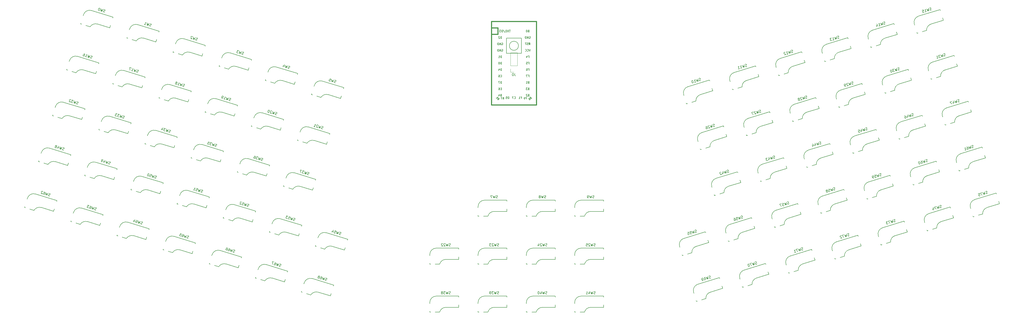
<source format=gbo>
G04 #@! TF.GenerationSoftware,KiCad,Pcbnew,8.0.6*
G04 #@! TF.CreationDate,2024-10-27T19:10:16+01:00*
G04 #@! TF.ProjectId,pterodactyl,70746572-6f64-4616-9374-796c2e6b6963,rev?*
G04 #@! TF.SameCoordinates,Original*
G04 #@! TF.FileFunction,Legend,Bot*
G04 #@! TF.FilePolarity,Positive*
%FSLAX46Y46*%
G04 Gerber Fmt 4.6, Leading zero omitted, Abs format (unit mm)*
G04 Created by KiCad (PCBNEW 8.0.6) date 2024-10-27 19:10:16*
%MOMM*%
%LPD*%
G01*
G04 APERTURE LIST*
G04 Aperture macros list*
%AMHorizOval*
0 Thick line with rounded ends*
0 $1 width*
0 $2 $3 position (X,Y) of the first rounded end (center of the circle)*
0 $4 $5 position (X,Y) of the second rounded end (center of the circle)*
0 Add line between two ends*
20,1,$1,$2,$3,$4,$5,0*
0 Add two circle primitives to create the rounded ends*
1,1,$1,$2,$3*
1,1,$1,$4,$5*%
%AMRotRect*
0 Rectangle, with rotation*
0 The origin of the aperture is its center*
0 $1 length*
0 $2 width*
0 $3 Rotation angle, in degrees counterclockwise*
0 Add horizontal line*
21,1,$1,$2,0,0,$3*%
G04 Aperture macros list end*
%ADD10C,0.150000*%
%ADD11C,0.381000*%
%ADD12C,0.120000*%
%ADD13C,1.752600*%
%ADD14R,1.752600X1.752600*%
%ADD15C,1.701800*%
%ADD16C,3.000000*%
%ADD17C,3.987800*%
%ADD18RotRect,2.550000X2.500000X17.000000*%
%ADD19RotRect,1.600000X1.600000X73.000000*%
%ADD20HorizOval,1.600000X0.000000X0.000000X0.000000X0.000000X0*%
%ADD21RotRect,2.550000X2.500000X343.000000*%
%ADD22R,1.600000X1.600000*%
%ADD23O,1.600000X1.600000*%
%ADD24RotRect,1.600000X1.600000X197.000000*%
%ADD25HorizOval,1.600000X0.000000X0.000000X0.000000X0.000000X0*%
%ADD26RotRect,1.600000X1.600000X107.000000*%
%ADD27HorizOval,1.600000X0.000000X0.000000X0.000000X0.000000X0*%
%ADD28R,2.550000X2.500000*%
%ADD29RotRect,1.600000X1.600000X163.000000*%
%ADD30HorizOval,1.600000X0.000000X0.000000X0.000000X0.000000X0*%
%ADD31O,3.200000X2.000000*%
%ADD32R,2.000000X2.000000*%
%ADD33C,2.000000*%
%ADD34R,1.700000X1.700000*%
%ADD35O,1.700000X1.700000*%
G04 APERTURE END LIST*
D10*
X287674649Y-196302924D02*
X287551957Y-196390230D01*
X287551957Y-196390230D02*
X287324265Y-196459842D01*
X287324265Y-196459842D02*
X287219266Y-196442149D01*
X287219266Y-196442149D02*
X287159805Y-196410533D01*
X287159805Y-196410533D02*
X287086422Y-196333379D01*
X287086422Y-196333379D02*
X287058577Y-196242302D01*
X287058577Y-196242302D02*
X287076271Y-196137303D01*
X287076271Y-196137303D02*
X287107887Y-196077842D01*
X287107887Y-196077842D02*
X287185041Y-196004459D01*
X287185041Y-196004459D02*
X287353272Y-195903231D01*
X287353272Y-195903231D02*
X287430426Y-195829848D01*
X287430426Y-195829848D02*
X287462042Y-195770387D01*
X287462042Y-195770387D02*
X287479735Y-195665388D01*
X287479735Y-195665388D02*
X287451890Y-195574311D01*
X287451890Y-195574311D02*
X287378507Y-195497157D01*
X287378507Y-195497157D02*
X287319046Y-195465541D01*
X287319046Y-195465541D02*
X287214047Y-195447848D01*
X287214047Y-195447848D02*
X286986355Y-195517460D01*
X286986355Y-195517460D02*
X286863663Y-195604766D01*
X286530972Y-195656685D02*
X286595652Y-196682602D01*
X286595652Y-196682602D02*
X286204662Y-196055217D01*
X286204662Y-196055217D02*
X286231346Y-196793981D01*
X286231346Y-196793981D02*
X285711282Y-195907289D01*
X284937131Y-196143971D02*
X285119284Y-196088281D01*
X285119284Y-196088281D02*
X285224283Y-196105974D01*
X285224283Y-196105974D02*
X285283744Y-196137590D01*
X285283744Y-196137590D02*
X285416588Y-196246360D01*
X285416588Y-196246360D02*
X285517816Y-196414591D01*
X285517816Y-196414591D02*
X285629196Y-196778898D01*
X285629196Y-196778898D02*
X285611503Y-196883897D01*
X285611503Y-196883897D02*
X285579887Y-196943357D01*
X285579887Y-196943357D02*
X285502733Y-197016741D01*
X285502733Y-197016741D02*
X285320579Y-197072431D01*
X285320579Y-197072431D02*
X285215580Y-197054737D01*
X285215580Y-197054737D02*
X285156119Y-197023121D01*
X285156119Y-197023121D02*
X285082736Y-196945967D01*
X285082736Y-196945967D02*
X285013124Y-196718276D01*
X285013124Y-196718276D02*
X285030817Y-196613276D01*
X285030817Y-196613276D02*
X285062433Y-196553816D01*
X285062433Y-196553816D02*
X285139587Y-196480432D01*
X285139587Y-196480432D02*
X285321741Y-196424743D01*
X285321741Y-196424743D02*
X285426740Y-196442436D01*
X285426740Y-196442436D02*
X285486200Y-196474052D01*
X285486200Y-196474052D02*
X285559584Y-196551206D01*
X284683043Y-197267345D02*
X284500889Y-197323035D01*
X284500889Y-197323035D02*
X284395890Y-197305341D01*
X284395890Y-197305341D02*
X284336430Y-197273726D01*
X284336430Y-197273726D02*
X284203586Y-197164956D01*
X284203586Y-197164956D02*
X284102357Y-196996725D01*
X284102357Y-196996725D02*
X283990978Y-196632418D01*
X283990978Y-196632418D02*
X284008671Y-196527419D01*
X284008671Y-196527419D02*
X284040287Y-196467958D01*
X284040287Y-196467958D02*
X284117441Y-196394575D01*
X284117441Y-196394575D02*
X284299594Y-196338885D01*
X284299594Y-196338885D02*
X284404594Y-196356579D01*
X284404594Y-196356579D02*
X284464054Y-196388194D01*
X284464054Y-196388194D02*
X284537438Y-196465349D01*
X284537438Y-196465349D02*
X284607050Y-196693040D01*
X284607050Y-196693040D02*
X284589356Y-196798039D01*
X284589356Y-196798039D02*
X284557741Y-196857500D01*
X284557741Y-196857500D02*
X284480586Y-196930883D01*
X284480586Y-196930883D02*
X284298433Y-196986573D01*
X284298433Y-196986573D02*
X284193434Y-196968880D01*
X284193434Y-196968880D02*
X284133973Y-196937264D01*
X284133973Y-196937264D02*
X284060590Y-196860110D01*
X115837046Y-131791777D02*
X115686509Y-131795548D01*
X115686509Y-131795548D02*
X115458817Y-131725936D01*
X115458817Y-131725936D02*
X115381663Y-131652553D01*
X115381663Y-131652553D02*
X115350047Y-131593092D01*
X115350047Y-131593092D02*
X115332353Y-131488093D01*
X115332353Y-131488093D02*
X115360198Y-131397016D01*
X115360198Y-131397016D02*
X115433582Y-131319862D01*
X115433582Y-131319862D02*
X115493042Y-131288246D01*
X115493042Y-131288246D02*
X115598042Y-131270553D01*
X115598042Y-131270553D02*
X115794117Y-131280704D01*
X115794117Y-131280704D02*
X115899116Y-131263011D01*
X115899116Y-131263011D02*
X115958577Y-131231395D01*
X115958577Y-131231395D02*
X116031960Y-131154241D01*
X116031960Y-131154241D02*
X116059805Y-131063164D01*
X116059805Y-131063164D02*
X116042112Y-130958165D01*
X116042112Y-130958165D02*
X116010496Y-130898704D01*
X116010496Y-130898704D02*
X115933342Y-130825321D01*
X115933342Y-130825321D02*
X115705650Y-130755709D01*
X115705650Y-130755709D02*
X115555113Y-130759480D01*
X115250267Y-130616484D02*
X114730204Y-131503177D01*
X114730204Y-131503177D02*
X114756887Y-130764412D01*
X114756887Y-130764412D02*
X114365897Y-131391797D01*
X114365897Y-131391797D02*
X114430577Y-130365880D01*
X114083964Y-130359499D02*
X114052348Y-130300038D01*
X114052348Y-130300038D02*
X113975194Y-130226655D01*
X113975194Y-130226655D02*
X113747503Y-130157043D01*
X113747503Y-130157043D02*
X113642503Y-130174736D01*
X113642503Y-130174736D02*
X113583043Y-130206352D01*
X113583043Y-130206352D02*
X113509659Y-130283506D01*
X113509659Y-130283506D02*
X113481815Y-130374583D01*
X113481815Y-130374583D02*
X113485585Y-130525120D01*
X113485585Y-130525120D02*
X113864976Y-131238650D01*
X113864976Y-131238650D02*
X113272978Y-131057658D01*
X112973351Y-129920361D02*
X112882274Y-129892516D01*
X112882274Y-129892516D02*
X112777275Y-129910210D01*
X112777275Y-129910210D02*
X112717815Y-129941825D01*
X112717815Y-129941825D02*
X112644431Y-130018980D01*
X112644431Y-130018980D02*
X112543203Y-130187210D01*
X112543203Y-130187210D02*
X112473591Y-130414902D01*
X112473591Y-130414902D02*
X112463439Y-130610978D01*
X112463439Y-130610978D02*
X112481133Y-130715977D01*
X112481133Y-130715977D02*
X112512749Y-130775438D01*
X112512749Y-130775438D02*
X112589903Y-130848821D01*
X112589903Y-130848821D02*
X112680979Y-130876666D01*
X112680979Y-130876666D02*
X112785978Y-130858972D01*
X112785978Y-130858972D02*
X112845439Y-130827357D01*
X112845439Y-130827357D02*
X112918822Y-130750202D01*
X112918822Y-130750202D02*
X113020051Y-130581972D01*
X113020051Y-130581972D02*
X113089663Y-130354280D01*
X113089663Y-130354280D02*
X113099814Y-130158204D01*
X113099814Y-130158204D02*
X113082121Y-130053205D01*
X113082121Y-130053205D02*
X113050505Y-129993744D01*
X113050505Y-129993744D02*
X112973351Y-129920361D01*
X318654642Y-166992003D02*
X318531950Y-167079309D01*
X318531950Y-167079309D02*
X318304258Y-167148921D01*
X318304258Y-167148921D02*
X318199259Y-167131228D01*
X318199259Y-167131228D02*
X318139798Y-167099612D01*
X318139798Y-167099612D02*
X318066415Y-167022458D01*
X318066415Y-167022458D02*
X318038570Y-166931381D01*
X318038570Y-166931381D02*
X318056264Y-166826382D01*
X318056264Y-166826382D02*
X318087880Y-166766921D01*
X318087880Y-166766921D02*
X318165034Y-166693538D01*
X318165034Y-166693538D02*
X318333265Y-166592310D01*
X318333265Y-166592310D02*
X318410419Y-166518927D01*
X318410419Y-166518927D02*
X318442035Y-166459466D01*
X318442035Y-166459466D02*
X318459728Y-166354467D01*
X318459728Y-166354467D02*
X318431883Y-166263390D01*
X318431883Y-166263390D02*
X318358500Y-166186236D01*
X318358500Y-166186236D02*
X318299039Y-166154620D01*
X318299039Y-166154620D02*
X318194040Y-166136927D01*
X318194040Y-166136927D02*
X317966348Y-166206539D01*
X317966348Y-166206539D02*
X317843656Y-166293845D01*
X317510965Y-166345764D02*
X317575645Y-167371681D01*
X317575645Y-167371681D02*
X317184655Y-166744296D01*
X317184655Y-166744296D02*
X317211339Y-167483060D01*
X317211339Y-167483060D02*
X316691275Y-166596368D01*
X315871586Y-166846972D02*
X316326969Y-166707748D01*
X316326969Y-166707748D02*
X316511732Y-167149208D01*
X316511732Y-167149208D02*
X316452271Y-167117592D01*
X316452271Y-167117592D02*
X316347272Y-167099899D01*
X316347272Y-167099899D02*
X316119580Y-167169511D01*
X316119580Y-167169511D02*
X316042426Y-167242895D01*
X316042426Y-167242895D02*
X316010810Y-167302355D01*
X316010810Y-167302355D02*
X315993117Y-167407355D01*
X315993117Y-167407355D02*
X316062729Y-167635046D01*
X316062729Y-167635046D02*
X316136112Y-167712200D01*
X316136112Y-167712200D02*
X316195573Y-167743816D01*
X316195573Y-167743816D02*
X316300572Y-167761510D01*
X316300572Y-167761510D02*
X316528264Y-167691897D01*
X316528264Y-167691897D02*
X316605418Y-167618514D01*
X316605418Y-167618514D02*
X316637034Y-167559053D01*
X315507279Y-166958352D02*
X314869743Y-167153266D01*
X314869743Y-167153266D02*
X315571959Y-167984269D01*
X92026518Y-144351555D02*
X91875981Y-144355326D01*
X91875981Y-144355326D02*
X91648289Y-144285714D01*
X91648289Y-144285714D02*
X91571135Y-144212331D01*
X91571135Y-144212331D02*
X91539519Y-144152870D01*
X91539519Y-144152870D02*
X91521825Y-144047871D01*
X91521825Y-144047871D02*
X91549670Y-143956794D01*
X91549670Y-143956794D02*
X91623054Y-143879640D01*
X91623054Y-143879640D02*
X91682514Y-143848024D01*
X91682514Y-143848024D02*
X91787514Y-143830331D01*
X91787514Y-143830331D02*
X91983589Y-143840482D01*
X91983589Y-143840482D02*
X92088588Y-143822789D01*
X92088588Y-143822789D02*
X92148049Y-143791173D01*
X92148049Y-143791173D02*
X92221432Y-143714019D01*
X92221432Y-143714019D02*
X92249277Y-143622942D01*
X92249277Y-143622942D02*
X92231584Y-143517943D01*
X92231584Y-143517943D02*
X92199968Y-143458482D01*
X92199968Y-143458482D02*
X92122814Y-143385099D01*
X92122814Y-143385099D02*
X91895122Y-143315487D01*
X91895122Y-143315487D02*
X91744585Y-143319258D01*
X91439739Y-143176262D02*
X90919676Y-144062955D01*
X90919676Y-144062955D02*
X90946359Y-143324190D01*
X90946359Y-143324190D02*
X90555369Y-143951575D01*
X90555369Y-143951575D02*
X90620049Y-142925658D01*
X90346819Y-142842123D02*
X89754821Y-142661131D01*
X89754821Y-142661131D02*
X89962210Y-143122895D01*
X89962210Y-143122895D02*
X89825595Y-143081127D01*
X89825595Y-143081127D02*
X89720596Y-143098821D01*
X89720596Y-143098821D02*
X89661135Y-143130437D01*
X89661135Y-143130437D02*
X89587752Y-143207591D01*
X89587752Y-143207591D02*
X89518139Y-143435283D01*
X89518139Y-143435283D02*
X89535833Y-143540282D01*
X89535833Y-143540282D02*
X89567449Y-143599742D01*
X89567449Y-143599742D02*
X89644603Y-143673126D01*
X89644603Y-143673126D02*
X89917833Y-143756660D01*
X89917833Y-143756660D02*
X90022832Y-143738967D01*
X90022832Y-143738967D02*
X90082293Y-143707351D01*
X88889593Y-142396604D02*
X89344976Y-142535829D01*
X89344976Y-142535829D02*
X89251290Y-143005135D01*
X89251290Y-143005135D02*
X89219674Y-142945674D01*
X89219674Y-142945674D02*
X89142520Y-142872291D01*
X89142520Y-142872291D02*
X88914828Y-142802678D01*
X88914828Y-142802678D02*
X88809829Y-142820372D01*
X88809829Y-142820372D02*
X88750369Y-142851987D01*
X88750369Y-142851987D02*
X88676985Y-142929142D01*
X88676985Y-142929142D02*
X88607373Y-143156833D01*
X88607373Y-143156833D02*
X88625066Y-143261832D01*
X88625066Y-143261832D02*
X88656682Y-143321293D01*
X88656682Y-143321293D02*
X88733836Y-143394676D01*
X88733836Y-143394676D02*
X88961528Y-143464289D01*
X88961528Y-143464289D02*
X89066527Y-143446595D01*
X89066527Y-143446595D02*
X89125988Y-143414979D01*
X139192194Y-119092779D02*
X139041657Y-119096550D01*
X139041657Y-119096550D02*
X138813965Y-119026937D01*
X138813965Y-119026937D02*
X138736811Y-118953554D01*
X138736811Y-118953554D02*
X138705195Y-118894093D01*
X138705195Y-118894093D02*
X138687502Y-118789094D01*
X138687502Y-118789094D02*
X138715347Y-118698017D01*
X138715347Y-118698017D02*
X138788730Y-118620863D01*
X138788730Y-118620863D02*
X138848191Y-118589247D01*
X138848191Y-118589247D02*
X138953190Y-118571554D01*
X138953190Y-118571554D02*
X139149266Y-118581706D01*
X139149266Y-118581706D02*
X139254265Y-118564012D01*
X139254265Y-118564012D02*
X139313725Y-118532396D01*
X139313725Y-118532396D02*
X139387109Y-118455242D01*
X139387109Y-118455242D02*
X139414954Y-118364165D01*
X139414954Y-118364165D02*
X139397260Y-118259166D01*
X139397260Y-118259166D02*
X139365644Y-118199706D01*
X139365644Y-118199706D02*
X139288490Y-118126322D01*
X139288490Y-118126322D02*
X139060799Y-118056710D01*
X139060799Y-118056710D02*
X138910261Y-118060481D01*
X138605415Y-117917485D02*
X138085352Y-118804178D01*
X138085352Y-118804178D02*
X138112036Y-118065413D01*
X138112036Y-118065413D02*
X137721045Y-118692798D01*
X137721045Y-118692798D02*
X137785726Y-117666881D01*
X136966036Y-117416277D02*
X137421419Y-117555501D01*
X137421419Y-117555501D02*
X137327733Y-118024807D01*
X137327733Y-118024807D02*
X137296117Y-117965346D01*
X137296117Y-117965346D02*
X137218963Y-117891963D01*
X137218963Y-117891963D02*
X136991271Y-117822351D01*
X136991271Y-117822351D02*
X136886272Y-117840044D01*
X136886272Y-117840044D02*
X136826811Y-117871660D01*
X136826811Y-117871660D02*
X136753428Y-117948814D01*
X136753428Y-117948814D02*
X136683816Y-118176506D01*
X136683816Y-118176506D02*
X136701509Y-118281505D01*
X136701509Y-118281505D02*
X136733125Y-118340966D01*
X136733125Y-118340966D02*
X136810279Y-118414349D01*
X136810279Y-118414349D02*
X137037971Y-118483961D01*
X137037971Y-118483961D02*
X137142970Y-118466268D01*
X137142970Y-118466268D02*
X137202431Y-118434652D01*
X282127626Y-178159433D02*
X282004934Y-178246739D01*
X282004934Y-178246739D02*
X281777242Y-178316351D01*
X281777242Y-178316351D02*
X281672243Y-178298658D01*
X281672243Y-178298658D02*
X281612782Y-178267042D01*
X281612782Y-178267042D02*
X281539399Y-178189888D01*
X281539399Y-178189888D02*
X281511554Y-178098811D01*
X281511554Y-178098811D02*
X281529248Y-177993812D01*
X281529248Y-177993812D02*
X281560864Y-177934351D01*
X281560864Y-177934351D02*
X281638018Y-177860968D01*
X281638018Y-177860968D02*
X281806249Y-177759740D01*
X281806249Y-177759740D02*
X281883403Y-177686357D01*
X281883403Y-177686357D02*
X281915019Y-177626896D01*
X281915019Y-177626896D02*
X281932712Y-177521897D01*
X281932712Y-177521897D02*
X281904867Y-177430820D01*
X281904867Y-177430820D02*
X281831484Y-177353666D01*
X281831484Y-177353666D02*
X281772023Y-177322050D01*
X281772023Y-177322050D02*
X281667024Y-177304357D01*
X281667024Y-177304357D02*
X281439332Y-177373969D01*
X281439332Y-177373969D02*
X281316640Y-177461275D01*
X280983949Y-177513194D02*
X281048629Y-178539111D01*
X281048629Y-178539111D02*
X280657639Y-177911726D01*
X280657639Y-177911726D02*
X280684323Y-178650490D01*
X280684323Y-178650490D02*
X280164259Y-177763798D01*
X279344570Y-178014402D02*
X279799953Y-177875178D01*
X279799953Y-177875178D02*
X279984716Y-178316638D01*
X279984716Y-178316638D02*
X279925255Y-178285022D01*
X279925255Y-178285022D02*
X279820256Y-178267329D01*
X279820256Y-178267329D02*
X279592564Y-178336941D01*
X279592564Y-178336941D02*
X279515410Y-178410325D01*
X279515410Y-178410325D02*
X279483794Y-178469785D01*
X279483794Y-178469785D02*
X279466101Y-178574785D01*
X279466101Y-178574785D02*
X279535713Y-178802476D01*
X279535713Y-178802476D02*
X279609096Y-178879630D01*
X279609096Y-178879630D02*
X279668557Y-178911246D01*
X279668557Y-178911246D02*
X279773556Y-178928940D01*
X279773556Y-178928940D02*
X280001248Y-178859327D01*
X280001248Y-178859327D02*
X280078402Y-178785944D01*
X280078402Y-178785944D02*
X280110018Y-178726483D01*
X278433803Y-178292851D02*
X278889186Y-178153627D01*
X278889186Y-178153627D02*
X279073949Y-178595088D01*
X279073949Y-178595088D02*
X279014489Y-178563472D01*
X279014489Y-178563472D02*
X278909489Y-178545778D01*
X278909489Y-178545778D02*
X278681798Y-178615391D01*
X278681798Y-178615391D02*
X278604644Y-178688774D01*
X278604644Y-178688774D02*
X278573028Y-178748235D01*
X278573028Y-178748235D02*
X278555334Y-178853234D01*
X278555334Y-178853234D02*
X278624947Y-179080925D01*
X278624947Y-179080925D02*
X278698330Y-179158080D01*
X278698330Y-179158080D02*
X278757791Y-179189695D01*
X278757791Y-179189695D02*
X278862790Y-179207389D01*
X278862790Y-179207389D02*
X279090481Y-179137777D01*
X279090481Y-179137777D02*
X279167636Y-179064393D01*
X279167636Y-179064393D02*
X279199251Y-179004932D01*
X110290024Y-149935269D02*
X110139487Y-149939040D01*
X110139487Y-149939040D02*
X109911795Y-149869428D01*
X109911795Y-149869428D02*
X109834641Y-149796045D01*
X109834641Y-149796045D02*
X109803025Y-149736584D01*
X109803025Y-149736584D02*
X109785331Y-149631585D01*
X109785331Y-149631585D02*
X109813176Y-149540508D01*
X109813176Y-149540508D02*
X109886560Y-149463354D01*
X109886560Y-149463354D02*
X109946020Y-149431738D01*
X109946020Y-149431738D02*
X110051020Y-149414045D01*
X110051020Y-149414045D02*
X110247095Y-149424196D01*
X110247095Y-149424196D02*
X110352094Y-149406503D01*
X110352094Y-149406503D02*
X110411555Y-149374887D01*
X110411555Y-149374887D02*
X110484938Y-149297733D01*
X110484938Y-149297733D02*
X110512783Y-149206656D01*
X110512783Y-149206656D02*
X110495090Y-149101657D01*
X110495090Y-149101657D02*
X110463474Y-149042196D01*
X110463474Y-149042196D02*
X110386320Y-148968813D01*
X110386320Y-148968813D02*
X110158628Y-148899201D01*
X110158628Y-148899201D02*
X110008091Y-148902972D01*
X109703245Y-148759976D02*
X109183182Y-149646669D01*
X109183182Y-149646669D02*
X109209865Y-148907904D01*
X109209865Y-148907904D02*
X108818875Y-149535289D01*
X108818875Y-149535289D02*
X108883555Y-148509372D01*
X108610325Y-148425837D02*
X108018327Y-148244845D01*
X108018327Y-148244845D02*
X108225716Y-148706609D01*
X108225716Y-148706609D02*
X108089101Y-148664841D01*
X108089101Y-148664841D02*
X107984102Y-148682535D01*
X107984102Y-148682535D02*
X107924641Y-148714151D01*
X107924641Y-148714151D02*
X107851258Y-148791305D01*
X107851258Y-148791305D02*
X107781645Y-149018997D01*
X107781645Y-149018997D02*
X107799339Y-149123996D01*
X107799339Y-149123996D02*
X107830955Y-149183456D01*
X107830955Y-149183456D02*
X107908109Y-149256840D01*
X107908109Y-149256840D02*
X108181339Y-149340374D01*
X108181339Y-149340374D02*
X108286338Y-149322681D01*
X108286338Y-149322681D02*
X108345799Y-149291065D01*
X107198637Y-147994241D02*
X107380791Y-148049931D01*
X107380791Y-148049931D02*
X107457945Y-148123314D01*
X107457945Y-148123314D02*
X107489561Y-148182775D01*
X107489561Y-148182775D02*
X107538870Y-148347235D01*
X107538870Y-148347235D02*
X107528719Y-148543310D01*
X107528719Y-148543310D02*
X107417339Y-148907617D01*
X107417339Y-148907617D02*
X107343956Y-148984771D01*
X107343956Y-148984771D02*
X107284495Y-149016387D01*
X107284495Y-149016387D02*
X107179496Y-149034080D01*
X107179496Y-149034080D02*
X106997342Y-148978390D01*
X106997342Y-148978390D02*
X106920188Y-148905007D01*
X106920188Y-148905007D02*
X106888572Y-148845546D01*
X106888572Y-148845546D02*
X106870879Y-148740547D01*
X106870879Y-148740547D02*
X106940491Y-148512856D01*
X106940491Y-148512856D02*
X107013875Y-148435701D01*
X107013875Y-148435701D02*
X107073335Y-148404086D01*
X107073335Y-148404086D02*
X107178334Y-148386392D01*
X107178334Y-148386392D02*
X107360488Y-148442082D01*
X107360488Y-148442082D02*
X107437642Y-148515465D01*
X107437642Y-148515465D02*
X107469258Y-148574926D01*
X107469258Y-148574926D02*
X107486951Y-148679925D01*
X49952476Y-151327618D02*
X49801939Y-151331389D01*
X49801939Y-151331389D02*
X49574247Y-151261777D01*
X49574247Y-151261777D02*
X49497093Y-151188394D01*
X49497093Y-151188394D02*
X49465477Y-151128933D01*
X49465477Y-151128933D02*
X49447783Y-151023934D01*
X49447783Y-151023934D02*
X49475628Y-150932857D01*
X49475628Y-150932857D02*
X49549012Y-150855703D01*
X49549012Y-150855703D02*
X49608472Y-150824087D01*
X49608472Y-150824087D02*
X49713472Y-150806394D01*
X49713472Y-150806394D02*
X49909547Y-150816545D01*
X49909547Y-150816545D02*
X50014546Y-150798852D01*
X50014546Y-150798852D02*
X50074007Y-150767236D01*
X50074007Y-150767236D02*
X50147390Y-150690082D01*
X50147390Y-150690082D02*
X50175235Y-150599005D01*
X50175235Y-150599005D02*
X50157542Y-150494006D01*
X50157542Y-150494006D02*
X50125926Y-150434545D01*
X50125926Y-150434545D02*
X50048772Y-150361162D01*
X50048772Y-150361162D02*
X49821080Y-150291550D01*
X49821080Y-150291550D02*
X49670543Y-150295321D01*
X49365697Y-150152325D02*
X48845634Y-151039018D01*
X48845634Y-151039018D02*
X48872317Y-150300253D01*
X48872317Y-150300253D02*
X48481327Y-150927638D01*
X48481327Y-150927638D02*
X48546007Y-149901721D01*
X47674399Y-149983807D02*
X47479484Y-150621344D01*
X48013470Y-149689113D02*
X48032325Y-150441800D01*
X48032325Y-150441800D02*
X47440326Y-150260808D01*
X46933024Y-150454274D02*
X46750871Y-150398584D01*
X46750871Y-150398584D02*
X46673717Y-150325201D01*
X46673717Y-150325201D02*
X46642101Y-150265740D01*
X46642101Y-150265740D02*
X46592792Y-150101280D01*
X46592792Y-150101280D02*
X46602943Y-149905205D01*
X46602943Y-149905205D02*
X46714323Y-149540898D01*
X46714323Y-149540898D02*
X46787706Y-149463744D01*
X46787706Y-149463744D02*
X46847167Y-149432128D01*
X46847167Y-149432128D02*
X46952166Y-149414435D01*
X46952166Y-149414435D02*
X47134319Y-149470125D01*
X47134319Y-149470125D02*
X47211474Y-149543508D01*
X47211474Y-149543508D02*
X47243089Y-149602969D01*
X47243089Y-149602969D02*
X47260783Y-149707968D01*
X47260783Y-149707968D02*
X47191171Y-149935659D01*
X47191171Y-149935659D02*
X47117787Y-150012813D01*
X47117787Y-150012813D02*
X47058326Y-150044429D01*
X47058326Y-150044429D02*
X46953327Y-150062123D01*
X46953327Y-150062123D02*
X46771174Y-150006433D01*
X46771174Y-150006433D02*
X46694020Y-149933050D01*
X46694020Y-149933050D02*
X46662404Y-149873589D01*
X46662404Y-149873589D02*
X46644711Y-149768590D01*
X307560599Y-130705019D02*
X307437907Y-130792325D01*
X307437907Y-130792325D02*
X307210215Y-130861937D01*
X307210215Y-130861937D02*
X307105216Y-130844244D01*
X307105216Y-130844244D02*
X307045755Y-130812628D01*
X307045755Y-130812628D02*
X306972372Y-130735474D01*
X306972372Y-130735474D02*
X306944527Y-130644397D01*
X306944527Y-130644397D02*
X306962221Y-130539398D01*
X306962221Y-130539398D02*
X306993837Y-130479937D01*
X306993837Y-130479937D02*
X307070991Y-130406554D01*
X307070991Y-130406554D02*
X307239222Y-130305326D01*
X307239222Y-130305326D02*
X307316376Y-130231943D01*
X307316376Y-130231943D02*
X307347992Y-130172482D01*
X307347992Y-130172482D02*
X307365685Y-130067483D01*
X307365685Y-130067483D02*
X307337840Y-129976406D01*
X307337840Y-129976406D02*
X307264457Y-129899252D01*
X307264457Y-129899252D02*
X307204996Y-129867636D01*
X307204996Y-129867636D02*
X307099997Y-129849943D01*
X307099997Y-129849943D02*
X306872305Y-129919555D01*
X306872305Y-129919555D02*
X306749613Y-130006861D01*
X306416922Y-130058780D02*
X306481602Y-131084697D01*
X306481602Y-131084697D02*
X306090612Y-130457312D01*
X306090612Y-130457312D02*
X306117296Y-131196076D01*
X306117296Y-131196076D02*
X305597232Y-130309384D01*
X305306309Y-130497918D02*
X305246848Y-130466302D01*
X305246848Y-130466302D02*
X305141849Y-130448608D01*
X305141849Y-130448608D02*
X304914158Y-130518221D01*
X304914158Y-130518221D02*
X304837003Y-130591604D01*
X304837003Y-130591604D02*
X304805388Y-130651065D01*
X304805388Y-130651065D02*
X304787694Y-130756064D01*
X304787694Y-130756064D02*
X304815539Y-130847141D01*
X304815539Y-130847141D02*
X304902845Y-130969833D01*
X304902845Y-130969833D02*
X305616374Y-131349223D01*
X305616374Y-131349223D02*
X305024376Y-131530215D01*
X304413236Y-130671368D02*
X303775700Y-130866282D01*
X303775700Y-130866282D02*
X304477916Y-131697285D01*
X300391135Y-172575716D02*
X300268443Y-172663022D01*
X300268443Y-172663022D02*
X300040751Y-172732634D01*
X300040751Y-172732634D02*
X299935752Y-172714941D01*
X299935752Y-172714941D02*
X299876291Y-172683325D01*
X299876291Y-172683325D02*
X299802908Y-172606171D01*
X299802908Y-172606171D02*
X299775063Y-172515094D01*
X299775063Y-172515094D02*
X299792757Y-172410095D01*
X299792757Y-172410095D02*
X299824373Y-172350634D01*
X299824373Y-172350634D02*
X299901527Y-172277251D01*
X299901527Y-172277251D02*
X300069758Y-172176023D01*
X300069758Y-172176023D02*
X300146912Y-172102640D01*
X300146912Y-172102640D02*
X300178528Y-172043179D01*
X300178528Y-172043179D02*
X300196221Y-171938180D01*
X300196221Y-171938180D02*
X300168376Y-171847103D01*
X300168376Y-171847103D02*
X300094993Y-171769949D01*
X300094993Y-171769949D02*
X300035532Y-171738333D01*
X300035532Y-171738333D02*
X299930533Y-171720640D01*
X299930533Y-171720640D02*
X299702841Y-171790252D01*
X299702841Y-171790252D02*
X299580149Y-171877558D01*
X299247458Y-171929477D02*
X299312138Y-172955394D01*
X299312138Y-172955394D02*
X298921148Y-172328009D01*
X298921148Y-172328009D02*
X298947832Y-173066773D01*
X298947832Y-173066773D02*
X298427768Y-172180081D01*
X297608079Y-172430685D02*
X298063462Y-172291461D01*
X298063462Y-172291461D02*
X298248225Y-172732921D01*
X298248225Y-172732921D02*
X298188764Y-172701305D01*
X298188764Y-172701305D02*
X298083765Y-172683612D01*
X298083765Y-172683612D02*
X297856073Y-172753224D01*
X297856073Y-172753224D02*
X297778919Y-172826608D01*
X297778919Y-172826608D02*
X297747303Y-172886068D01*
X297747303Y-172886068D02*
X297729610Y-172991068D01*
X297729610Y-172991068D02*
X297799222Y-173218759D01*
X297799222Y-173218759D02*
X297872605Y-173295913D01*
X297872605Y-173295913D02*
X297932066Y-173327529D01*
X297932066Y-173327529D02*
X298037065Y-173345223D01*
X298037065Y-173345223D02*
X298264757Y-173275610D01*
X298264757Y-173275610D02*
X298341911Y-173202227D01*
X298341911Y-173202227D02*
X298373527Y-173142766D01*
X296742850Y-172695212D02*
X296925004Y-172639522D01*
X296925004Y-172639522D02*
X297030003Y-172657216D01*
X297030003Y-172657216D02*
X297089464Y-172688831D01*
X297089464Y-172688831D02*
X297222308Y-172797601D01*
X297222308Y-172797601D02*
X297323536Y-172965832D01*
X297323536Y-172965832D02*
X297434916Y-173330139D01*
X297434916Y-173330139D02*
X297417222Y-173435138D01*
X297417222Y-173435138D02*
X297385606Y-173494599D01*
X297385606Y-173494599D02*
X297308452Y-173567982D01*
X297308452Y-173567982D02*
X297126299Y-173623672D01*
X297126299Y-173623672D02*
X297021300Y-173605978D01*
X297021300Y-173605978D02*
X296961839Y-173574363D01*
X296961839Y-173574363D02*
X296888456Y-173497208D01*
X296888456Y-173497208D02*
X296818843Y-173269517D01*
X296818843Y-173269517D02*
X296836537Y-173164518D01*
X296836537Y-173164518D02*
X296868153Y-173105057D01*
X296868153Y-173105057D02*
X296945307Y-173031674D01*
X296945307Y-173031674D02*
X297127460Y-172975984D01*
X297127460Y-172975984D02*
X297232459Y-172993677D01*
X297232459Y-172993677D02*
X297291920Y-173025293D01*
X297291920Y-173025293D02*
X297365303Y-173102447D01*
X84401669Y-102341632D02*
X84251132Y-102345403D01*
X84251132Y-102345403D02*
X84023440Y-102275790D01*
X84023440Y-102275790D02*
X83946286Y-102202407D01*
X83946286Y-102202407D02*
X83914670Y-102142946D01*
X83914670Y-102142946D02*
X83896977Y-102037947D01*
X83896977Y-102037947D02*
X83924822Y-101946870D01*
X83924822Y-101946870D02*
X83998205Y-101869716D01*
X83998205Y-101869716D02*
X84057666Y-101838100D01*
X84057666Y-101838100D02*
X84162665Y-101820407D01*
X84162665Y-101820407D02*
X84358741Y-101830559D01*
X84358741Y-101830559D02*
X84463740Y-101812865D01*
X84463740Y-101812865D02*
X84523200Y-101781249D01*
X84523200Y-101781249D02*
X84596584Y-101704095D01*
X84596584Y-101704095D02*
X84624429Y-101613018D01*
X84624429Y-101613018D02*
X84606735Y-101508019D01*
X84606735Y-101508019D02*
X84575119Y-101448559D01*
X84575119Y-101448559D02*
X84497965Y-101375175D01*
X84497965Y-101375175D02*
X84270274Y-101305563D01*
X84270274Y-101305563D02*
X84119736Y-101309334D01*
X83814890Y-101166338D02*
X83294827Y-102053031D01*
X83294827Y-102053031D02*
X83321511Y-101314266D01*
X83321511Y-101314266D02*
X82930520Y-101941651D01*
X82930520Y-101941651D02*
X82995201Y-100915734D01*
X82648588Y-100909353D02*
X82616972Y-100849893D01*
X82616972Y-100849893D02*
X82539817Y-100776509D01*
X82539817Y-100776509D02*
X82312126Y-100706897D01*
X82312126Y-100706897D02*
X82207127Y-100724591D01*
X82207127Y-100724591D02*
X82147666Y-100756206D01*
X82147666Y-100756206D02*
X82074283Y-100833361D01*
X82074283Y-100833361D02*
X82046438Y-100924437D01*
X82046438Y-100924437D02*
X82050209Y-101074975D01*
X82050209Y-101074975D02*
X82429599Y-101788504D01*
X82429599Y-101788504D02*
X81837601Y-101607512D01*
X31688970Y-145743902D02*
X31538433Y-145747673D01*
X31538433Y-145747673D02*
X31310741Y-145678061D01*
X31310741Y-145678061D02*
X31233587Y-145604678D01*
X31233587Y-145604678D02*
X31201971Y-145545217D01*
X31201971Y-145545217D02*
X31184277Y-145440218D01*
X31184277Y-145440218D02*
X31212122Y-145349141D01*
X31212122Y-145349141D02*
X31285506Y-145271987D01*
X31285506Y-145271987D02*
X31344966Y-145240371D01*
X31344966Y-145240371D02*
X31449966Y-145222678D01*
X31449966Y-145222678D02*
X31646041Y-145232829D01*
X31646041Y-145232829D02*
X31751040Y-145215136D01*
X31751040Y-145215136D02*
X31810501Y-145183520D01*
X31810501Y-145183520D02*
X31883884Y-145106366D01*
X31883884Y-145106366D02*
X31911729Y-145015289D01*
X31911729Y-145015289D02*
X31894036Y-144910290D01*
X31894036Y-144910290D02*
X31862420Y-144850829D01*
X31862420Y-144850829D02*
X31785266Y-144777446D01*
X31785266Y-144777446D02*
X31557574Y-144707834D01*
X31557574Y-144707834D02*
X31407037Y-144711605D01*
X31102191Y-144568609D02*
X30582128Y-145455302D01*
X30582128Y-145455302D02*
X30608811Y-144716537D01*
X30608811Y-144716537D02*
X30217821Y-145343922D01*
X30217821Y-145343922D02*
X30282501Y-144318005D01*
X29410893Y-144400091D02*
X29215978Y-145037628D01*
X29749964Y-144105397D02*
X29768819Y-144858084D01*
X29768819Y-144858084D02*
X29176820Y-144677092D01*
X28745511Y-144296253D02*
X28850510Y-144278560D01*
X28850510Y-144278560D02*
X28909971Y-144246944D01*
X28909971Y-144246944D02*
X28983354Y-144169790D01*
X28983354Y-144169790D02*
X28997277Y-144124252D01*
X28997277Y-144124252D02*
X28979583Y-144019253D01*
X28979583Y-144019253D02*
X28947968Y-143959792D01*
X28947968Y-143959792D02*
X28870813Y-143886409D01*
X28870813Y-143886409D02*
X28688660Y-143830719D01*
X28688660Y-143830719D02*
X28583661Y-143848412D01*
X28583661Y-143848412D02*
X28524200Y-143880028D01*
X28524200Y-143880028D02*
X28450817Y-143957182D01*
X28450817Y-143957182D02*
X28436894Y-144002720D01*
X28436894Y-144002720D02*
X28454588Y-144107720D01*
X28454588Y-144107720D02*
X28486204Y-144167180D01*
X28486204Y-144167180D02*
X28563358Y-144240564D01*
X28563358Y-144240564D02*
X28745511Y-144296253D01*
X28745511Y-144296253D02*
X28822665Y-144369637D01*
X28822665Y-144369637D02*
X28854281Y-144429097D01*
X28854281Y-144429097D02*
X28871975Y-144534097D01*
X28871975Y-144534097D02*
X28816285Y-144716250D01*
X28816285Y-144716250D02*
X28742902Y-144793404D01*
X28742902Y-144793404D02*
X28683441Y-144825020D01*
X28683441Y-144825020D02*
X28578442Y-144842713D01*
X28578442Y-144842713D02*
X28396288Y-144787023D01*
X28396288Y-144787023D02*
X28319134Y-144713640D01*
X28319134Y-144713640D02*
X28287518Y-144654179D01*
X28287518Y-144654179D02*
X28269825Y-144549180D01*
X28269825Y-144549180D02*
X28325515Y-144367027D01*
X28325515Y-144367027D02*
X28398898Y-144289873D01*
X28398898Y-144289873D02*
X28458359Y-144258257D01*
X28458359Y-144258257D02*
X28563358Y-144240564D01*
X356729127Y-95833303D02*
X356606435Y-95920609D01*
X356606435Y-95920609D02*
X356378743Y-95990221D01*
X356378743Y-95990221D02*
X356273744Y-95972528D01*
X356273744Y-95972528D02*
X356214283Y-95940912D01*
X356214283Y-95940912D02*
X356140900Y-95863758D01*
X356140900Y-95863758D02*
X356113055Y-95772681D01*
X356113055Y-95772681D02*
X356130749Y-95667682D01*
X356130749Y-95667682D02*
X356162365Y-95608221D01*
X356162365Y-95608221D02*
X356239519Y-95534838D01*
X356239519Y-95534838D02*
X356407750Y-95433610D01*
X356407750Y-95433610D02*
X356484904Y-95360227D01*
X356484904Y-95360227D02*
X356516520Y-95300766D01*
X356516520Y-95300766D02*
X356534213Y-95195767D01*
X356534213Y-95195767D02*
X356506368Y-95104690D01*
X356506368Y-95104690D02*
X356432985Y-95027536D01*
X356432985Y-95027536D02*
X356373524Y-94995920D01*
X356373524Y-94995920D02*
X356268525Y-94978227D01*
X356268525Y-94978227D02*
X356040833Y-95047839D01*
X356040833Y-95047839D02*
X355918141Y-95135145D01*
X355585450Y-95187064D02*
X355650130Y-96212981D01*
X355650130Y-96212981D02*
X355259140Y-95585596D01*
X355259140Y-95585596D02*
X355285824Y-96324360D01*
X355285824Y-96324360D02*
X354765760Y-95437668D01*
X354192904Y-96658499D02*
X354739364Y-96491430D01*
X354466134Y-96574965D02*
X354173762Y-95618660D01*
X354173762Y-95618660D02*
X354306606Y-95727430D01*
X354306606Y-95727430D02*
X354425528Y-95790662D01*
X354425528Y-95790662D02*
X354530527Y-95808355D01*
X353178300Y-96271567D02*
X353373214Y-96909104D01*
X353294612Y-95837648D02*
X353731140Y-96451111D01*
X353731140Y-96451111D02*
X353139142Y-96632103D01*
X305938157Y-190719208D02*
X305815465Y-190806514D01*
X305815465Y-190806514D02*
X305587773Y-190876126D01*
X305587773Y-190876126D02*
X305482774Y-190858433D01*
X305482774Y-190858433D02*
X305423313Y-190826817D01*
X305423313Y-190826817D02*
X305349930Y-190749663D01*
X305349930Y-190749663D02*
X305322085Y-190658586D01*
X305322085Y-190658586D02*
X305339779Y-190553587D01*
X305339779Y-190553587D02*
X305371395Y-190494126D01*
X305371395Y-190494126D02*
X305448549Y-190420743D01*
X305448549Y-190420743D02*
X305616780Y-190319515D01*
X305616780Y-190319515D02*
X305693934Y-190246132D01*
X305693934Y-190246132D02*
X305725550Y-190186671D01*
X305725550Y-190186671D02*
X305743243Y-190081672D01*
X305743243Y-190081672D02*
X305715398Y-189990595D01*
X305715398Y-189990595D02*
X305642015Y-189913441D01*
X305642015Y-189913441D02*
X305582554Y-189881825D01*
X305582554Y-189881825D02*
X305477555Y-189864132D01*
X305477555Y-189864132D02*
X305249863Y-189933744D01*
X305249863Y-189933744D02*
X305127171Y-190021050D01*
X304794480Y-190072969D02*
X304859160Y-191098886D01*
X304859160Y-191098886D02*
X304468170Y-190471501D01*
X304468170Y-190471501D02*
X304494854Y-191210265D01*
X304494854Y-191210265D02*
X303974790Y-190323573D01*
X303701560Y-190407108D02*
X303064024Y-190602022D01*
X303064024Y-190602022D02*
X303766241Y-191433025D01*
X302517564Y-190769092D02*
X302426487Y-190796937D01*
X302426487Y-190796937D02*
X302349333Y-190870320D01*
X302349333Y-190870320D02*
X302317717Y-190929781D01*
X302317717Y-190929781D02*
X302300024Y-191034780D01*
X302300024Y-191034780D02*
X302310176Y-191230855D01*
X302310176Y-191230855D02*
X302379788Y-191458547D01*
X302379788Y-191458547D02*
X302481016Y-191626778D01*
X302481016Y-191626778D02*
X302554399Y-191703932D01*
X302554399Y-191703932D02*
X302613860Y-191735548D01*
X302613860Y-191735548D02*
X302718859Y-191753241D01*
X302718859Y-191753241D02*
X302809936Y-191725396D01*
X302809936Y-191725396D02*
X302887090Y-191652013D01*
X302887090Y-191652013D02*
X302918706Y-191592552D01*
X302918706Y-191592552D02*
X302936399Y-191487553D01*
X302936399Y-191487553D02*
X302926248Y-191291478D01*
X302926248Y-191291478D02*
X302856635Y-191063786D01*
X302856635Y-191063786D02*
X302755407Y-190895555D01*
X302755407Y-190895555D02*
X302682024Y-190818401D01*
X302682024Y-190818401D02*
X302622563Y-190786785D01*
X302622563Y-190786785D02*
X302517564Y-190769092D01*
X391614957Y-144685796D02*
X391492265Y-144773102D01*
X391492265Y-144773102D02*
X391264573Y-144842714D01*
X391264573Y-144842714D02*
X391159574Y-144825021D01*
X391159574Y-144825021D02*
X391100113Y-144793405D01*
X391100113Y-144793405D02*
X391026730Y-144716251D01*
X391026730Y-144716251D02*
X390998885Y-144625174D01*
X390998885Y-144625174D02*
X391016579Y-144520175D01*
X391016579Y-144520175D02*
X391048195Y-144460714D01*
X391048195Y-144460714D02*
X391125349Y-144387331D01*
X391125349Y-144387331D02*
X391293580Y-144286103D01*
X391293580Y-144286103D02*
X391370734Y-144212720D01*
X391370734Y-144212720D02*
X391402350Y-144153259D01*
X391402350Y-144153259D02*
X391420043Y-144048260D01*
X391420043Y-144048260D02*
X391392198Y-143957183D01*
X391392198Y-143957183D02*
X391318815Y-143880029D01*
X391318815Y-143880029D02*
X391259354Y-143848413D01*
X391259354Y-143848413D02*
X391154355Y-143830720D01*
X391154355Y-143830720D02*
X390926663Y-143900332D01*
X390926663Y-143900332D02*
X390803971Y-143987638D01*
X390471280Y-144039557D02*
X390535960Y-145065474D01*
X390535960Y-145065474D02*
X390144970Y-144438089D01*
X390144970Y-144438089D02*
X390171654Y-145176853D01*
X390171654Y-145176853D02*
X389651590Y-144290161D01*
X388877439Y-144526843D02*
X389059592Y-144471153D01*
X389059592Y-144471153D02*
X389164591Y-144488846D01*
X389164591Y-144488846D02*
X389224052Y-144520462D01*
X389224052Y-144520462D02*
X389356896Y-144629232D01*
X389356896Y-144629232D02*
X389458124Y-144797463D01*
X389458124Y-144797463D02*
X389569504Y-145161770D01*
X389569504Y-145161770D02*
X389551811Y-145266769D01*
X389551811Y-145266769D02*
X389520195Y-145326229D01*
X389520195Y-145326229D02*
X389443041Y-145399613D01*
X389443041Y-145399613D02*
X389260887Y-145455303D01*
X389260887Y-145455303D02*
X389155888Y-145437609D01*
X389155888Y-145437609D02*
X389096427Y-145405993D01*
X389096427Y-145405993D02*
X389023044Y-145328839D01*
X389023044Y-145328839D02*
X388953432Y-145101148D01*
X388953432Y-145101148D02*
X388971125Y-144996148D01*
X388971125Y-144996148D02*
X389002741Y-144936688D01*
X389002741Y-144936688D02*
X389079895Y-144863304D01*
X389079895Y-144863304D02*
X389262049Y-144807615D01*
X389262049Y-144807615D02*
X389367048Y-144825308D01*
X389367048Y-144825308D02*
X389426508Y-144856924D01*
X389426508Y-144856924D02*
X389499892Y-144934078D01*
X388167968Y-145789442D02*
X388714427Y-145622372D01*
X388441197Y-145705907D02*
X388148826Y-144749602D01*
X388148826Y-144749602D02*
X388281670Y-144858372D01*
X388281670Y-144858372D02*
X388400591Y-144921604D01*
X388400591Y-144921604D02*
X388505590Y-144939297D01*
X222867523Y-202604700D02*
X222724666Y-202652319D01*
X222724666Y-202652319D02*
X222486571Y-202652319D01*
X222486571Y-202652319D02*
X222391333Y-202604700D01*
X222391333Y-202604700D02*
X222343714Y-202557080D01*
X222343714Y-202557080D02*
X222296095Y-202461842D01*
X222296095Y-202461842D02*
X222296095Y-202366604D01*
X222296095Y-202366604D02*
X222343714Y-202271366D01*
X222343714Y-202271366D02*
X222391333Y-202223747D01*
X222391333Y-202223747D02*
X222486571Y-202176128D01*
X222486571Y-202176128D02*
X222677047Y-202128509D01*
X222677047Y-202128509D02*
X222772285Y-202080890D01*
X222772285Y-202080890D02*
X222819904Y-202033271D01*
X222819904Y-202033271D02*
X222867523Y-201938033D01*
X222867523Y-201938033D02*
X222867523Y-201842795D01*
X222867523Y-201842795D02*
X222819904Y-201747557D01*
X222819904Y-201747557D02*
X222772285Y-201699938D01*
X222772285Y-201699938D02*
X222677047Y-201652319D01*
X222677047Y-201652319D02*
X222438952Y-201652319D01*
X222438952Y-201652319D02*
X222296095Y-201699938D01*
X221962761Y-201652319D02*
X221724666Y-202652319D01*
X221724666Y-202652319D02*
X221534190Y-201938033D01*
X221534190Y-201938033D02*
X221343714Y-202652319D01*
X221343714Y-202652319D02*
X221105619Y-201652319D01*
X220296095Y-201985652D02*
X220296095Y-202652319D01*
X220534190Y-201604700D02*
X220772285Y-202318985D01*
X220772285Y-202318985D02*
X220153238Y-202318985D01*
X219581809Y-201652319D02*
X219486571Y-201652319D01*
X219486571Y-201652319D02*
X219391333Y-201699938D01*
X219391333Y-201699938D02*
X219343714Y-201747557D01*
X219343714Y-201747557D02*
X219296095Y-201842795D01*
X219296095Y-201842795D02*
X219248476Y-202033271D01*
X219248476Y-202033271D02*
X219248476Y-202271366D01*
X219248476Y-202271366D02*
X219296095Y-202461842D01*
X219296095Y-202461842D02*
X219343714Y-202557080D01*
X219343714Y-202557080D02*
X219391333Y-202604700D01*
X219391333Y-202604700D02*
X219486571Y-202652319D01*
X219486571Y-202652319D02*
X219581809Y-202652319D01*
X219581809Y-202652319D02*
X219677047Y-202604700D01*
X219677047Y-202604700D02*
X219724666Y-202557080D01*
X219724666Y-202557080D02*
X219772285Y-202461842D01*
X219772285Y-202461842D02*
X219819904Y-202271366D01*
X219819904Y-202271366D02*
X219819904Y-202033271D01*
X219819904Y-202033271D02*
X219772285Y-201842795D01*
X219772285Y-201842795D02*
X219724666Y-201747557D01*
X219724666Y-201747557D02*
X219677047Y-201699938D01*
X219677047Y-201699938D02*
X219581809Y-201652319D01*
X37235991Y-127600410D02*
X37085454Y-127604181D01*
X37085454Y-127604181D02*
X36857762Y-127534569D01*
X36857762Y-127534569D02*
X36780608Y-127461186D01*
X36780608Y-127461186D02*
X36748992Y-127401725D01*
X36748992Y-127401725D02*
X36731298Y-127296726D01*
X36731298Y-127296726D02*
X36759143Y-127205649D01*
X36759143Y-127205649D02*
X36832527Y-127128495D01*
X36832527Y-127128495D02*
X36891987Y-127096879D01*
X36891987Y-127096879D02*
X36996987Y-127079186D01*
X36996987Y-127079186D02*
X37193062Y-127089337D01*
X37193062Y-127089337D02*
X37298061Y-127071644D01*
X37298061Y-127071644D02*
X37357522Y-127040028D01*
X37357522Y-127040028D02*
X37430905Y-126962874D01*
X37430905Y-126962874D02*
X37458750Y-126871797D01*
X37458750Y-126871797D02*
X37441057Y-126766798D01*
X37441057Y-126766798D02*
X37409441Y-126707337D01*
X37409441Y-126707337D02*
X37332287Y-126633954D01*
X37332287Y-126633954D02*
X37104595Y-126564342D01*
X37104595Y-126564342D02*
X36954058Y-126568113D01*
X36649212Y-126425117D02*
X36129149Y-127311810D01*
X36129149Y-127311810D02*
X36155832Y-126573045D01*
X36155832Y-126573045D02*
X35764842Y-127200430D01*
X35764842Y-127200430D02*
X35829522Y-126174513D01*
X35556292Y-126090978D02*
X34964294Y-125909986D01*
X34964294Y-125909986D02*
X35171683Y-126371750D01*
X35171683Y-126371750D02*
X35035068Y-126329982D01*
X35035068Y-126329982D02*
X34930069Y-126347676D01*
X34930069Y-126347676D02*
X34870608Y-126379292D01*
X34870608Y-126379292D02*
X34797225Y-126456446D01*
X34797225Y-126456446D02*
X34727612Y-126684138D01*
X34727612Y-126684138D02*
X34745306Y-126789137D01*
X34745306Y-126789137D02*
X34776922Y-126848597D01*
X34776922Y-126848597D02*
X34854076Y-126921981D01*
X34854076Y-126921981D02*
X35127306Y-127005515D01*
X35127306Y-127005515D02*
X35232305Y-126987822D01*
X35232305Y-126987822D02*
X35291766Y-126956206D01*
X34572143Y-125889683D02*
X34540527Y-125830222D01*
X34540527Y-125830222D02*
X34463373Y-125756839D01*
X34463373Y-125756839D02*
X34235681Y-125687227D01*
X34235681Y-125687227D02*
X34130682Y-125704920D01*
X34130682Y-125704920D02*
X34071221Y-125736536D01*
X34071221Y-125736536D02*
X33997838Y-125813690D01*
X33997838Y-125813690D02*
X33969993Y-125904767D01*
X33969993Y-125904767D02*
X33973764Y-126055304D01*
X33973764Y-126055304D02*
X34353154Y-126768834D01*
X34353154Y-126768834D02*
X33761156Y-126587842D01*
X203769523Y-183632200D02*
X203626666Y-183679819D01*
X203626666Y-183679819D02*
X203388571Y-183679819D01*
X203388571Y-183679819D02*
X203293333Y-183632200D01*
X203293333Y-183632200D02*
X203245714Y-183584580D01*
X203245714Y-183584580D02*
X203198095Y-183489342D01*
X203198095Y-183489342D02*
X203198095Y-183394104D01*
X203198095Y-183394104D02*
X203245714Y-183298866D01*
X203245714Y-183298866D02*
X203293333Y-183251247D01*
X203293333Y-183251247D02*
X203388571Y-183203628D01*
X203388571Y-183203628D02*
X203579047Y-183156009D01*
X203579047Y-183156009D02*
X203674285Y-183108390D01*
X203674285Y-183108390D02*
X203721904Y-183060771D01*
X203721904Y-183060771D02*
X203769523Y-182965533D01*
X203769523Y-182965533D02*
X203769523Y-182870295D01*
X203769523Y-182870295D02*
X203721904Y-182775057D01*
X203721904Y-182775057D02*
X203674285Y-182727438D01*
X203674285Y-182727438D02*
X203579047Y-182679819D01*
X203579047Y-182679819D02*
X203340952Y-182679819D01*
X203340952Y-182679819D02*
X203198095Y-182727438D01*
X202864761Y-182679819D02*
X202626666Y-183679819D01*
X202626666Y-183679819D02*
X202436190Y-182965533D01*
X202436190Y-182965533D02*
X202245714Y-183679819D01*
X202245714Y-183679819D02*
X202007619Y-182679819D01*
X201674285Y-182775057D02*
X201626666Y-182727438D01*
X201626666Y-182727438D02*
X201531428Y-182679819D01*
X201531428Y-182679819D02*
X201293333Y-182679819D01*
X201293333Y-182679819D02*
X201198095Y-182727438D01*
X201198095Y-182727438D02*
X201150476Y-182775057D01*
X201150476Y-182775057D02*
X201102857Y-182870295D01*
X201102857Y-182870295D02*
X201102857Y-182965533D01*
X201102857Y-182965533D02*
X201150476Y-183108390D01*
X201150476Y-183108390D02*
X201721904Y-183679819D01*
X201721904Y-183679819D02*
X201102857Y-183679819D01*
X200769523Y-182679819D02*
X200150476Y-182679819D01*
X200150476Y-182679819D02*
X200483809Y-183060771D01*
X200483809Y-183060771D02*
X200340952Y-183060771D01*
X200340952Y-183060771D02*
X200245714Y-183108390D01*
X200245714Y-183108390D02*
X200198095Y-183156009D01*
X200198095Y-183156009D02*
X200150476Y-183251247D01*
X200150476Y-183251247D02*
X200150476Y-183489342D01*
X200150476Y-183489342D02*
X200198095Y-183584580D01*
X200198095Y-183584580D02*
X200245714Y-183632200D01*
X200245714Y-183632200D02*
X200340952Y-183679819D01*
X200340952Y-183679819D02*
X200626666Y-183679819D01*
X200626666Y-183679819D02*
X200721904Y-183632200D01*
X200721904Y-183632200D02*
X200769523Y-183584580D01*
X320239597Y-106989273D02*
X320116905Y-107076579D01*
X320116905Y-107076579D02*
X319889213Y-107146191D01*
X319889213Y-107146191D02*
X319784214Y-107128498D01*
X319784214Y-107128498D02*
X319724753Y-107096882D01*
X319724753Y-107096882D02*
X319651370Y-107019728D01*
X319651370Y-107019728D02*
X319623525Y-106928651D01*
X319623525Y-106928651D02*
X319641219Y-106823652D01*
X319641219Y-106823652D02*
X319672835Y-106764191D01*
X319672835Y-106764191D02*
X319749989Y-106690808D01*
X319749989Y-106690808D02*
X319918220Y-106589580D01*
X319918220Y-106589580D02*
X319995374Y-106516197D01*
X319995374Y-106516197D02*
X320026990Y-106456736D01*
X320026990Y-106456736D02*
X320044683Y-106351737D01*
X320044683Y-106351737D02*
X320016838Y-106260660D01*
X320016838Y-106260660D02*
X319943455Y-106183506D01*
X319943455Y-106183506D02*
X319883994Y-106151890D01*
X319883994Y-106151890D02*
X319778995Y-106134197D01*
X319778995Y-106134197D02*
X319551303Y-106203809D01*
X319551303Y-106203809D02*
X319428611Y-106291115D01*
X319095920Y-106343034D02*
X319160600Y-107368951D01*
X319160600Y-107368951D02*
X318769610Y-106741566D01*
X318769610Y-106741566D02*
X318796294Y-107480330D01*
X318796294Y-107480330D02*
X318276230Y-106593638D01*
X317703374Y-107814469D02*
X318249834Y-107647400D01*
X317976604Y-107730935D02*
X317684232Y-106774630D01*
X317684232Y-106774630D02*
X317817076Y-106883400D01*
X317817076Y-106883400D02*
X317935998Y-106946632D01*
X317935998Y-106946632D02*
X318040997Y-106964325D01*
X317074541Y-107060621D02*
X317015080Y-107029005D01*
X317015080Y-107029005D02*
X316910081Y-107011312D01*
X316910081Y-107011312D02*
X316682389Y-107080924D01*
X316682389Y-107080924D02*
X316605235Y-107154307D01*
X316605235Y-107154307D02*
X316573619Y-107213768D01*
X316573619Y-107213768D02*
X316555926Y-107318767D01*
X316555926Y-107318767D02*
X316583771Y-107409844D01*
X316583771Y-107409844D02*
X316671076Y-107532536D01*
X316671076Y-107532536D02*
X317384606Y-107911927D01*
X317384606Y-107911927D02*
X316792608Y-108092919D01*
X120928685Y-113509062D02*
X120778148Y-113512833D01*
X120778148Y-113512833D02*
X120550456Y-113443220D01*
X120550456Y-113443220D02*
X120473302Y-113369837D01*
X120473302Y-113369837D02*
X120441686Y-113310376D01*
X120441686Y-113310376D02*
X120423993Y-113205377D01*
X120423993Y-113205377D02*
X120451838Y-113114300D01*
X120451838Y-113114300D02*
X120525221Y-113037146D01*
X120525221Y-113037146D02*
X120584682Y-113005530D01*
X120584682Y-113005530D02*
X120689681Y-112987837D01*
X120689681Y-112987837D02*
X120885757Y-112997989D01*
X120885757Y-112997989D02*
X120990756Y-112980295D01*
X120990756Y-112980295D02*
X121050216Y-112948679D01*
X121050216Y-112948679D02*
X121123600Y-112871525D01*
X121123600Y-112871525D02*
X121151445Y-112780448D01*
X121151445Y-112780448D02*
X121133751Y-112675449D01*
X121133751Y-112675449D02*
X121102135Y-112615989D01*
X121102135Y-112615989D02*
X121024981Y-112542605D01*
X121024981Y-112542605D02*
X120797290Y-112472993D01*
X120797290Y-112472993D02*
X120646752Y-112476764D01*
X120341906Y-112333768D02*
X119821843Y-113220461D01*
X119821843Y-113220461D02*
X119848527Y-112481696D01*
X119848527Y-112481696D02*
X119457536Y-113109081D01*
X119457536Y-113109081D02*
X119522217Y-112083164D01*
X118650608Y-112165250D02*
X118455694Y-112802787D01*
X118989679Y-111870556D02*
X119008534Y-112623243D01*
X119008534Y-112623243D02*
X118416536Y-112442251D01*
X313107621Y-148848511D02*
X312984929Y-148935817D01*
X312984929Y-148935817D02*
X312757237Y-149005429D01*
X312757237Y-149005429D02*
X312652238Y-148987736D01*
X312652238Y-148987736D02*
X312592777Y-148956120D01*
X312592777Y-148956120D02*
X312519394Y-148878966D01*
X312519394Y-148878966D02*
X312491549Y-148787889D01*
X312491549Y-148787889D02*
X312509243Y-148682890D01*
X312509243Y-148682890D02*
X312540859Y-148623429D01*
X312540859Y-148623429D02*
X312618013Y-148550046D01*
X312618013Y-148550046D02*
X312786244Y-148448818D01*
X312786244Y-148448818D02*
X312863398Y-148375435D01*
X312863398Y-148375435D02*
X312895014Y-148315974D01*
X312895014Y-148315974D02*
X312912707Y-148210975D01*
X312912707Y-148210975D02*
X312884862Y-148119898D01*
X312884862Y-148119898D02*
X312811479Y-148042744D01*
X312811479Y-148042744D02*
X312752018Y-148011128D01*
X312752018Y-148011128D02*
X312647019Y-147993435D01*
X312647019Y-147993435D02*
X312419327Y-148063047D01*
X312419327Y-148063047D02*
X312296635Y-148150353D01*
X311963944Y-148202272D02*
X312028624Y-149228189D01*
X312028624Y-149228189D02*
X311637634Y-148600804D01*
X311637634Y-148600804D02*
X311664318Y-149339568D01*
X311664318Y-149339568D02*
X311144254Y-148452876D01*
X310467560Y-149008326D02*
X310662475Y-149645862D01*
X310583872Y-148574407D02*
X311020401Y-149187870D01*
X311020401Y-149187870D02*
X310428402Y-149368862D01*
X309960258Y-148814860D02*
X309368260Y-148995852D01*
X309368260Y-148995852D02*
X309798408Y-149262701D01*
X309798408Y-149262701D02*
X309661793Y-149304469D01*
X309661793Y-149304469D02*
X309584639Y-149377852D01*
X309584639Y-149377852D02*
X309553023Y-149437313D01*
X309553023Y-149437313D02*
X309535329Y-149542312D01*
X309535329Y-149542312D02*
X309604942Y-149770003D01*
X309604942Y-149770003D02*
X309678325Y-149847158D01*
X309678325Y-149847158D02*
X309737786Y-149878773D01*
X309737786Y-149878773D02*
X309842785Y-149896467D01*
X309842785Y-149896467D02*
X310116015Y-149812932D01*
X310116015Y-149812932D02*
X310193169Y-149739549D01*
X310193169Y-149739549D02*
X310224785Y-149680088D01*
X42783012Y-109456919D02*
X42632475Y-109460690D01*
X42632475Y-109460690D02*
X42404783Y-109391078D01*
X42404783Y-109391078D02*
X42327629Y-109317695D01*
X42327629Y-109317695D02*
X42296013Y-109258234D01*
X42296013Y-109258234D02*
X42278319Y-109153235D01*
X42278319Y-109153235D02*
X42306164Y-109062158D01*
X42306164Y-109062158D02*
X42379548Y-108985004D01*
X42379548Y-108985004D02*
X42439008Y-108953388D01*
X42439008Y-108953388D02*
X42544008Y-108935695D01*
X42544008Y-108935695D02*
X42740083Y-108945846D01*
X42740083Y-108945846D02*
X42845082Y-108928153D01*
X42845082Y-108928153D02*
X42904543Y-108896537D01*
X42904543Y-108896537D02*
X42977926Y-108819383D01*
X42977926Y-108819383D02*
X43005771Y-108728306D01*
X43005771Y-108728306D02*
X42988078Y-108623307D01*
X42988078Y-108623307D02*
X42956462Y-108563846D01*
X42956462Y-108563846D02*
X42879308Y-108490463D01*
X42879308Y-108490463D02*
X42651616Y-108420851D01*
X42651616Y-108420851D02*
X42501079Y-108424622D01*
X42196233Y-108281626D02*
X41676170Y-109168319D01*
X41676170Y-109168319D02*
X41702853Y-108429554D01*
X41702853Y-108429554D02*
X41311863Y-109056939D01*
X41311863Y-109056939D02*
X41376543Y-108031022D01*
X40218944Y-108722800D02*
X40765403Y-108889869D01*
X40492174Y-108806335D02*
X40784545Y-107850030D01*
X40784545Y-107850030D02*
X40833854Y-108014490D01*
X40833854Y-108014490D02*
X40897086Y-108133411D01*
X40897086Y-108133411D02*
X40974240Y-108206795D01*
X39691625Y-107515891D02*
X39873779Y-107571581D01*
X39873779Y-107571581D02*
X39950933Y-107644964D01*
X39950933Y-107644964D02*
X39982549Y-107704425D01*
X39982549Y-107704425D02*
X40031858Y-107868885D01*
X40031858Y-107868885D02*
X40021707Y-108064960D01*
X40021707Y-108064960D02*
X39910327Y-108429267D01*
X39910327Y-108429267D02*
X39836944Y-108506421D01*
X39836944Y-108506421D02*
X39777483Y-108538037D01*
X39777483Y-108538037D02*
X39672484Y-108555730D01*
X39672484Y-108555730D02*
X39490330Y-108500040D01*
X39490330Y-108500040D02*
X39413176Y-108426657D01*
X39413176Y-108426657D02*
X39381560Y-108367196D01*
X39381560Y-108367196D02*
X39363867Y-108262197D01*
X39363867Y-108262197D02*
X39433479Y-108034506D01*
X39433479Y-108034506D02*
X39506863Y-107957351D01*
X39506863Y-107957351D02*
X39566323Y-107925736D01*
X39566323Y-107925736D02*
X39671322Y-107908042D01*
X39671322Y-107908042D02*
X39853476Y-107963732D01*
X39853476Y-107963732D02*
X39930630Y-108037115D01*
X39930630Y-108037115D02*
X39962246Y-108096576D01*
X39962246Y-108096576D02*
X39979939Y-108201575D01*
X135629277Y-197361031D02*
X135478740Y-197364802D01*
X135478740Y-197364802D02*
X135251048Y-197295190D01*
X135251048Y-197295190D02*
X135173894Y-197221807D01*
X135173894Y-197221807D02*
X135142278Y-197162346D01*
X135142278Y-197162346D02*
X135124584Y-197057347D01*
X135124584Y-197057347D02*
X135152429Y-196966270D01*
X135152429Y-196966270D02*
X135225813Y-196889116D01*
X135225813Y-196889116D02*
X135285273Y-196857500D01*
X135285273Y-196857500D02*
X135390273Y-196839807D01*
X135390273Y-196839807D02*
X135586348Y-196849958D01*
X135586348Y-196849958D02*
X135691347Y-196832265D01*
X135691347Y-196832265D02*
X135750808Y-196800649D01*
X135750808Y-196800649D02*
X135824191Y-196723495D01*
X135824191Y-196723495D02*
X135852036Y-196632418D01*
X135852036Y-196632418D02*
X135834343Y-196527419D01*
X135834343Y-196527419D02*
X135802727Y-196467958D01*
X135802727Y-196467958D02*
X135725573Y-196394575D01*
X135725573Y-196394575D02*
X135497881Y-196324963D01*
X135497881Y-196324963D02*
X135347344Y-196328734D01*
X135042498Y-196185738D02*
X134522435Y-197072431D01*
X134522435Y-197072431D02*
X134549118Y-196333666D01*
X134549118Y-196333666D02*
X134158128Y-196961051D01*
X134158128Y-196961051D02*
X134222808Y-195935134D01*
X133448657Y-195698452D02*
X133630810Y-195754142D01*
X133630810Y-195754142D02*
X133707964Y-195827525D01*
X133707964Y-195827525D02*
X133739580Y-195886986D01*
X133739580Y-195886986D02*
X133788890Y-196051446D01*
X133788890Y-196051446D02*
X133778738Y-196247522D01*
X133778738Y-196247522D02*
X133667358Y-196611828D01*
X133667358Y-196611828D02*
X133593975Y-196688982D01*
X133593975Y-196688982D02*
X133534514Y-196720598D01*
X133534514Y-196720598D02*
X133429515Y-196738292D01*
X133429515Y-196738292D02*
X133247362Y-196682602D01*
X133247362Y-196682602D02*
X133170208Y-196609218D01*
X133170208Y-196609218D02*
X133138592Y-196549758D01*
X133138592Y-196549758D02*
X133120898Y-196444759D01*
X133120898Y-196444759D02*
X133190511Y-196217067D01*
X133190511Y-196217067D02*
X133263894Y-196139913D01*
X133263894Y-196139913D02*
X133323355Y-196108297D01*
X133323355Y-196108297D02*
X133428354Y-196090603D01*
X133428354Y-196090603D02*
X133610507Y-196146293D01*
X133610507Y-196146293D02*
X133687661Y-196219677D01*
X133687661Y-196219677D02*
X133719277Y-196279137D01*
X133719277Y-196279137D02*
X133736971Y-196384136D01*
X132685818Y-195913382D02*
X132790817Y-195895689D01*
X132790817Y-195895689D02*
X132850278Y-195864073D01*
X132850278Y-195864073D02*
X132923661Y-195786919D01*
X132923661Y-195786919D02*
X132937584Y-195741381D01*
X132937584Y-195741381D02*
X132919890Y-195636382D01*
X132919890Y-195636382D02*
X132888275Y-195576921D01*
X132888275Y-195576921D02*
X132811120Y-195503538D01*
X132811120Y-195503538D02*
X132628967Y-195447848D01*
X132628967Y-195447848D02*
X132523968Y-195465541D01*
X132523968Y-195465541D02*
X132464507Y-195497157D01*
X132464507Y-195497157D02*
X132391124Y-195574311D01*
X132391124Y-195574311D02*
X132377201Y-195619849D01*
X132377201Y-195619849D02*
X132394895Y-195724849D01*
X132394895Y-195724849D02*
X132426511Y-195784309D01*
X132426511Y-195784309D02*
X132503665Y-195857693D01*
X132503665Y-195857693D02*
X132685818Y-195913382D01*
X132685818Y-195913382D02*
X132762972Y-195986766D01*
X132762972Y-195986766D02*
X132794588Y-196046226D01*
X132794588Y-196046226D02*
X132812282Y-196151226D01*
X132812282Y-196151226D02*
X132756592Y-196333379D01*
X132756592Y-196333379D02*
X132683209Y-196410533D01*
X132683209Y-196410533D02*
X132623748Y-196442149D01*
X132623748Y-196442149D02*
X132518749Y-196459842D01*
X132518749Y-196459842D02*
X132336595Y-196404152D01*
X132336595Y-196404152D02*
X132259441Y-196330769D01*
X132259441Y-196330769D02*
X132227825Y-196271308D01*
X132227825Y-196271308D02*
X132210132Y-196166309D01*
X132210132Y-196166309D02*
X132265822Y-195984156D01*
X132265822Y-195984156D02*
X132339205Y-195907002D01*
X132339205Y-195907002D02*
X132398666Y-195875386D01*
X132398666Y-195875386D02*
X132503665Y-195857693D01*
X397161978Y-162829288D02*
X397039286Y-162916594D01*
X397039286Y-162916594D02*
X396811594Y-162986206D01*
X396811594Y-162986206D02*
X396706595Y-162968513D01*
X396706595Y-162968513D02*
X396647134Y-162936897D01*
X396647134Y-162936897D02*
X396573751Y-162859743D01*
X396573751Y-162859743D02*
X396545906Y-162768666D01*
X396545906Y-162768666D02*
X396563600Y-162663667D01*
X396563600Y-162663667D02*
X396595216Y-162604206D01*
X396595216Y-162604206D02*
X396672370Y-162530823D01*
X396672370Y-162530823D02*
X396840601Y-162429595D01*
X396840601Y-162429595D02*
X396917755Y-162356212D01*
X396917755Y-162356212D02*
X396949371Y-162296751D01*
X396949371Y-162296751D02*
X396967064Y-162191752D01*
X396967064Y-162191752D02*
X396939219Y-162100675D01*
X396939219Y-162100675D02*
X396865836Y-162023521D01*
X396865836Y-162023521D02*
X396806375Y-161991905D01*
X396806375Y-161991905D02*
X396701376Y-161974212D01*
X396701376Y-161974212D02*
X396473684Y-162043824D01*
X396473684Y-162043824D02*
X396350992Y-162131130D01*
X396018301Y-162183049D02*
X396082981Y-163208966D01*
X396082981Y-163208966D02*
X395691991Y-162581581D01*
X395691991Y-162581581D02*
X395718675Y-163320345D01*
X395718675Y-163320345D02*
X395198611Y-162433653D01*
X394925381Y-162517188D02*
X394287845Y-162712102D01*
X394287845Y-162712102D02*
X394990062Y-163543105D01*
X393468155Y-162962706D02*
X393923538Y-162823482D01*
X393923538Y-162823482D02*
X394108301Y-163264943D01*
X394108301Y-163264943D02*
X394048841Y-163233327D01*
X394048841Y-163233327D02*
X393943841Y-163215633D01*
X393943841Y-163215633D02*
X393716150Y-163285246D01*
X393716150Y-163285246D02*
X393638996Y-163358629D01*
X393638996Y-163358629D02*
X393607380Y-163418090D01*
X393607380Y-163418090D02*
X393589686Y-163523089D01*
X393589686Y-163523089D02*
X393659299Y-163750780D01*
X393659299Y-163750780D02*
X393732682Y-163827935D01*
X393732682Y-163827935D02*
X393792143Y-163859550D01*
X393792143Y-163859550D02*
X393897142Y-163877244D01*
X393897142Y-163877244D02*
X394124833Y-163807632D01*
X394124833Y-163807632D02*
X394201988Y-163734248D01*
X394201988Y-163734248D02*
X394233603Y-163674787D01*
X128553532Y-155518984D02*
X128402995Y-155522755D01*
X128402995Y-155522755D02*
X128175303Y-155453143D01*
X128175303Y-155453143D02*
X128098149Y-155379760D01*
X128098149Y-155379760D02*
X128066533Y-155320299D01*
X128066533Y-155320299D02*
X128048839Y-155215300D01*
X128048839Y-155215300D02*
X128076684Y-155124223D01*
X128076684Y-155124223D02*
X128150068Y-155047069D01*
X128150068Y-155047069D02*
X128209528Y-155015453D01*
X128209528Y-155015453D02*
X128314528Y-154997760D01*
X128314528Y-154997760D02*
X128510603Y-155007911D01*
X128510603Y-155007911D02*
X128615602Y-154990218D01*
X128615602Y-154990218D02*
X128675063Y-154958602D01*
X128675063Y-154958602D02*
X128748446Y-154881448D01*
X128748446Y-154881448D02*
X128776291Y-154790371D01*
X128776291Y-154790371D02*
X128758598Y-154685372D01*
X128758598Y-154685372D02*
X128726982Y-154625911D01*
X128726982Y-154625911D02*
X128649828Y-154552528D01*
X128649828Y-154552528D02*
X128422136Y-154482916D01*
X128422136Y-154482916D02*
X128271599Y-154486687D01*
X127966753Y-154343691D02*
X127446690Y-155230384D01*
X127446690Y-155230384D02*
X127473373Y-154491619D01*
X127473373Y-154491619D02*
X127082383Y-155119004D01*
X127082383Y-155119004D02*
X127147063Y-154093087D01*
X126873833Y-154009552D02*
X126281835Y-153828560D01*
X126281835Y-153828560D02*
X126489224Y-154290324D01*
X126489224Y-154290324D02*
X126352609Y-154248556D01*
X126352609Y-154248556D02*
X126247610Y-154266250D01*
X126247610Y-154266250D02*
X126188149Y-154297866D01*
X126188149Y-154297866D02*
X126114766Y-154375020D01*
X126114766Y-154375020D02*
X126045153Y-154602712D01*
X126045153Y-154602712D02*
X126062847Y-154707711D01*
X126062847Y-154707711D02*
X126094463Y-154767171D01*
X126094463Y-154767171D02*
X126171617Y-154840555D01*
X126171617Y-154840555D02*
X126444847Y-154924089D01*
X126444847Y-154924089D02*
X126549846Y-154906396D01*
X126549846Y-154906396D02*
X126609307Y-154874780D01*
X125963067Y-153731103D02*
X125325530Y-153536188D01*
X125325530Y-153536188D02*
X125443004Y-154617795D01*
X55499499Y-133184126D02*
X55348962Y-133187897D01*
X55348962Y-133187897D02*
X55121270Y-133118285D01*
X55121270Y-133118285D02*
X55044116Y-133044902D01*
X55044116Y-133044902D02*
X55012500Y-132985441D01*
X55012500Y-132985441D02*
X54994806Y-132880442D01*
X54994806Y-132880442D02*
X55022651Y-132789365D01*
X55022651Y-132789365D02*
X55096035Y-132712211D01*
X55096035Y-132712211D02*
X55155495Y-132680595D01*
X55155495Y-132680595D02*
X55260495Y-132662902D01*
X55260495Y-132662902D02*
X55456570Y-132673053D01*
X55456570Y-132673053D02*
X55561569Y-132655360D01*
X55561569Y-132655360D02*
X55621030Y-132623744D01*
X55621030Y-132623744D02*
X55694413Y-132546590D01*
X55694413Y-132546590D02*
X55722258Y-132455513D01*
X55722258Y-132455513D02*
X55704565Y-132350514D01*
X55704565Y-132350514D02*
X55672949Y-132291053D01*
X55672949Y-132291053D02*
X55595795Y-132217670D01*
X55595795Y-132217670D02*
X55368103Y-132148058D01*
X55368103Y-132148058D02*
X55217566Y-132151829D01*
X54912720Y-132008833D02*
X54392657Y-132895526D01*
X54392657Y-132895526D02*
X54419340Y-132156761D01*
X54419340Y-132156761D02*
X54028350Y-132784146D01*
X54028350Y-132784146D02*
X54093030Y-131758229D01*
X53819800Y-131674694D02*
X53227802Y-131493702D01*
X53227802Y-131493702D02*
X53435191Y-131955466D01*
X53435191Y-131955466D02*
X53298576Y-131913698D01*
X53298576Y-131913698D02*
X53193577Y-131931392D01*
X53193577Y-131931392D02*
X53134116Y-131963008D01*
X53134116Y-131963008D02*
X53060733Y-132040162D01*
X53060733Y-132040162D02*
X52991120Y-132267854D01*
X52991120Y-132267854D02*
X53008814Y-132372853D01*
X53008814Y-132372853D02*
X53040430Y-132432313D01*
X53040430Y-132432313D02*
X53117584Y-132505697D01*
X53117584Y-132505697D02*
X53390814Y-132589231D01*
X53390814Y-132589231D02*
X53495813Y-132571538D01*
X53495813Y-132571538D02*
X53555274Y-132539922D01*
X52909034Y-131396245D02*
X52317036Y-131215253D01*
X52317036Y-131215253D02*
X52524424Y-131677017D01*
X52524424Y-131677017D02*
X52387809Y-131635249D01*
X52387809Y-131635249D02*
X52282810Y-131652943D01*
X52282810Y-131652943D02*
X52223350Y-131684558D01*
X52223350Y-131684558D02*
X52149966Y-131761713D01*
X52149966Y-131761713D02*
X52080354Y-131989404D01*
X52080354Y-131989404D02*
X52098047Y-132094403D01*
X52098047Y-132094403D02*
X52129663Y-132153864D01*
X52129663Y-132153864D02*
X52206817Y-132227247D01*
X52206817Y-132227247D02*
X52480047Y-132310782D01*
X52480047Y-132310782D02*
X52585046Y-132293089D01*
X52585046Y-132293089D02*
X52644507Y-132261473D01*
X294844113Y-154432225D02*
X294721421Y-154519531D01*
X294721421Y-154519531D02*
X294493729Y-154589143D01*
X294493729Y-154589143D02*
X294388730Y-154571450D01*
X294388730Y-154571450D02*
X294329269Y-154539834D01*
X294329269Y-154539834D02*
X294255886Y-154462680D01*
X294255886Y-154462680D02*
X294228041Y-154371603D01*
X294228041Y-154371603D02*
X294245735Y-154266604D01*
X294245735Y-154266604D02*
X294277351Y-154207143D01*
X294277351Y-154207143D02*
X294354505Y-154133760D01*
X294354505Y-154133760D02*
X294522736Y-154032532D01*
X294522736Y-154032532D02*
X294599890Y-153959149D01*
X294599890Y-153959149D02*
X294631506Y-153899688D01*
X294631506Y-153899688D02*
X294649199Y-153794689D01*
X294649199Y-153794689D02*
X294621354Y-153703612D01*
X294621354Y-153703612D02*
X294547971Y-153626458D01*
X294547971Y-153626458D02*
X294488510Y-153594842D01*
X294488510Y-153594842D02*
X294383511Y-153577149D01*
X294383511Y-153577149D02*
X294155819Y-153646761D01*
X294155819Y-153646761D02*
X294033127Y-153734067D01*
X293700436Y-153785986D02*
X293765116Y-154811903D01*
X293765116Y-154811903D02*
X293374126Y-154184518D01*
X293374126Y-154184518D02*
X293400810Y-154923282D01*
X293400810Y-154923282D02*
X292880746Y-154036590D01*
X292204052Y-154592040D02*
X292398967Y-155229576D01*
X292320364Y-154158121D02*
X292756893Y-154771584D01*
X292756893Y-154771584D02*
X292164894Y-154952576D01*
X291679057Y-154503573D02*
X291619596Y-154471957D01*
X291619596Y-154471957D02*
X291514597Y-154454264D01*
X291514597Y-154454264D02*
X291286905Y-154523876D01*
X291286905Y-154523876D02*
X291209751Y-154597259D01*
X291209751Y-154597259D02*
X291178135Y-154656720D01*
X291178135Y-154656720D02*
X291160442Y-154761719D01*
X291160442Y-154761719D02*
X291188287Y-154852796D01*
X291188287Y-154852796D02*
X291275592Y-154975488D01*
X291275592Y-154975488D02*
X291989122Y-155354879D01*
X291989122Y-155354879D02*
X291397124Y-155535871D01*
X62668963Y-175054826D02*
X62518426Y-175058597D01*
X62518426Y-175058597D02*
X62290734Y-174988985D01*
X62290734Y-174988985D02*
X62213580Y-174915602D01*
X62213580Y-174915602D02*
X62181964Y-174856141D01*
X62181964Y-174856141D02*
X62164270Y-174751142D01*
X62164270Y-174751142D02*
X62192115Y-174660065D01*
X62192115Y-174660065D02*
X62265499Y-174582911D01*
X62265499Y-174582911D02*
X62324959Y-174551295D01*
X62324959Y-174551295D02*
X62429959Y-174533602D01*
X62429959Y-174533602D02*
X62626034Y-174543753D01*
X62626034Y-174543753D02*
X62731033Y-174526060D01*
X62731033Y-174526060D02*
X62790494Y-174494444D01*
X62790494Y-174494444D02*
X62863877Y-174417290D01*
X62863877Y-174417290D02*
X62891722Y-174326213D01*
X62891722Y-174326213D02*
X62874029Y-174221214D01*
X62874029Y-174221214D02*
X62842413Y-174161753D01*
X62842413Y-174161753D02*
X62765259Y-174088370D01*
X62765259Y-174088370D02*
X62537567Y-174018758D01*
X62537567Y-174018758D02*
X62387030Y-174022529D01*
X62082184Y-173879533D02*
X61562121Y-174766226D01*
X61562121Y-174766226D02*
X61588804Y-174027461D01*
X61588804Y-174027461D02*
X61197814Y-174654846D01*
X61197814Y-174654846D02*
X61262494Y-173628929D01*
X60488343Y-173392247D02*
X60670496Y-173447937D01*
X60670496Y-173447937D02*
X60747650Y-173521320D01*
X60747650Y-173521320D02*
X60779266Y-173580781D01*
X60779266Y-173580781D02*
X60828576Y-173745241D01*
X60828576Y-173745241D02*
X60818424Y-173941317D01*
X60818424Y-173941317D02*
X60707044Y-174305623D01*
X60707044Y-174305623D02*
X60633661Y-174382777D01*
X60633661Y-174382777D02*
X60574200Y-174414393D01*
X60574200Y-174414393D02*
X60469201Y-174432087D01*
X60469201Y-174432087D02*
X60287048Y-174376397D01*
X60287048Y-174376397D02*
X60209894Y-174303013D01*
X60209894Y-174303013D02*
X60178278Y-174243553D01*
X60178278Y-174243553D02*
X60160584Y-174138554D01*
X60160584Y-174138554D02*
X60230197Y-173910862D01*
X60230197Y-173910862D02*
X60303580Y-173833708D01*
X60303580Y-173833708D02*
X60363041Y-173802092D01*
X60363041Y-173802092D02*
X60468040Y-173784398D01*
X60468040Y-173784398D02*
X60650193Y-173840088D01*
X60650193Y-173840088D02*
X60727347Y-173913472D01*
X60727347Y-173913472D02*
X60758963Y-173972932D01*
X60758963Y-173972932D02*
X60776657Y-174077931D01*
X59480119Y-173432566D02*
X59285205Y-174070102D01*
X59819191Y-173137872D02*
X59838045Y-173890559D01*
X59838045Y-173890559D02*
X59246047Y-173709567D01*
X355181657Y-155824572D02*
X355058965Y-155911878D01*
X355058965Y-155911878D02*
X354831273Y-155981490D01*
X354831273Y-155981490D02*
X354726274Y-155963797D01*
X354726274Y-155963797D02*
X354666813Y-155932181D01*
X354666813Y-155932181D02*
X354593430Y-155855027D01*
X354593430Y-155855027D02*
X354565585Y-155763950D01*
X354565585Y-155763950D02*
X354583279Y-155658951D01*
X354583279Y-155658951D02*
X354614895Y-155599490D01*
X354614895Y-155599490D02*
X354692049Y-155526107D01*
X354692049Y-155526107D02*
X354860280Y-155424879D01*
X354860280Y-155424879D02*
X354937434Y-155351496D01*
X354937434Y-155351496D02*
X354969050Y-155292035D01*
X354969050Y-155292035D02*
X354986743Y-155187036D01*
X354986743Y-155187036D02*
X354958898Y-155095959D01*
X354958898Y-155095959D02*
X354885515Y-155018805D01*
X354885515Y-155018805D02*
X354826054Y-154987189D01*
X354826054Y-154987189D02*
X354721055Y-154969496D01*
X354721055Y-154969496D02*
X354493363Y-155039108D01*
X354493363Y-155039108D02*
X354370671Y-155126414D01*
X354037980Y-155178333D02*
X354102660Y-156204250D01*
X354102660Y-156204250D02*
X353711670Y-155576865D01*
X353711670Y-155576865D02*
X353738354Y-156315629D01*
X353738354Y-156315629D02*
X353218290Y-155428937D01*
X352398601Y-155679541D02*
X352853984Y-155540317D01*
X352853984Y-155540317D02*
X353038747Y-155981777D01*
X353038747Y-155981777D02*
X352979286Y-155950161D01*
X352979286Y-155950161D02*
X352874287Y-155932468D01*
X352874287Y-155932468D02*
X352646595Y-156002080D01*
X352646595Y-156002080D02*
X352569441Y-156075464D01*
X352569441Y-156075464D02*
X352537825Y-156134924D01*
X352537825Y-156134924D02*
X352520132Y-156239924D01*
X352520132Y-156239924D02*
X352589744Y-156467615D01*
X352589744Y-156467615D02*
X352663127Y-156544769D01*
X352663127Y-156544769D02*
X352722588Y-156576385D01*
X352722588Y-156576385D02*
X352827587Y-156594079D01*
X352827587Y-156594079D02*
X353055279Y-156524466D01*
X353055279Y-156524466D02*
X353132433Y-156451083D01*
X353132433Y-156451083D02*
X353164049Y-156391622D01*
X352190051Y-156788993D02*
X352007897Y-156844683D01*
X352007897Y-156844683D02*
X351902898Y-156826989D01*
X351902898Y-156826989D02*
X351843438Y-156795374D01*
X351843438Y-156795374D02*
X351710594Y-156686604D01*
X351710594Y-156686604D02*
X351609365Y-156518373D01*
X351609365Y-156518373D02*
X351497986Y-156154066D01*
X351497986Y-156154066D02*
X351515679Y-156049067D01*
X351515679Y-156049067D02*
X351547295Y-155989606D01*
X351547295Y-155989606D02*
X351624449Y-155916223D01*
X351624449Y-155916223D02*
X351806602Y-155860533D01*
X351806602Y-155860533D02*
X351911602Y-155878227D01*
X351911602Y-155878227D02*
X351971062Y-155909842D01*
X351971062Y-155909842D02*
X352044446Y-155986997D01*
X352044446Y-155986997D02*
X352114058Y-156214688D01*
X352114058Y-156214688D02*
X352096364Y-156319687D01*
X352096364Y-156319687D02*
X352064749Y-156379148D01*
X352064749Y-156379148D02*
X351987594Y-156452531D01*
X351987594Y-156452531D02*
X351805441Y-156508221D01*
X351805441Y-156508221D02*
X351700442Y-156490528D01*
X351700442Y-156490528D02*
X351640981Y-156458912D01*
X351640981Y-156458912D02*
X351567598Y-156381758D01*
X374973891Y-90255320D02*
X374851199Y-90342626D01*
X374851199Y-90342626D02*
X374623507Y-90412238D01*
X374623507Y-90412238D02*
X374518508Y-90394545D01*
X374518508Y-90394545D02*
X374459047Y-90362929D01*
X374459047Y-90362929D02*
X374385664Y-90285775D01*
X374385664Y-90285775D02*
X374357819Y-90194698D01*
X374357819Y-90194698D02*
X374375513Y-90089699D01*
X374375513Y-90089699D02*
X374407129Y-90030238D01*
X374407129Y-90030238D02*
X374484283Y-89956855D01*
X374484283Y-89956855D02*
X374652514Y-89855627D01*
X374652514Y-89855627D02*
X374729668Y-89782244D01*
X374729668Y-89782244D02*
X374761284Y-89722783D01*
X374761284Y-89722783D02*
X374778977Y-89617784D01*
X374778977Y-89617784D02*
X374751132Y-89526707D01*
X374751132Y-89526707D02*
X374677749Y-89449553D01*
X374677749Y-89449553D02*
X374618288Y-89417937D01*
X374618288Y-89417937D02*
X374513289Y-89400244D01*
X374513289Y-89400244D02*
X374285597Y-89469856D01*
X374285597Y-89469856D02*
X374162905Y-89557162D01*
X373830214Y-89609081D02*
X373894894Y-90634998D01*
X373894894Y-90634998D02*
X373503904Y-90007613D01*
X373503904Y-90007613D02*
X373530588Y-90746377D01*
X373530588Y-90746377D02*
X373010524Y-89859685D01*
X372437668Y-91080516D02*
X372984128Y-90913447D01*
X372710898Y-90996982D02*
X372418526Y-90040677D01*
X372418526Y-90040677D02*
X372551370Y-90149447D01*
X372551370Y-90149447D02*
X372670292Y-90212679D01*
X372670292Y-90212679D02*
X372775291Y-90230372D01*
X371280068Y-90388738D02*
X371735451Y-90249514D01*
X371735451Y-90249514D02*
X371920214Y-90690975D01*
X371920214Y-90690975D02*
X371860754Y-90659359D01*
X371860754Y-90659359D02*
X371755754Y-90641665D01*
X371755754Y-90641665D02*
X371528063Y-90711278D01*
X371528063Y-90711278D02*
X371450909Y-90784661D01*
X371450909Y-90784661D02*
X371419293Y-90844122D01*
X371419293Y-90844122D02*
X371401599Y-90949121D01*
X371401599Y-90949121D02*
X371471212Y-91176812D01*
X371471212Y-91176812D02*
X371544595Y-91253967D01*
X371544595Y-91253967D02*
X371604056Y-91285582D01*
X371604056Y-91285582D02*
X371709055Y-91303276D01*
X371709055Y-91303276D02*
X371936746Y-91233664D01*
X371936746Y-91233664D02*
X372013901Y-91160280D01*
X372013901Y-91160280D02*
X372045516Y-91100819D01*
X325824107Y-125121304D02*
X325701415Y-125208610D01*
X325701415Y-125208610D02*
X325473723Y-125278222D01*
X325473723Y-125278222D02*
X325368724Y-125260529D01*
X325368724Y-125260529D02*
X325309263Y-125228913D01*
X325309263Y-125228913D02*
X325235880Y-125151759D01*
X325235880Y-125151759D02*
X325208035Y-125060682D01*
X325208035Y-125060682D02*
X325225729Y-124955683D01*
X325225729Y-124955683D02*
X325257345Y-124896222D01*
X325257345Y-124896222D02*
X325334499Y-124822839D01*
X325334499Y-124822839D02*
X325502730Y-124721611D01*
X325502730Y-124721611D02*
X325579884Y-124648228D01*
X325579884Y-124648228D02*
X325611500Y-124588767D01*
X325611500Y-124588767D02*
X325629193Y-124483768D01*
X325629193Y-124483768D02*
X325601348Y-124392691D01*
X325601348Y-124392691D02*
X325527965Y-124315537D01*
X325527965Y-124315537D02*
X325468504Y-124283921D01*
X325468504Y-124283921D02*
X325363505Y-124266228D01*
X325363505Y-124266228D02*
X325135813Y-124335840D01*
X325135813Y-124335840D02*
X325013121Y-124423146D01*
X324680430Y-124475065D02*
X324745110Y-125500982D01*
X324745110Y-125500982D02*
X324354120Y-124873597D01*
X324354120Y-124873597D02*
X324380804Y-125612361D01*
X324380804Y-125612361D02*
X323860740Y-124725669D01*
X323569817Y-124914203D02*
X323510356Y-124882587D01*
X323510356Y-124882587D02*
X323405357Y-124864893D01*
X323405357Y-124864893D02*
X323177666Y-124934506D01*
X323177666Y-124934506D02*
X323100511Y-125007889D01*
X323100511Y-125007889D02*
X323068896Y-125067350D01*
X323068896Y-125067350D02*
X323051202Y-125172349D01*
X323051202Y-125172349D02*
X323079047Y-125263426D01*
X323079047Y-125263426D02*
X323166353Y-125386118D01*
X323166353Y-125386118D02*
X323879882Y-125765508D01*
X323879882Y-125765508D02*
X323287884Y-125946500D01*
X322574355Y-125567110D02*
X322651509Y-125493727D01*
X322651509Y-125493727D02*
X322683125Y-125434266D01*
X322683125Y-125434266D02*
X322700818Y-125329267D01*
X322700818Y-125329267D02*
X322686896Y-125283729D01*
X322686896Y-125283729D02*
X322613512Y-125206574D01*
X322613512Y-125206574D02*
X322554052Y-125174959D01*
X322554052Y-125174959D02*
X322449052Y-125157265D01*
X322449052Y-125157265D02*
X322266899Y-125212955D01*
X322266899Y-125212955D02*
X322189745Y-125286338D01*
X322189745Y-125286338D02*
X322158129Y-125345799D01*
X322158129Y-125345799D02*
X322140436Y-125450798D01*
X322140436Y-125450798D02*
X322154358Y-125496337D01*
X322154358Y-125496337D02*
X322227741Y-125573491D01*
X322227741Y-125573491D02*
X322287202Y-125605107D01*
X322287202Y-125605107D02*
X322392201Y-125622800D01*
X322392201Y-125622800D02*
X322574355Y-125567110D01*
X322574355Y-125567110D02*
X322679354Y-125584804D01*
X322679354Y-125584804D02*
X322738814Y-125616419D01*
X322738814Y-125616419D02*
X322812198Y-125693574D01*
X322812198Y-125693574D02*
X322867888Y-125875727D01*
X322867888Y-125875727D02*
X322850194Y-125980726D01*
X322850194Y-125980726D02*
X322818578Y-126040187D01*
X322818578Y-126040187D02*
X322741424Y-126113570D01*
X322741424Y-126113570D02*
X322559271Y-126169260D01*
X322559271Y-126169260D02*
X322454272Y-126151566D01*
X322454272Y-126151566D02*
X322394811Y-126119951D01*
X322394811Y-126119951D02*
X322321428Y-126042796D01*
X322321428Y-126042796D02*
X322265738Y-125860643D01*
X322265738Y-125860643D02*
X322283431Y-125755644D01*
X322283431Y-125755644D02*
X322315047Y-125696183D01*
X322315047Y-125696183D02*
X322392201Y-125622800D01*
X104743003Y-168078763D02*
X104592466Y-168082534D01*
X104592466Y-168082534D02*
X104364774Y-168012922D01*
X104364774Y-168012922D02*
X104287620Y-167939539D01*
X104287620Y-167939539D02*
X104256004Y-167880078D01*
X104256004Y-167880078D02*
X104238310Y-167775079D01*
X104238310Y-167775079D02*
X104266155Y-167684002D01*
X104266155Y-167684002D02*
X104339539Y-167606848D01*
X104339539Y-167606848D02*
X104398999Y-167575232D01*
X104398999Y-167575232D02*
X104503999Y-167557539D01*
X104503999Y-167557539D02*
X104700074Y-167567690D01*
X104700074Y-167567690D02*
X104805073Y-167549997D01*
X104805073Y-167549997D02*
X104864534Y-167518381D01*
X104864534Y-167518381D02*
X104937917Y-167441227D01*
X104937917Y-167441227D02*
X104965762Y-167350150D01*
X104965762Y-167350150D02*
X104948069Y-167245151D01*
X104948069Y-167245151D02*
X104916453Y-167185690D01*
X104916453Y-167185690D02*
X104839299Y-167112307D01*
X104839299Y-167112307D02*
X104611607Y-167042695D01*
X104611607Y-167042695D02*
X104461070Y-167046466D01*
X104156224Y-166903470D02*
X103636161Y-167790163D01*
X103636161Y-167790163D02*
X103662844Y-167051398D01*
X103662844Y-167051398D02*
X103271854Y-167678783D01*
X103271854Y-167678783D02*
X103336534Y-166652866D01*
X102516845Y-166402262D02*
X102972228Y-166541486D01*
X102972228Y-166541486D02*
X102878542Y-167010792D01*
X102878542Y-167010792D02*
X102846926Y-166951331D01*
X102846926Y-166951331D02*
X102769771Y-166877948D01*
X102769771Y-166877948D02*
X102542080Y-166808335D01*
X102542080Y-166808335D02*
X102437081Y-166826029D01*
X102437081Y-166826029D02*
X102377620Y-166857645D01*
X102377620Y-166857645D02*
X102304237Y-166934799D01*
X102304237Y-166934799D02*
X102234624Y-167162491D01*
X102234624Y-167162491D02*
X102252318Y-167267490D01*
X102252318Y-167267490D02*
X102283934Y-167326950D01*
X102283934Y-167326950D02*
X102361088Y-167400334D01*
X102361088Y-167400334D02*
X102588779Y-167469946D01*
X102588779Y-167469946D02*
X102693779Y-167452253D01*
X102693779Y-167452253D02*
X102753239Y-167420637D01*
X102079155Y-166368036D02*
X102047539Y-166308575D01*
X102047539Y-166308575D02*
X101970385Y-166235192D01*
X101970385Y-166235192D02*
X101742693Y-166165580D01*
X101742693Y-166165580D02*
X101637694Y-166183273D01*
X101637694Y-166183273D02*
X101578233Y-166214889D01*
X101578233Y-166214889D02*
X101504850Y-166292043D01*
X101504850Y-166292043D02*
X101477005Y-166383120D01*
X101477005Y-166383120D02*
X101480776Y-166533657D01*
X101480776Y-166533657D02*
X101860166Y-167247187D01*
X101860166Y-167247187D02*
X101268168Y-167066195D01*
X222391332Y-164659700D02*
X222248475Y-164707319D01*
X222248475Y-164707319D02*
X222010380Y-164707319D01*
X222010380Y-164707319D02*
X221915142Y-164659700D01*
X221915142Y-164659700D02*
X221867523Y-164612080D01*
X221867523Y-164612080D02*
X221819904Y-164516842D01*
X221819904Y-164516842D02*
X221819904Y-164421604D01*
X221819904Y-164421604D02*
X221867523Y-164326366D01*
X221867523Y-164326366D02*
X221915142Y-164278747D01*
X221915142Y-164278747D02*
X222010380Y-164231128D01*
X222010380Y-164231128D02*
X222200856Y-164183509D01*
X222200856Y-164183509D02*
X222296094Y-164135890D01*
X222296094Y-164135890D02*
X222343713Y-164088271D01*
X222343713Y-164088271D02*
X222391332Y-163993033D01*
X222391332Y-163993033D02*
X222391332Y-163897795D01*
X222391332Y-163897795D02*
X222343713Y-163802557D01*
X222343713Y-163802557D02*
X222296094Y-163754938D01*
X222296094Y-163754938D02*
X222200856Y-163707319D01*
X222200856Y-163707319D02*
X221962761Y-163707319D01*
X221962761Y-163707319D02*
X221819904Y-163754938D01*
X221486570Y-163707319D02*
X221248475Y-164707319D01*
X221248475Y-164707319D02*
X221057999Y-163993033D01*
X221057999Y-163993033D02*
X220867523Y-164707319D01*
X220867523Y-164707319D02*
X220629428Y-163707319D01*
X220105618Y-164135890D02*
X220200856Y-164088271D01*
X220200856Y-164088271D02*
X220248475Y-164040652D01*
X220248475Y-164040652D02*
X220296094Y-163945414D01*
X220296094Y-163945414D02*
X220296094Y-163897795D01*
X220296094Y-163897795D02*
X220248475Y-163802557D01*
X220248475Y-163802557D02*
X220200856Y-163754938D01*
X220200856Y-163754938D02*
X220105618Y-163707319D01*
X220105618Y-163707319D02*
X219915142Y-163707319D01*
X219915142Y-163707319D02*
X219819904Y-163754938D01*
X219819904Y-163754938D02*
X219772285Y-163802557D01*
X219772285Y-163802557D02*
X219724666Y-163897795D01*
X219724666Y-163897795D02*
X219724666Y-163945414D01*
X219724666Y-163945414D02*
X219772285Y-164040652D01*
X219772285Y-164040652D02*
X219819904Y-164088271D01*
X219819904Y-164088271D02*
X219915142Y-164135890D01*
X219915142Y-164135890D02*
X220105618Y-164135890D01*
X220105618Y-164135890D02*
X220200856Y-164183509D01*
X220200856Y-164183509D02*
X220248475Y-164231128D01*
X220248475Y-164231128D02*
X220296094Y-164326366D01*
X220296094Y-164326366D02*
X220296094Y-164516842D01*
X220296094Y-164516842D02*
X220248475Y-164612080D01*
X220248475Y-164612080D02*
X220200856Y-164659700D01*
X220200856Y-164659700D02*
X220105618Y-164707319D01*
X220105618Y-164707319D02*
X219915142Y-164707319D01*
X219915142Y-164707319D02*
X219819904Y-164659700D01*
X219819904Y-164659700D02*
X219772285Y-164612080D01*
X219772285Y-164612080D02*
X219724666Y-164516842D01*
X219724666Y-164516842D02*
X219724666Y-164326366D01*
X219724666Y-164326366D02*
X219772285Y-164231128D01*
X219772285Y-164231128D02*
X219819904Y-164183509D01*
X219819904Y-164183509D02*
X219915142Y-164135890D01*
X97573539Y-126208065D02*
X97423002Y-126211836D01*
X97423002Y-126211836D02*
X97195310Y-126142224D01*
X97195310Y-126142224D02*
X97118156Y-126068841D01*
X97118156Y-126068841D02*
X97086540Y-126009380D01*
X97086540Y-126009380D02*
X97068846Y-125904381D01*
X97068846Y-125904381D02*
X97096691Y-125813304D01*
X97096691Y-125813304D02*
X97170075Y-125736150D01*
X97170075Y-125736150D02*
X97229535Y-125704534D01*
X97229535Y-125704534D02*
X97334535Y-125686841D01*
X97334535Y-125686841D02*
X97530610Y-125696992D01*
X97530610Y-125696992D02*
X97635609Y-125679299D01*
X97635609Y-125679299D02*
X97695070Y-125647683D01*
X97695070Y-125647683D02*
X97768453Y-125570529D01*
X97768453Y-125570529D02*
X97796298Y-125479452D01*
X97796298Y-125479452D02*
X97778605Y-125374453D01*
X97778605Y-125374453D02*
X97746989Y-125314992D01*
X97746989Y-125314992D02*
X97669835Y-125241609D01*
X97669835Y-125241609D02*
X97442143Y-125171997D01*
X97442143Y-125171997D02*
X97291606Y-125175768D01*
X96986760Y-125032772D02*
X96466697Y-125919465D01*
X96466697Y-125919465D02*
X96493380Y-125180700D01*
X96493380Y-125180700D02*
X96102390Y-125808085D01*
X96102390Y-125808085D02*
X96167070Y-124782168D01*
X95009471Y-125473946D02*
X95555930Y-125641015D01*
X95282701Y-125557481D02*
X95575072Y-124601176D01*
X95575072Y-124601176D02*
X95624381Y-124765636D01*
X95624381Y-124765636D02*
X95687613Y-124884557D01*
X95687613Y-124884557D02*
X95764767Y-124957941D01*
X94554087Y-125334721D02*
X94371934Y-125279031D01*
X94371934Y-125279031D02*
X94294780Y-125205648D01*
X94294780Y-125205648D02*
X94263164Y-125146187D01*
X94263164Y-125146187D02*
X94213855Y-124981727D01*
X94213855Y-124981727D02*
X94224006Y-124785652D01*
X94224006Y-124785652D02*
X94335386Y-124421345D01*
X94335386Y-124421345D02*
X94408769Y-124344191D01*
X94408769Y-124344191D02*
X94468230Y-124312575D01*
X94468230Y-124312575D02*
X94573229Y-124294882D01*
X94573229Y-124294882D02*
X94755382Y-124350572D01*
X94755382Y-124350572D02*
X94832537Y-124423955D01*
X94832537Y-124423955D02*
X94864152Y-124483416D01*
X94864152Y-124483416D02*
X94881846Y-124588415D01*
X94881846Y-124588415D02*
X94812234Y-124816106D01*
X94812234Y-124816106D02*
X94738850Y-124893260D01*
X94738850Y-124893260D02*
X94679389Y-124924876D01*
X94679389Y-124924876D02*
X94574390Y-124942570D01*
X94574390Y-124942570D02*
X94392237Y-124886880D01*
X94392237Y-124886880D02*
X94315083Y-124813497D01*
X94315083Y-124813497D02*
X94283467Y-124754036D01*
X94283467Y-124754036D02*
X94265774Y-124649037D01*
X123006511Y-173662476D02*
X122855974Y-173666247D01*
X122855974Y-173666247D02*
X122628282Y-173596635D01*
X122628282Y-173596635D02*
X122551128Y-173523252D01*
X122551128Y-173523252D02*
X122519512Y-173463791D01*
X122519512Y-173463791D02*
X122501818Y-173358792D01*
X122501818Y-173358792D02*
X122529663Y-173267715D01*
X122529663Y-173267715D02*
X122603047Y-173190561D01*
X122603047Y-173190561D02*
X122662507Y-173158945D01*
X122662507Y-173158945D02*
X122767507Y-173141252D01*
X122767507Y-173141252D02*
X122963582Y-173151403D01*
X122963582Y-173151403D02*
X123068581Y-173133710D01*
X123068581Y-173133710D02*
X123128042Y-173102094D01*
X123128042Y-173102094D02*
X123201425Y-173024940D01*
X123201425Y-173024940D02*
X123229270Y-172933863D01*
X123229270Y-172933863D02*
X123211577Y-172828864D01*
X123211577Y-172828864D02*
X123179961Y-172769403D01*
X123179961Y-172769403D02*
X123102807Y-172696020D01*
X123102807Y-172696020D02*
X122875115Y-172626408D01*
X122875115Y-172626408D02*
X122724578Y-172630179D01*
X122419732Y-172487183D02*
X121899669Y-173373876D01*
X121899669Y-173373876D02*
X121926352Y-172635111D01*
X121926352Y-172635111D02*
X121535362Y-173262496D01*
X121535362Y-173262496D02*
X121600042Y-172236579D01*
X120780353Y-171985975D02*
X121235736Y-172125199D01*
X121235736Y-172125199D02*
X121142050Y-172594505D01*
X121142050Y-172594505D02*
X121110434Y-172535044D01*
X121110434Y-172535044D02*
X121033279Y-172461661D01*
X121033279Y-172461661D02*
X120805588Y-172392048D01*
X120805588Y-172392048D02*
X120700589Y-172409742D01*
X120700589Y-172409742D02*
X120641128Y-172441358D01*
X120641128Y-172441358D02*
X120567745Y-172518512D01*
X120567745Y-172518512D02*
X120498132Y-172746204D01*
X120498132Y-172746204D02*
X120515826Y-172851203D01*
X120515826Y-172851203D02*
X120547442Y-172910663D01*
X120547442Y-172910663D02*
X120624596Y-172984047D01*
X120624596Y-172984047D02*
X120852287Y-173053659D01*
X120852287Y-173053659D02*
X120957287Y-173035966D01*
X120957287Y-173035966D02*
X121016747Y-173004350D01*
X120416046Y-171874595D02*
X119824048Y-171693603D01*
X119824048Y-171693603D02*
X120031436Y-172155367D01*
X120031436Y-172155367D02*
X119894821Y-172113599D01*
X119894821Y-172113599D02*
X119789822Y-172131293D01*
X119789822Y-172131293D02*
X119730362Y-172162908D01*
X119730362Y-172162908D02*
X119656978Y-172240063D01*
X119656978Y-172240063D02*
X119587366Y-172467754D01*
X119587366Y-172467754D02*
X119605059Y-172572753D01*
X119605059Y-172572753D02*
X119636675Y-172632214D01*
X119636675Y-172632214D02*
X119713829Y-172705597D01*
X119713829Y-172705597D02*
X119987059Y-172789132D01*
X119987059Y-172789132D02*
X120092058Y-172771439D01*
X120092058Y-172771439D02*
X120151519Y-172739823D01*
X241965523Y-183632200D02*
X241822666Y-183679819D01*
X241822666Y-183679819D02*
X241584571Y-183679819D01*
X241584571Y-183679819D02*
X241489333Y-183632200D01*
X241489333Y-183632200D02*
X241441714Y-183584580D01*
X241441714Y-183584580D02*
X241394095Y-183489342D01*
X241394095Y-183489342D02*
X241394095Y-183394104D01*
X241394095Y-183394104D02*
X241441714Y-183298866D01*
X241441714Y-183298866D02*
X241489333Y-183251247D01*
X241489333Y-183251247D02*
X241584571Y-183203628D01*
X241584571Y-183203628D02*
X241775047Y-183156009D01*
X241775047Y-183156009D02*
X241870285Y-183108390D01*
X241870285Y-183108390D02*
X241917904Y-183060771D01*
X241917904Y-183060771D02*
X241965523Y-182965533D01*
X241965523Y-182965533D02*
X241965523Y-182870295D01*
X241965523Y-182870295D02*
X241917904Y-182775057D01*
X241917904Y-182775057D02*
X241870285Y-182727438D01*
X241870285Y-182727438D02*
X241775047Y-182679819D01*
X241775047Y-182679819D02*
X241536952Y-182679819D01*
X241536952Y-182679819D02*
X241394095Y-182727438D01*
X241060761Y-182679819D02*
X240822666Y-183679819D01*
X240822666Y-183679819D02*
X240632190Y-182965533D01*
X240632190Y-182965533D02*
X240441714Y-183679819D01*
X240441714Y-183679819D02*
X240203619Y-182679819D01*
X239870285Y-182775057D02*
X239822666Y-182727438D01*
X239822666Y-182727438D02*
X239727428Y-182679819D01*
X239727428Y-182679819D02*
X239489333Y-182679819D01*
X239489333Y-182679819D02*
X239394095Y-182727438D01*
X239394095Y-182727438D02*
X239346476Y-182775057D01*
X239346476Y-182775057D02*
X239298857Y-182870295D01*
X239298857Y-182870295D02*
X239298857Y-182965533D01*
X239298857Y-182965533D02*
X239346476Y-183108390D01*
X239346476Y-183108390D02*
X239917904Y-183679819D01*
X239917904Y-183679819D02*
X239298857Y-183679819D01*
X238394095Y-182679819D02*
X238870285Y-182679819D01*
X238870285Y-182679819D02*
X238917904Y-183156009D01*
X238917904Y-183156009D02*
X238870285Y-183108390D01*
X238870285Y-183108390D02*
X238775047Y-183060771D01*
X238775047Y-183060771D02*
X238536952Y-183060771D01*
X238536952Y-183060771D02*
X238441714Y-183108390D01*
X238441714Y-183108390D02*
X238394095Y-183156009D01*
X238394095Y-183156009D02*
X238346476Y-183251247D01*
X238346476Y-183251247D02*
X238346476Y-183489342D01*
X238346476Y-183489342D02*
X238394095Y-183584580D01*
X238394095Y-183584580D02*
X238441714Y-183632200D01*
X238441714Y-183632200D02*
X238536952Y-183679819D01*
X238536952Y-183679819D02*
X238775047Y-183679819D01*
X238775047Y-183679819D02*
X238870285Y-183632200D01*
X238870285Y-183632200D02*
X238917904Y-183584580D01*
X386067936Y-126542304D02*
X385945244Y-126629610D01*
X385945244Y-126629610D02*
X385717552Y-126699222D01*
X385717552Y-126699222D02*
X385612553Y-126681529D01*
X385612553Y-126681529D02*
X385553092Y-126649913D01*
X385553092Y-126649913D02*
X385479709Y-126572759D01*
X385479709Y-126572759D02*
X385451864Y-126481682D01*
X385451864Y-126481682D02*
X385469558Y-126376683D01*
X385469558Y-126376683D02*
X385501174Y-126317222D01*
X385501174Y-126317222D02*
X385578328Y-126243839D01*
X385578328Y-126243839D02*
X385746559Y-126142611D01*
X385746559Y-126142611D02*
X385823713Y-126069228D01*
X385823713Y-126069228D02*
X385855329Y-126009767D01*
X385855329Y-126009767D02*
X385873022Y-125904768D01*
X385873022Y-125904768D02*
X385845177Y-125813691D01*
X385845177Y-125813691D02*
X385771794Y-125736537D01*
X385771794Y-125736537D02*
X385712333Y-125704921D01*
X385712333Y-125704921D02*
X385607334Y-125687228D01*
X385607334Y-125687228D02*
X385379642Y-125756840D01*
X385379642Y-125756840D02*
X385256950Y-125844146D01*
X384924259Y-125896065D02*
X384988939Y-126921982D01*
X384988939Y-126921982D02*
X384597949Y-126294597D01*
X384597949Y-126294597D02*
X384624633Y-127033361D01*
X384624633Y-127033361D02*
X384104569Y-126146669D01*
X383427875Y-126702119D02*
X383622790Y-127339655D01*
X383544187Y-126268200D02*
X383980716Y-126881663D01*
X383980716Y-126881663D02*
X383388717Y-127062655D01*
X382920573Y-126508653D02*
X382283037Y-126703567D01*
X382283037Y-126703567D02*
X382985253Y-127534570D01*
X338484360Y-101411289D02*
X338361668Y-101498595D01*
X338361668Y-101498595D02*
X338133976Y-101568207D01*
X338133976Y-101568207D02*
X338028977Y-101550514D01*
X338028977Y-101550514D02*
X337969516Y-101518898D01*
X337969516Y-101518898D02*
X337896133Y-101441744D01*
X337896133Y-101441744D02*
X337868288Y-101350667D01*
X337868288Y-101350667D02*
X337885982Y-101245668D01*
X337885982Y-101245668D02*
X337917598Y-101186207D01*
X337917598Y-101186207D02*
X337994752Y-101112824D01*
X337994752Y-101112824D02*
X338162983Y-101011596D01*
X338162983Y-101011596D02*
X338240137Y-100938213D01*
X338240137Y-100938213D02*
X338271753Y-100878752D01*
X338271753Y-100878752D02*
X338289446Y-100773753D01*
X338289446Y-100773753D02*
X338261601Y-100682676D01*
X338261601Y-100682676D02*
X338188218Y-100605522D01*
X338188218Y-100605522D02*
X338128757Y-100573906D01*
X338128757Y-100573906D02*
X338023758Y-100556213D01*
X338023758Y-100556213D02*
X337796066Y-100625825D01*
X337796066Y-100625825D02*
X337673374Y-100713131D01*
X337340683Y-100765050D02*
X337405363Y-101790967D01*
X337405363Y-101790967D02*
X337014373Y-101163582D01*
X337014373Y-101163582D02*
X337041057Y-101902346D01*
X337041057Y-101902346D02*
X336520993Y-101015654D01*
X335948137Y-102236485D02*
X336494597Y-102069416D01*
X336221367Y-102152951D02*
X335928995Y-101196646D01*
X335928995Y-101196646D02*
X336061839Y-101305416D01*
X336061839Y-101305416D02*
X336180761Y-101368648D01*
X336180761Y-101368648D02*
X336285760Y-101386341D01*
X335336997Y-101377638D02*
X334744999Y-101558630D01*
X334744999Y-101558630D02*
X335175147Y-101825479D01*
X335175147Y-101825479D02*
X335038532Y-101867247D01*
X335038532Y-101867247D02*
X334961378Y-101940630D01*
X334961378Y-101940630D02*
X334929762Y-102000091D01*
X334929762Y-102000091D02*
X334912068Y-102105090D01*
X334912068Y-102105090D02*
X334981681Y-102332781D01*
X334981681Y-102332781D02*
X335055064Y-102409936D01*
X335055064Y-102409936D02*
X335114525Y-102441551D01*
X335114525Y-102441551D02*
X335219524Y-102459245D01*
X335219524Y-102459245D02*
X335492754Y-102375710D01*
X335492754Y-102375710D02*
X335569908Y-102302327D01*
X335569908Y-102302327D02*
X335601524Y-102242866D01*
X283750067Y-118145242D02*
X283627375Y-118232548D01*
X283627375Y-118232548D02*
X283399683Y-118302160D01*
X283399683Y-118302160D02*
X283294684Y-118284467D01*
X283294684Y-118284467D02*
X283235223Y-118252851D01*
X283235223Y-118252851D02*
X283161840Y-118175697D01*
X283161840Y-118175697D02*
X283133995Y-118084620D01*
X283133995Y-118084620D02*
X283151689Y-117979621D01*
X283151689Y-117979621D02*
X283183305Y-117920160D01*
X283183305Y-117920160D02*
X283260459Y-117846777D01*
X283260459Y-117846777D02*
X283428690Y-117745549D01*
X283428690Y-117745549D02*
X283505844Y-117672166D01*
X283505844Y-117672166D02*
X283537460Y-117612705D01*
X283537460Y-117612705D02*
X283555153Y-117507706D01*
X283555153Y-117507706D02*
X283527308Y-117416629D01*
X283527308Y-117416629D02*
X283453925Y-117339475D01*
X283453925Y-117339475D02*
X283394464Y-117307859D01*
X283394464Y-117307859D02*
X283289465Y-117290166D01*
X283289465Y-117290166D02*
X283061773Y-117359778D01*
X283061773Y-117359778D02*
X282939081Y-117447084D01*
X282606390Y-117499003D02*
X282671070Y-118524920D01*
X282671070Y-118524920D02*
X282280080Y-117897535D01*
X282280080Y-117897535D02*
X282306764Y-118636299D01*
X282306764Y-118636299D02*
X281786700Y-117749607D01*
X281213844Y-118970438D02*
X281760304Y-118803369D01*
X281487074Y-118886904D02*
X281194702Y-117930599D01*
X281194702Y-117930599D02*
X281327546Y-118039369D01*
X281327546Y-118039369D02*
X281446468Y-118102601D01*
X281446468Y-118102601D02*
X281551467Y-118120294D01*
X280329474Y-118195126D02*
X280238397Y-118222971D01*
X280238397Y-118222971D02*
X280161243Y-118296354D01*
X280161243Y-118296354D02*
X280129627Y-118355815D01*
X280129627Y-118355815D02*
X280111934Y-118460814D01*
X280111934Y-118460814D02*
X280122086Y-118656889D01*
X280122086Y-118656889D02*
X280191698Y-118884581D01*
X280191698Y-118884581D02*
X280292926Y-119052812D01*
X280292926Y-119052812D02*
X280366309Y-119129966D01*
X280366309Y-119129966D02*
X280425770Y-119161582D01*
X280425770Y-119161582D02*
X280530769Y-119179275D01*
X280530769Y-119179275D02*
X280621846Y-119151430D01*
X280621846Y-119151430D02*
X280699000Y-119078047D01*
X280699000Y-119078047D02*
X280730616Y-119018586D01*
X280730616Y-119018586D02*
X280748309Y-118913587D01*
X280748309Y-118913587D02*
X280738158Y-118717512D01*
X280738158Y-118717512D02*
X280668545Y-118489820D01*
X280668545Y-118489820D02*
X280567317Y-118321589D01*
X280567317Y-118321589D02*
X280493934Y-118244435D01*
X280493934Y-118244435D02*
X280434473Y-118212819D01*
X280434473Y-118212819D02*
X280329474Y-118195126D01*
X79310032Y-120624348D02*
X79159495Y-120628119D01*
X79159495Y-120628119D02*
X78931803Y-120558507D01*
X78931803Y-120558507D02*
X78854649Y-120485124D01*
X78854649Y-120485124D02*
X78823033Y-120425663D01*
X78823033Y-120425663D02*
X78805339Y-120320664D01*
X78805339Y-120320664D02*
X78833184Y-120229587D01*
X78833184Y-120229587D02*
X78906568Y-120152433D01*
X78906568Y-120152433D02*
X78966028Y-120120817D01*
X78966028Y-120120817D02*
X79071028Y-120103124D01*
X79071028Y-120103124D02*
X79267103Y-120113275D01*
X79267103Y-120113275D02*
X79372102Y-120095582D01*
X79372102Y-120095582D02*
X79431563Y-120063966D01*
X79431563Y-120063966D02*
X79504946Y-119986812D01*
X79504946Y-119986812D02*
X79532791Y-119895735D01*
X79532791Y-119895735D02*
X79515098Y-119790736D01*
X79515098Y-119790736D02*
X79483482Y-119731275D01*
X79483482Y-119731275D02*
X79406328Y-119657892D01*
X79406328Y-119657892D02*
X79178636Y-119588280D01*
X79178636Y-119588280D02*
X79028099Y-119592051D01*
X78723253Y-119449055D02*
X78203190Y-120335748D01*
X78203190Y-120335748D02*
X78229873Y-119596983D01*
X78229873Y-119596983D02*
X77838883Y-120224368D01*
X77838883Y-120224368D02*
X77903563Y-119198451D01*
X76745964Y-119890229D02*
X77292423Y-120057298D01*
X77019194Y-119973764D02*
X77311565Y-119017459D01*
X77311565Y-119017459D02*
X77360874Y-119181919D01*
X77360874Y-119181919D02*
X77424106Y-119300840D01*
X77424106Y-119300840D02*
X77501260Y-119374224D01*
X76366573Y-119176699D02*
X76471572Y-119159006D01*
X76471572Y-119159006D02*
X76531033Y-119127390D01*
X76531033Y-119127390D02*
X76604416Y-119050236D01*
X76604416Y-119050236D02*
X76618339Y-119004698D01*
X76618339Y-119004698D02*
X76600645Y-118899699D01*
X76600645Y-118899699D02*
X76569030Y-118840238D01*
X76569030Y-118840238D02*
X76491875Y-118766855D01*
X76491875Y-118766855D02*
X76309722Y-118711165D01*
X76309722Y-118711165D02*
X76204723Y-118728858D01*
X76204723Y-118728858D02*
X76145262Y-118760474D01*
X76145262Y-118760474D02*
X76071879Y-118837628D01*
X76071879Y-118837628D02*
X76057956Y-118883166D01*
X76057956Y-118883166D02*
X76075650Y-118988166D01*
X76075650Y-118988166D02*
X76107266Y-119047626D01*
X76107266Y-119047626D02*
X76184420Y-119121010D01*
X76184420Y-119121010D02*
X76366573Y-119176699D01*
X76366573Y-119176699D02*
X76443727Y-119250083D01*
X76443727Y-119250083D02*
X76475343Y-119309543D01*
X76475343Y-119309543D02*
X76493037Y-119414543D01*
X76493037Y-119414543D02*
X76437347Y-119596696D01*
X76437347Y-119596696D02*
X76363964Y-119673850D01*
X76363964Y-119673850D02*
X76304503Y-119705466D01*
X76304503Y-119705466D02*
X76199504Y-119723159D01*
X76199504Y-119723159D02*
X76017350Y-119667469D01*
X76017350Y-119667469D02*
X75940196Y-119594086D01*
X75940196Y-119594086D02*
X75908580Y-119534625D01*
X75908580Y-119534625D02*
X75890887Y-119429626D01*
X75890887Y-119429626D02*
X75946577Y-119247473D01*
X75946577Y-119247473D02*
X76019960Y-119170319D01*
X76019960Y-119170319D02*
X76079421Y-119138703D01*
X76079421Y-119138703D02*
X76184420Y-119121010D01*
X203769523Y-202604700D02*
X203626666Y-202652319D01*
X203626666Y-202652319D02*
X203388571Y-202652319D01*
X203388571Y-202652319D02*
X203293333Y-202604700D01*
X203293333Y-202604700D02*
X203245714Y-202557080D01*
X203245714Y-202557080D02*
X203198095Y-202461842D01*
X203198095Y-202461842D02*
X203198095Y-202366604D01*
X203198095Y-202366604D02*
X203245714Y-202271366D01*
X203245714Y-202271366D02*
X203293333Y-202223747D01*
X203293333Y-202223747D02*
X203388571Y-202176128D01*
X203388571Y-202176128D02*
X203579047Y-202128509D01*
X203579047Y-202128509D02*
X203674285Y-202080890D01*
X203674285Y-202080890D02*
X203721904Y-202033271D01*
X203721904Y-202033271D02*
X203769523Y-201938033D01*
X203769523Y-201938033D02*
X203769523Y-201842795D01*
X203769523Y-201842795D02*
X203721904Y-201747557D01*
X203721904Y-201747557D02*
X203674285Y-201699938D01*
X203674285Y-201699938D02*
X203579047Y-201652319D01*
X203579047Y-201652319D02*
X203340952Y-201652319D01*
X203340952Y-201652319D02*
X203198095Y-201699938D01*
X202864761Y-201652319D02*
X202626666Y-202652319D01*
X202626666Y-202652319D02*
X202436190Y-201938033D01*
X202436190Y-201938033D02*
X202245714Y-202652319D01*
X202245714Y-202652319D02*
X202007619Y-201652319D01*
X201721904Y-201652319D02*
X201102857Y-201652319D01*
X201102857Y-201652319D02*
X201436190Y-202033271D01*
X201436190Y-202033271D02*
X201293333Y-202033271D01*
X201293333Y-202033271D02*
X201198095Y-202080890D01*
X201198095Y-202080890D02*
X201150476Y-202128509D01*
X201150476Y-202128509D02*
X201102857Y-202223747D01*
X201102857Y-202223747D02*
X201102857Y-202461842D01*
X201102857Y-202461842D02*
X201150476Y-202557080D01*
X201150476Y-202557080D02*
X201198095Y-202604700D01*
X201198095Y-202604700D02*
X201293333Y-202652319D01*
X201293333Y-202652319D02*
X201579047Y-202652319D01*
X201579047Y-202652319D02*
X201674285Y-202604700D01*
X201674285Y-202604700D02*
X201721904Y-202557080D01*
X200626666Y-202652319D02*
X200436190Y-202652319D01*
X200436190Y-202652319D02*
X200340952Y-202604700D01*
X200340952Y-202604700D02*
X200293333Y-202557080D01*
X200293333Y-202557080D02*
X200198095Y-202414223D01*
X200198095Y-202414223D02*
X200150476Y-202223747D01*
X200150476Y-202223747D02*
X200150476Y-201842795D01*
X200150476Y-201842795D02*
X200198095Y-201747557D01*
X200198095Y-201747557D02*
X200245714Y-201699938D01*
X200245714Y-201699938D02*
X200340952Y-201652319D01*
X200340952Y-201652319D02*
X200531428Y-201652319D01*
X200531428Y-201652319D02*
X200626666Y-201699938D01*
X200626666Y-201699938D02*
X200674285Y-201747557D01*
X200674285Y-201747557D02*
X200721904Y-201842795D01*
X200721904Y-201842795D02*
X200721904Y-202080890D01*
X200721904Y-202080890D02*
X200674285Y-202176128D01*
X200674285Y-202176128D02*
X200626666Y-202223747D01*
X200626666Y-202223747D02*
X200531428Y-202271366D01*
X200531428Y-202271366D02*
X200340952Y-202271366D01*
X200340952Y-202271366D02*
X200245714Y-202223747D01*
X200245714Y-202223747D02*
X200198095Y-202176128D01*
X200198095Y-202176128D02*
X200150476Y-202080890D01*
X342465173Y-179551780D02*
X342342481Y-179639086D01*
X342342481Y-179639086D02*
X342114789Y-179708698D01*
X342114789Y-179708698D02*
X342009790Y-179691005D01*
X342009790Y-179691005D02*
X341950329Y-179659389D01*
X341950329Y-179659389D02*
X341876946Y-179582235D01*
X341876946Y-179582235D02*
X341849101Y-179491158D01*
X341849101Y-179491158D02*
X341866795Y-179386159D01*
X341866795Y-179386159D02*
X341898411Y-179326698D01*
X341898411Y-179326698D02*
X341975565Y-179253315D01*
X341975565Y-179253315D02*
X342143796Y-179152087D01*
X342143796Y-179152087D02*
X342220950Y-179078704D01*
X342220950Y-179078704D02*
X342252566Y-179019243D01*
X342252566Y-179019243D02*
X342270259Y-178914244D01*
X342270259Y-178914244D02*
X342242414Y-178823167D01*
X342242414Y-178823167D02*
X342169031Y-178746013D01*
X342169031Y-178746013D02*
X342109570Y-178714397D01*
X342109570Y-178714397D02*
X342004571Y-178696704D01*
X342004571Y-178696704D02*
X341776879Y-178766316D01*
X341776879Y-178766316D02*
X341654187Y-178853622D01*
X341321496Y-178905541D02*
X341386176Y-179931458D01*
X341386176Y-179931458D02*
X340995186Y-179304073D01*
X340995186Y-179304073D02*
X341021870Y-180042837D01*
X341021870Y-180042837D02*
X340501806Y-179156145D01*
X340228576Y-179239680D02*
X339591040Y-179434594D01*
X339591040Y-179434594D02*
X340293257Y-180265597D01*
X339300117Y-179623128D02*
X339240656Y-179591512D01*
X339240656Y-179591512D02*
X339135657Y-179573819D01*
X339135657Y-179573819D02*
X338907965Y-179643431D01*
X338907965Y-179643431D02*
X338830811Y-179716814D01*
X338830811Y-179716814D02*
X338799195Y-179776275D01*
X338799195Y-179776275D02*
X338781502Y-179881274D01*
X338781502Y-179881274D02*
X338809347Y-179972351D01*
X338809347Y-179972351D02*
X338896652Y-180095043D01*
X338896652Y-180095043D02*
X339610182Y-180474434D01*
X339610182Y-180474434D02*
X339018184Y-180655426D01*
X26141948Y-163887394D02*
X25991411Y-163891165D01*
X25991411Y-163891165D02*
X25763719Y-163821553D01*
X25763719Y-163821553D02*
X25686565Y-163748170D01*
X25686565Y-163748170D02*
X25654949Y-163688709D01*
X25654949Y-163688709D02*
X25637255Y-163583710D01*
X25637255Y-163583710D02*
X25665100Y-163492633D01*
X25665100Y-163492633D02*
X25738484Y-163415479D01*
X25738484Y-163415479D02*
X25797944Y-163383863D01*
X25797944Y-163383863D02*
X25902944Y-163366170D01*
X25902944Y-163366170D02*
X26099019Y-163376321D01*
X26099019Y-163376321D02*
X26204018Y-163358628D01*
X26204018Y-163358628D02*
X26263479Y-163327012D01*
X26263479Y-163327012D02*
X26336862Y-163249858D01*
X26336862Y-163249858D02*
X26364707Y-163158781D01*
X26364707Y-163158781D02*
X26347014Y-163053782D01*
X26347014Y-163053782D02*
X26315398Y-162994321D01*
X26315398Y-162994321D02*
X26238244Y-162920938D01*
X26238244Y-162920938D02*
X26010552Y-162851326D01*
X26010552Y-162851326D02*
X25860015Y-162855097D01*
X25555169Y-162712101D02*
X25035106Y-163598794D01*
X25035106Y-163598794D02*
X25061789Y-162860029D01*
X25061789Y-162860029D02*
X24670799Y-163487414D01*
X24670799Y-163487414D02*
X24735479Y-162461497D01*
X23961328Y-162224815D02*
X24143481Y-162280505D01*
X24143481Y-162280505D02*
X24220635Y-162353888D01*
X24220635Y-162353888D02*
X24252251Y-162413349D01*
X24252251Y-162413349D02*
X24301561Y-162577809D01*
X24301561Y-162577809D02*
X24291409Y-162773885D01*
X24291409Y-162773885D02*
X24180029Y-163138191D01*
X24180029Y-163138191D02*
X24106646Y-163215345D01*
X24106646Y-163215345D02*
X24047185Y-163246961D01*
X24047185Y-163246961D02*
X23942186Y-163264655D01*
X23942186Y-163264655D02*
X23760033Y-163208965D01*
X23760033Y-163208965D02*
X23682879Y-163135581D01*
X23682879Y-163135581D02*
X23651263Y-163076121D01*
X23651263Y-163076121D02*
X23633569Y-162971122D01*
X23633569Y-162971122D02*
X23703182Y-162743430D01*
X23703182Y-162743430D02*
X23776565Y-162666276D01*
X23776565Y-162666276D02*
X23836026Y-162634660D01*
X23836026Y-162634660D02*
X23941025Y-162616966D01*
X23941025Y-162616966D02*
X24123178Y-162672656D01*
X24123178Y-162672656D02*
X24200332Y-162746040D01*
X24200332Y-162746040D02*
X24231948Y-162805500D01*
X24231948Y-162805500D02*
X24249642Y-162910499D01*
X23478100Y-162176667D02*
X23446484Y-162117206D01*
X23446484Y-162117206D02*
X23369330Y-162043823D01*
X23369330Y-162043823D02*
X23141638Y-161974211D01*
X23141638Y-161974211D02*
X23036639Y-161991904D01*
X23036639Y-161991904D02*
X22977178Y-162023520D01*
X22977178Y-162023520D02*
X22903795Y-162100674D01*
X22903795Y-162100674D02*
X22875950Y-162191751D01*
X22875950Y-162191751D02*
X22879721Y-162342288D01*
X22879721Y-162342288D02*
X23259111Y-163055818D01*
X23259111Y-163055818D02*
X22667113Y-162874826D01*
X360728682Y-173968065D02*
X360605990Y-174055371D01*
X360605990Y-174055371D02*
X360378298Y-174124983D01*
X360378298Y-174124983D02*
X360273299Y-174107290D01*
X360273299Y-174107290D02*
X360213838Y-174075674D01*
X360213838Y-174075674D02*
X360140455Y-173998520D01*
X360140455Y-173998520D02*
X360112610Y-173907443D01*
X360112610Y-173907443D02*
X360130304Y-173802444D01*
X360130304Y-173802444D02*
X360161920Y-173742983D01*
X360161920Y-173742983D02*
X360239074Y-173669600D01*
X360239074Y-173669600D02*
X360407305Y-173568372D01*
X360407305Y-173568372D02*
X360484459Y-173494989D01*
X360484459Y-173494989D02*
X360516075Y-173435528D01*
X360516075Y-173435528D02*
X360533768Y-173330529D01*
X360533768Y-173330529D02*
X360505923Y-173239452D01*
X360505923Y-173239452D02*
X360432540Y-173162298D01*
X360432540Y-173162298D02*
X360373079Y-173130682D01*
X360373079Y-173130682D02*
X360268080Y-173112989D01*
X360268080Y-173112989D02*
X360040388Y-173182601D01*
X360040388Y-173182601D02*
X359917696Y-173269907D01*
X359585005Y-173321826D02*
X359649685Y-174347743D01*
X359649685Y-174347743D02*
X359258695Y-173720358D01*
X359258695Y-173720358D02*
X359285379Y-174459122D01*
X359285379Y-174459122D02*
X358765315Y-173572430D01*
X358492085Y-173655965D02*
X357854549Y-173850879D01*
X357854549Y-173850879D02*
X358556766Y-174681882D01*
X357581319Y-173934414D02*
X356989321Y-174115406D01*
X356989321Y-174115406D02*
X357419469Y-174382255D01*
X357419469Y-174382255D02*
X357282854Y-174424023D01*
X357282854Y-174424023D02*
X357205700Y-174497406D01*
X357205700Y-174497406D02*
X357174084Y-174556867D01*
X357174084Y-174556867D02*
X357156390Y-174661866D01*
X357156390Y-174661866D02*
X357226003Y-174889557D01*
X357226003Y-174889557D02*
X357299386Y-174966712D01*
X357299386Y-174966712D02*
X357358847Y-174998327D01*
X357358847Y-174998327D02*
X357463846Y-175016021D01*
X357463846Y-175016021D02*
X357737076Y-174932486D01*
X357737076Y-174932486D02*
X357814230Y-174859103D01*
X357814230Y-174859103D02*
X357845846Y-174799642D01*
X73763010Y-138767840D02*
X73612473Y-138771611D01*
X73612473Y-138771611D02*
X73384781Y-138701999D01*
X73384781Y-138701999D02*
X73307627Y-138628616D01*
X73307627Y-138628616D02*
X73276011Y-138569155D01*
X73276011Y-138569155D02*
X73258317Y-138464156D01*
X73258317Y-138464156D02*
X73286162Y-138373079D01*
X73286162Y-138373079D02*
X73359546Y-138295925D01*
X73359546Y-138295925D02*
X73419006Y-138264309D01*
X73419006Y-138264309D02*
X73524006Y-138246616D01*
X73524006Y-138246616D02*
X73720081Y-138256767D01*
X73720081Y-138256767D02*
X73825080Y-138239074D01*
X73825080Y-138239074D02*
X73884541Y-138207458D01*
X73884541Y-138207458D02*
X73957924Y-138130304D01*
X73957924Y-138130304D02*
X73985769Y-138039227D01*
X73985769Y-138039227D02*
X73968076Y-137934228D01*
X73968076Y-137934228D02*
X73936460Y-137874767D01*
X73936460Y-137874767D02*
X73859306Y-137801384D01*
X73859306Y-137801384D02*
X73631614Y-137731772D01*
X73631614Y-137731772D02*
X73481077Y-137735543D01*
X73176231Y-137592547D02*
X72656168Y-138479240D01*
X72656168Y-138479240D02*
X72682851Y-137740475D01*
X72682851Y-137740475D02*
X72291861Y-138367860D01*
X72291861Y-138367860D02*
X72356541Y-137341943D01*
X72083311Y-137258408D02*
X71491313Y-137077416D01*
X71491313Y-137077416D02*
X71698702Y-137539180D01*
X71698702Y-137539180D02*
X71562087Y-137497412D01*
X71562087Y-137497412D02*
X71457088Y-137515106D01*
X71457088Y-137515106D02*
X71397627Y-137546722D01*
X71397627Y-137546722D02*
X71324244Y-137623876D01*
X71324244Y-137623876D02*
X71254631Y-137851568D01*
X71254631Y-137851568D02*
X71272325Y-137956567D01*
X71272325Y-137956567D02*
X71303941Y-138016027D01*
X71303941Y-138016027D02*
X71381095Y-138089411D01*
X71381095Y-138089411D02*
X71654325Y-138172945D01*
X71654325Y-138172945D02*
X71759324Y-138155252D01*
X71759324Y-138155252D02*
X71818785Y-138123636D01*
X70574166Y-137145580D02*
X70379252Y-137783116D01*
X70913238Y-136850886D02*
X70932092Y-137603573D01*
X70932092Y-137603573D02*
X70340094Y-137422581D01*
X362351123Y-113953874D02*
X362228431Y-114041180D01*
X362228431Y-114041180D02*
X362000739Y-114110792D01*
X362000739Y-114110792D02*
X361895740Y-114093099D01*
X361895740Y-114093099D02*
X361836279Y-114061483D01*
X361836279Y-114061483D02*
X361762896Y-113984329D01*
X361762896Y-113984329D02*
X361735051Y-113893252D01*
X361735051Y-113893252D02*
X361752745Y-113788253D01*
X361752745Y-113788253D02*
X361784361Y-113728792D01*
X361784361Y-113728792D02*
X361861515Y-113655409D01*
X361861515Y-113655409D02*
X362029746Y-113554181D01*
X362029746Y-113554181D02*
X362106900Y-113480798D01*
X362106900Y-113480798D02*
X362138516Y-113421337D01*
X362138516Y-113421337D02*
X362156209Y-113316338D01*
X362156209Y-113316338D02*
X362128364Y-113225261D01*
X362128364Y-113225261D02*
X362054981Y-113148107D01*
X362054981Y-113148107D02*
X361995520Y-113116491D01*
X361995520Y-113116491D02*
X361890521Y-113098798D01*
X361890521Y-113098798D02*
X361662829Y-113168410D01*
X361662829Y-113168410D02*
X361540137Y-113255716D01*
X361207446Y-113307635D02*
X361272126Y-114333552D01*
X361272126Y-114333552D02*
X360881136Y-113706167D01*
X360881136Y-113706167D02*
X360907820Y-114444931D01*
X360907820Y-114444931D02*
X360387756Y-113558239D01*
X360114526Y-113641774D02*
X359522528Y-113822766D01*
X359522528Y-113822766D02*
X359952676Y-114089615D01*
X359952676Y-114089615D02*
X359816061Y-114131382D01*
X359816061Y-114131382D02*
X359738907Y-114204766D01*
X359738907Y-114204766D02*
X359707291Y-114264226D01*
X359707291Y-114264226D02*
X359689598Y-114369226D01*
X359689598Y-114369226D02*
X359759210Y-114596917D01*
X359759210Y-114596917D02*
X359832593Y-114674071D01*
X359832593Y-114674071D02*
X359892054Y-114705687D01*
X359892054Y-114705687D02*
X359997053Y-114723381D01*
X359997053Y-114723381D02*
X360270283Y-114639846D01*
X360270283Y-114639846D02*
X360347437Y-114566463D01*
X360347437Y-114566463D02*
X360379053Y-114507002D01*
X358930530Y-114003758D02*
X358839453Y-114031603D01*
X358839453Y-114031603D02*
X358762299Y-114104986D01*
X358762299Y-114104986D02*
X358730683Y-114164447D01*
X358730683Y-114164447D02*
X358712990Y-114269446D01*
X358712990Y-114269446D02*
X358723142Y-114465521D01*
X358723142Y-114465521D02*
X358792754Y-114693213D01*
X358792754Y-114693213D02*
X358893982Y-114861444D01*
X358893982Y-114861444D02*
X358967365Y-114938598D01*
X358967365Y-114938598D02*
X359026826Y-114970214D01*
X359026826Y-114970214D02*
X359131825Y-114987907D01*
X359131825Y-114987907D02*
X359222902Y-114960062D01*
X359222902Y-114960062D02*
X359300056Y-114886679D01*
X359300056Y-114886679D02*
X359331672Y-114827218D01*
X359331672Y-114827218D02*
X359349365Y-114722219D01*
X359349365Y-114722219D02*
X359339214Y-114526144D01*
X359339214Y-114526144D02*
X359269601Y-114298452D01*
X359269601Y-114298452D02*
X359168373Y-114130221D01*
X359168373Y-114130221D02*
X359094990Y-114053067D01*
X359094990Y-114053067D02*
X359035529Y-114021451D01*
X359035529Y-114021451D02*
X358930530Y-114003758D01*
X141176303Y-179217539D02*
X141025766Y-179221310D01*
X141025766Y-179221310D02*
X140798074Y-179151698D01*
X140798074Y-179151698D02*
X140720920Y-179078315D01*
X140720920Y-179078315D02*
X140689304Y-179018854D01*
X140689304Y-179018854D02*
X140671610Y-178913855D01*
X140671610Y-178913855D02*
X140699455Y-178822778D01*
X140699455Y-178822778D02*
X140772839Y-178745624D01*
X140772839Y-178745624D02*
X140832299Y-178714008D01*
X140832299Y-178714008D02*
X140937299Y-178696315D01*
X140937299Y-178696315D02*
X141133374Y-178706466D01*
X141133374Y-178706466D02*
X141238373Y-178688773D01*
X141238373Y-178688773D02*
X141297834Y-178657157D01*
X141297834Y-178657157D02*
X141371217Y-178580003D01*
X141371217Y-178580003D02*
X141399062Y-178488926D01*
X141399062Y-178488926D02*
X141381369Y-178383927D01*
X141381369Y-178383927D02*
X141349753Y-178324466D01*
X141349753Y-178324466D02*
X141272599Y-178251083D01*
X141272599Y-178251083D02*
X141044907Y-178181471D01*
X141044907Y-178181471D02*
X140894370Y-178185242D01*
X140589524Y-178042246D02*
X140069461Y-178928939D01*
X140069461Y-178928939D02*
X140096144Y-178190174D01*
X140096144Y-178190174D02*
X139705154Y-178817559D01*
X139705154Y-178817559D02*
X139769834Y-177791642D01*
X138950145Y-177541038D02*
X139405528Y-177680262D01*
X139405528Y-177680262D02*
X139311842Y-178149568D01*
X139311842Y-178149568D02*
X139280226Y-178090107D01*
X139280226Y-178090107D02*
X139203071Y-178016724D01*
X139203071Y-178016724D02*
X138975380Y-177947111D01*
X138975380Y-177947111D02*
X138870381Y-177964805D01*
X138870381Y-177964805D02*
X138810920Y-177996421D01*
X138810920Y-177996421D02*
X138737537Y-178073575D01*
X138737537Y-178073575D02*
X138667924Y-178301267D01*
X138667924Y-178301267D02*
X138685618Y-178406266D01*
X138685618Y-178406266D02*
X138717234Y-178465726D01*
X138717234Y-178465726D02*
X138794388Y-178539110D01*
X138794388Y-178539110D02*
X139022079Y-178608722D01*
X139022079Y-178608722D02*
X139127079Y-178591029D01*
X139127079Y-178591029D02*
X139186539Y-178559413D01*
X137987459Y-177595279D02*
X137792545Y-178232815D01*
X138326531Y-177300585D02*
X138345385Y-178053272D01*
X138345385Y-178053272D02*
X137753387Y-177872280D01*
X44405456Y-169471109D02*
X44254919Y-169474880D01*
X44254919Y-169474880D02*
X44027227Y-169405268D01*
X44027227Y-169405268D02*
X43950073Y-169331885D01*
X43950073Y-169331885D02*
X43918457Y-169272424D01*
X43918457Y-169272424D02*
X43900763Y-169167425D01*
X43900763Y-169167425D02*
X43928608Y-169076348D01*
X43928608Y-169076348D02*
X44001992Y-168999194D01*
X44001992Y-168999194D02*
X44061452Y-168967578D01*
X44061452Y-168967578D02*
X44166452Y-168949885D01*
X44166452Y-168949885D02*
X44362527Y-168960036D01*
X44362527Y-168960036D02*
X44467526Y-168942343D01*
X44467526Y-168942343D02*
X44526987Y-168910727D01*
X44526987Y-168910727D02*
X44600370Y-168833573D01*
X44600370Y-168833573D02*
X44628215Y-168742496D01*
X44628215Y-168742496D02*
X44610522Y-168637497D01*
X44610522Y-168637497D02*
X44578906Y-168578036D01*
X44578906Y-168578036D02*
X44501752Y-168504653D01*
X44501752Y-168504653D02*
X44274060Y-168435041D01*
X44274060Y-168435041D02*
X44123523Y-168438812D01*
X43818677Y-168295816D02*
X43298614Y-169182509D01*
X43298614Y-169182509D02*
X43325297Y-168443744D01*
X43325297Y-168443744D02*
X42934307Y-169071129D01*
X42934307Y-169071129D02*
X42998987Y-168045212D01*
X42224836Y-167808530D02*
X42406989Y-167864220D01*
X42406989Y-167864220D02*
X42484143Y-167937603D01*
X42484143Y-167937603D02*
X42515759Y-167997064D01*
X42515759Y-167997064D02*
X42565069Y-168161524D01*
X42565069Y-168161524D02*
X42554917Y-168357600D01*
X42554917Y-168357600D02*
X42443537Y-168721906D01*
X42443537Y-168721906D02*
X42370154Y-168799060D01*
X42370154Y-168799060D02*
X42310693Y-168830676D01*
X42310693Y-168830676D02*
X42205694Y-168848370D01*
X42205694Y-168848370D02*
X42023541Y-168792680D01*
X42023541Y-168792680D02*
X41946387Y-168719296D01*
X41946387Y-168719296D02*
X41914771Y-168659836D01*
X41914771Y-168659836D02*
X41897077Y-168554837D01*
X41897077Y-168554837D02*
X41966690Y-168327145D01*
X41966690Y-168327145D02*
X42040073Y-168249991D01*
X42040073Y-168249991D02*
X42099534Y-168218375D01*
X42099534Y-168218375D02*
X42204533Y-168200681D01*
X42204533Y-168200681D02*
X42386686Y-168256371D01*
X42386686Y-168256371D02*
X42463840Y-168329755D01*
X42463840Y-168329755D02*
X42495456Y-168389215D01*
X42495456Y-168389215D02*
X42513150Y-168494214D01*
X41814991Y-167683228D02*
X41222993Y-167502236D01*
X41222993Y-167502236D02*
X41430381Y-167964000D01*
X41430381Y-167964000D02*
X41293766Y-167922232D01*
X41293766Y-167922232D02*
X41188767Y-167939926D01*
X41188767Y-167939926D02*
X41129307Y-167971541D01*
X41129307Y-167971541D02*
X41055923Y-168048696D01*
X41055923Y-168048696D02*
X40986311Y-168276387D01*
X40986311Y-168276387D02*
X41004004Y-168381386D01*
X41004004Y-168381386D02*
X41035620Y-168440847D01*
X41035620Y-168440847D02*
X41112774Y-168514230D01*
X41112774Y-168514230D02*
X41386004Y-168597765D01*
X41386004Y-168597765D02*
X41491003Y-168580072D01*
X41491003Y-168580072D02*
X41550464Y-168548456D01*
X117459489Y-191805969D02*
X117308952Y-191809740D01*
X117308952Y-191809740D02*
X117081260Y-191740128D01*
X117081260Y-191740128D02*
X117004106Y-191666745D01*
X117004106Y-191666745D02*
X116972490Y-191607284D01*
X116972490Y-191607284D02*
X116954796Y-191502285D01*
X116954796Y-191502285D02*
X116982641Y-191411208D01*
X116982641Y-191411208D02*
X117056025Y-191334054D01*
X117056025Y-191334054D02*
X117115485Y-191302438D01*
X117115485Y-191302438D02*
X117220485Y-191284745D01*
X117220485Y-191284745D02*
X117416560Y-191294896D01*
X117416560Y-191294896D02*
X117521559Y-191277203D01*
X117521559Y-191277203D02*
X117581020Y-191245587D01*
X117581020Y-191245587D02*
X117654403Y-191168433D01*
X117654403Y-191168433D02*
X117682248Y-191077356D01*
X117682248Y-191077356D02*
X117664555Y-190972357D01*
X117664555Y-190972357D02*
X117632939Y-190912896D01*
X117632939Y-190912896D02*
X117555785Y-190839513D01*
X117555785Y-190839513D02*
X117328093Y-190769901D01*
X117328093Y-190769901D02*
X117177556Y-190773672D01*
X116872710Y-190630676D02*
X116352647Y-191517369D01*
X116352647Y-191517369D02*
X116379330Y-190778604D01*
X116379330Y-190778604D02*
X115988340Y-191405989D01*
X115988340Y-191405989D02*
X116053020Y-190380072D01*
X115278869Y-190143390D02*
X115461022Y-190199080D01*
X115461022Y-190199080D02*
X115538176Y-190272463D01*
X115538176Y-190272463D02*
X115569792Y-190331924D01*
X115569792Y-190331924D02*
X115619102Y-190496384D01*
X115619102Y-190496384D02*
X115608950Y-190692460D01*
X115608950Y-190692460D02*
X115497570Y-191056766D01*
X115497570Y-191056766D02*
X115424187Y-191133920D01*
X115424187Y-191133920D02*
X115364726Y-191165536D01*
X115364726Y-191165536D02*
X115259727Y-191183230D01*
X115259727Y-191183230D02*
X115077574Y-191127540D01*
X115077574Y-191127540D02*
X115000420Y-191054156D01*
X115000420Y-191054156D02*
X114968804Y-190994696D01*
X114968804Y-190994696D02*
X114951110Y-190889697D01*
X114951110Y-190889697D02*
X115020723Y-190662005D01*
X115020723Y-190662005D02*
X115094106Y-190584851D01*
X115094106Y-190584851D02*
X115153567Y-190553235D01*
X115153567Y-190553235D02*
X115258566Y-190535541D01*
X115258566Y-190535541D02*
X115440719Y-190591231D01*
X115440719Y-190591231D02*
X115517873Y-190664615D01*
X115517873Y-190664615D02*
X115549489Y-190724075D01*
X115549489Y-190724075D02*
X115567183Y-190829074D01*
X114869024Y-190018088D02*
X114231487Y-189823173D01*
X114231487Y-189823173D02*
X114348961Y-190904780D01*
X301994833Y-112567256D02*
X301872141Y-112654562D01*
X301872141Y-112654562D02*
X301644449Y-112724174D01*
X301644449Y-112724174D02*
X301539450Y-112706481D01*
X301539450Y-112706481D02*
X301479989Y-112674865D01*
X301479989Y-112674865D02*
X301406606Y-112597711D01*
X301406606Y-112597711D02*
X301378761Y-112506634D01*
X301378761Y-112506634D02*
X301396455Y-112401635D01*
X301396455Y-112401635D02*
X301428071Y-112342174D01*
X301428071Y-112342174D02*
X301505225Y-112268791D01*
X301505225Y-112268791D02*
X301673456Y-112167563D01*
X301673456Y-112167563D02*
X301750610Y-112094180D01*
X301750610Y-112094180D02*
X301782226Y-112034719D01*
X301782226Y-112034719D02*
X301799919Y-111929720D01*
X301799919Y-111929720D02*
X301772074Y-111838643D01*
X301772074Y-111838643D02*
X301698691Y-111761489D01*
X301698691Y-111761489D02*
X301639230Y-111729873D01*
X301639230Y-111729873D02*
X301534231Y-111712180D01*
X301534231Y-111712180D02*
X301306539Y-111781792D01*
X301306539Y-111781792D02*
X301183847Y-111869098D01*
X300851156Y-111921017D02*
X300915836Y-112946934D01*
X300915836Y-112946934D02*
X300524846Y-112319549D01*
X300524846Y-112319549D02*
X300551530Y-113058313D01*
X300551530Y-113058313D02*
X300031466Y-112171621D01*
X299458610Y-113392452D02*
X300005070Y-113225383D01*
X299731840Y-113308918D02*
X299439468Y-112352613D01*
X299439468Y-112352613D02*
X299572312Y-112461383D01*
X299572312Y-112461383D02*
X299691234Y-112524615D01*
X299691234Y-112524615D02*
X299796233Y-112542308D01*
X298547844Y-113670902D02*
X299094303Y-113503832D01*
X298821073Y-113587367D02*
X298528702Y-112631062D01*
X298528702Y-112631062D02*
X298661546Y-112739832D01*
X298661546Y-112739832D02*
X298780467Y-112803064D01*
X298780467Y-112803064D02*
X298885466Y-112820757D01*
X80932474Y-180638539D02*
X80781937Y-180642310D01*
X80781937Y-180642310D02*
X80554245Y-180572698D01*
X80554245Y-180572698D02*
X80477091Y-180499315D01*
X80477091Y-180499315D02*
X80445475Y-180439854D01*
X80445475Y-180439854D02*
X80427781Y-180334855D01*
X80427781Y-180334855D02*
X80455626Y-180243778D01*
X80455626Y-180243778D02*
X80529010Y-180166624D01*
X80529010Y-180166624D02*
X80588470Y-180135008D01*
X80588470Y-180135008D02*
X80693470Y-180117315D01*
X80693470Y-180117315D02*
X80889545Y-180127466D01*
X80889545Y-180127466D02*
X80994544Y-180109773D01*
X80994544Y-180109773D02*
X81054005Y-180078157D01*
X81054005Y-180078157D02*
X81127388Y-180001003D01*
X81127388Y-180001003D02*
X81155233Y-179909926D01*
X81155233Y-179909926D02*
X81137540Y-179804927D01*
X81137540Y-179804927D02*
X81105924Y-179745466D01*
X81105924Y-179745466D02*
X81028770Y-179672083D01*
X81028770Y-179672083D02*
X80801078Y-179602471D01*
X80801078Y-179602471D02*
X80650541Y-179606242D01*
X80345695Y-179463246D02*
X79825632Y-180349939D01*
X79825632Y-180349939D02*
X79852315Y-179611174D01*
X79852315Y-179611174D02*
X79461325Y-180238559D01*
X79461325Y-180238559D02*
X79526005Y-179212642D01*
X78751854Y-178975960D02*
X78934007Y-179031650D01*
X78934007Y-179031650D02*
X79011161Y-179105033D01*
X79011161Y-179105033D02*
X79042777Y-179164494D01*
X79042777Y-179164494D02*
X79092087Y-179328954D01*
X79092087Y-179328954D02*
X79081935Y-179525030D01*
X79081935Y-179525030D02*
X78970555Y-179889336D01*
X78970555Y-179889336D02*
X78897172Y-179966490D01*
X78897172Y-179966490D02*
X78837711Y-179998106D01*
X78837711Y-179998106D02*
X78732712Y-180015800D01*
X78732712Y-180015800D02*
X78550559Y-179960110D01*
X78550559Y-179960110D02*
X78473405Y-179886726D01*
X78473405Y-179886726D02*
X78441789Y-179827266D01*
X78441789Y-179827266D02*
X78424095Y-179722267D01*
X78424095Y-179722267D02*
X78493708Y-179494575D01*
X78493708Y-179494575D02*
X78567091Y-179417421D01*
X78567091Y-179417421D02*
X78626552Y-179385805D01*
X78626552Y-179385805D02*
X78731551Y-179368111D01*
X78731551Y-179368111D02*
X78913704Y-179423801D01*
X78913704Y-179423801D02*
X78990858Y-179497185D01*
X78990858Y-179497185D02*
X79022474Y-179556645D01*
X79022474Y-179556645D02*
X79040168Y-179661644D01*
X77795549Y-178683588D02*
X78250932Y-178822813D01*
X78250932Y-178822813D02*
X78157246Y-179292119D01*
X78157246Y-179292119D02*
X78125630Y-179232658D01*
X78125630Y-179232658D02*
X78048476Y-179159275D01*
X78048476Y-179159275D02*
X77820784Y-179089662D01*
X77820784Y-179089662D02*
X77715785Y-179107356D01*
X77715785Y-179107356D02*
X77656325Y-179138971D01*
X77656325Y-179138971D02*
X77582941Y-179216126D01*
X77582941Y-179216126D02*
X77513329Y-179443817D01*
X77513329Y-179443817D02*
X77531022Y-179548816D01*
X77531022Y-179548816D02*
X77562638Y-179608277D01*
X77562638Y-179608277D02*
X77639792Y-179681660D01*
X77639792Y-179681660D02*
X77867484Y-179751273D01*
X77867484Y-179751273D02*
X77972483Y-179733579D01*
X77972483Y-179733579D02*
X78031944Y-179701963D01*
X99195981Y-186222255D02*
X99045444Y-186226026D01*
X99045444Y-186226026D02*
X98817752Y-186156414D01*
X98817752Y-186156414D02*
X98740598Y-186083031D01*
X98740598Y-186083031D02*
X98708982Y-186023570D01*
X98708982Y-186023570D02*
X98691288Y-185918571D01*
X98691288Y-185918571D02*
X98719133Y-185827494D01*
X98719133Y-185827494D02*
X98792517Y-185750340D01*
X98792517Y-185750340D02*
X98851977Y-185718724D01*
X98851977Y-185718724D02*
X98956977Y-185701031D01*
X98956977Y-185701031D02*
X99153052Y-185711182D01*
X99153052Y-185711182D02*
X99258051Y-185693489D01*
X99258051Y-185693489D02*
X99317512Y-185661873D01*
X99317512Y-185661873D02*
X99390895Y-185584719D01*
X99390895Y-185584719D02*
X99418740Y-185493642D01*
X99418740Y-185493642D02*
X99401047Y-185388643D01*
X99401047Y-185388643D02*
X99369431Y-185329182D01*
X99369431Y-185329182D02*
X99292277Y-185255799D01*
X99292277Y-185255799D02*
X99064585Y-185186187D01*
X99064585Y-185186187D02*
X98914048Y-185189958D01*
X98609202Y-185046962D02*
X98089139Y-185933655D01*
X98089139Y-185933655D02*
X98115822Y-185194890D01*
X98115822Y-185194890D02*
X97724832Y-185822275D01*
X97724832Y-185822275D02*
X97789512Y-184796358D01*
X97015361Y-184559676D02*
X97197514Y-184615366D01*
X97197514Y-184615366D02*
X97274668Y-184688749D01*
X97274668Y-184688749D02*
X97306284Y-184748210D01*
X97306284Y-184748210D02*
X97355594Y-184912670D01*
X97355594Y-184912670D02*
X97345442Y-185108746D01*
X97345442Y-185108746D02*
X97234062Y-185473052D01*
X97234062Y-185473052D02*
X97160679Y-185550206D01*
X97160679Y-185550206D02*
X97101218Y-185581822D01*
X97101218Y-185581822D02*
X96996219Y-185599516D01*
X96996219Y-185599516D02*
X96814066Y-185543826D01*
X96814066Y-185543826D02*
X96736912Y-185470442D01*
X96736912Y-185470442D02*
X96705296Y-185410982D01*
X96705296Y-185410982D02*
X96687602Y-185305983D01*
X96687602Y-185305983D02*
X96757215Y-185078291D01*
X96757215Y-185078291D02*
X96830598Y-185001137D01*
X96830598Y-185001137D02*
X96890059Y-184969521D01*
X96890059Y-184969521D02*
X96995058Y-184951827D01*
X96995058Y-184951827D02*
X97177211Y-185007517D01*
X97177211Y-185007517D02*
X97254365Y-185080901D01*
X97254365Y-185080901D02*
X97285981Y-185140361D01*
X97285981Y-185140361D02*
X97303675Y-185245360D01*
X96104594Y-184281227D02*
X96286748Y-184336917D01*
X96286748Y-184336917D02*
X96363902Y-184410300D01*
X96363902Y-184410300D02*
X96395518Y-184469761D01*
X96395518Y-184469761D02*
X96444827Y-184634221D01*
X96444827Y-184634221D02*
X96434676Y-184830296D01*
X96434676Y-184830296D02*
X96323296Y-185194603D01*
X96323296Y-185194603D02*
X96249913Y-185271757D01*
X96249913Y-185271757D02*
X96190452Y-185303373D01*
X96190452Y-185303373D02*
X96085453Y-185321066D01*
X96085453Y-185321066D02*
X95903299Y-185265376D01*
X95903299Y-185265376D02*
X95826145Y-185191993D01*
X95826145Y-185191993D02*
X95794529Y-185132532D01*
X95794529Y-185132532D02*
X95776836Y-185027533D01*
X95776836Y-185027533D02*
X95846448Y-184799842D01*
X95846448Y-184799842D02*
X95919832Y-184722687D01*
X95919832Y-184722687D02*
X95979292Y-184691072D01*
X95979292Y-184691072D02*
X96084291Y-184673378D01*
X96084291Y-184673378D02*
X96266445Y-184729068D01*
X96266445Y-184729068D02*
X96343599Y-184802451D01*
X96343599Y-184802451D02*
X96375215Y-184861912D01*
X96375215Y-184861912D02*
X96392908Y-184966911D01*
X222867523Y-183632200D02*
X222724666Y-183679819D01*
X222724666Y-183679819D02*
X222486571Y-183679819D01*
X222486571Y-183679819D02*
X222391333Y-183632200D01*
X222391333Y-183632200D02*
X222343714Y-183584580D01*
X222343714Y-183584580D02*
X222296095Y-183489342D01*
X222296095Y-183489342D02*
X222296095Y-183394104D01*
X222296095Y-183394104D02*
X222343714Y-183298866D01*
X222343714Y-183298866D02*
X222391333Y-183251247D01*
X222391333Y-183251247D02*
X222486571Y-183203628D01*
X222486571Y-183203628D02*
X222677047Y-183156009D01*
X222677047Y-183156009D02*
X222772285Y-183108390D01*
X222772285Y-183108390D02*
X222819904Y-183060771D01*
X222819904Y-183060771D02*
X222867523Y-182965533D01*
X222867523Y-182965533D02*
X222867523Y-182870295D01*
X222867523Y-182870295D02*
X222819904Y-182775057D01*
X222819904Y-182775057D02*
X222772285Y-182727438D01*
X222772285Y-182727438D02*
X222677047Y-182679819D01*
X222677047Y-182679819D02*
X222438952Y-182679819D01*
X222438952Y-182679819D02*
X222296095Y-182727438D01*
X221962761Y-182679819D02*
X221724666Y-183679819D01*
X221724666Y-183679819D02*
X221534190Y-182965533D01*
X221534190Y-182965533D02*
X221343714Y-183679819D01*
X221343714Y-183679819D02*
X221105619Y-182679819D01*
X220772285Y-182775057D02*
X220724666Y-182727438D01*
X220724666Y-182727438D02*
X220629428Y-182679819D01*
X220629428Y-182679819D02*
X220391333Y-182679819D01*
X220391333Y-182679819D02*
X220296095Y-182727438D01*
X220296095Y-182727438D02*
X220248476Y-182775057D01*
X220248476Y-182775057D02*
X220200857Y-182870295D01*
X220200857Y-182870295D02*
X220200857Y-182965533D01*
X220200857Y-182965533D02*
X220248476Y-183108390D01*
X220248476Y-183108390D02*
X220819904Y-183679819D01*
X220819904Y-183679819D02*
X220200857Y-183679819D01*
X219343714Y-183013152D02*
X219343714Y-183679819D01*
X219581809Y-182632200D02*
X219819904Y-183346485D01*
X219819904Y-183346485D02*
X219200857Y-183346485D01*
X184671523Y-202604700D02*
X184528666Y-202652319D01*
X184528666Y-202652319D02*
X184290571Y-202652319D01*
X184290571Y-202652319D02*
X184195333Y-202604700D01*
X184195333Y-202604700D02*
X184147714Y-202557080D01*
X184147714Y-202557080D02*
X184100095Y-202461842D01*
X184100095Y-202461842D02*
X184100095Y-202366604D01*
X184100095Y-202366604D02*
X184147714Y-202271366D01*
X184147714Y-202271366D02*
X184195333Y-202223747D01*
X184195333Y-202223747D02*
X184290571Y-202176128D01*
X184290571Y-202176128D02*
X184481047Y-202128509D01*
X184481047Y-202128509D02*
X184576285Y-202080890D01*
X184576285Y-202080890D02*
X184623904Y-202033271D01*
X184623904Y-202033271D02*
X184671523Y-201938033D01*
X184671523Y-201938033D02*
X184671523Y-201842795D01*
X184671523Y-201842795D02*
X184623904Y-201747557D01*
X184623904Y-201747557D02*
X184576285Y-201699938D01*
X184576285Y-201699938D02*
X184481047Y-201652319D01*
X184481047Y-201652319D02*
X184242952Y-201652319D01*
X184242952Y-201652319D02*
X184100095Y-201699938D01*
X183766761Y-201652319D02*
X183528666Y-202652319D01*
X183528666Y-202652319D02*
X183338190Y-201938033D01*
X183338190Y-201938033D02*
X183147714Y-202652319D01*
X183147714Y-202652319D02*
X182909619Y-201652319D01*
X182623904Y-201652319D02*
X182004857Y-201652319D01*
X182004857Y-201652319D02*
X182338190Y-202033271D01*
X182338190Y-202033271D02*
X182195333Y-202033271D01*
X182195333Y-202033271D02*
X182100095Y-202080890D01*
X182100095Y-202080890D02*
X182052476Y-202128509D01*
X182052476Y-202128509D02*
X182004857Y-202223747D01*
X182004857Y-202223747D02*
X182004857Y-202461842D01*
X182004857Y-202461842D02*
X182052476Y-202557080D01*
X182052476Y-202557080D02*
X182100095Y-202604700D01*
X182100095Y-202604700D02*
X182195333Y-202652319D01*
X182195333Y-202652319D02*
X182481047Y-202652319D01*
X182481047Y-202652319D02*
X182576285Y-202604700D01*
X182576285Y-202604700D02*
X182623904Y-202557080D01*
X181433428Y-202080890D02*
X181528666Y-202033271D01*
X181528666Y-202033271D02*
X181576285Y-201985652D01*
X181576285Y-201985652D02*
X181623904Y-201890414D01*
X181623904Y-201890414D02*
X181623904Y-201842795D01*
X181623904Y-201842795D02*
X181576285Y-201747557D01*
X181576285Y-201747557D02*
X181528666Y-201699938D01*
X181528666Y-201699938D02*
X181433428Y-201652319D01*
X181433428Y-201652319D02*
X181242952Y-201652319D01*
X181242952Y-201652319D02*
X181147714Y-201699938D01*
X181147714Y-201699938D02*
X181100095Y-201747557D01*
X181100095Y-201747557D02*
X181052476Y-201842795D01*
X181052476Y-201842795D02*
X181052476Y-201890414D01*
X181052476Y-201890414D02*
X181100095Y-201985652D01*
X181100095Y-201985652D02*
X181147714Y-202033271D01*
X181147714Y-202033271D02*
X181242952Y-202080890D01*
X181242952Y-202080890D02*
X181433428Y-202080890D01*
X181433428Y-202080890D02*
X181528666Y-202128509D01*
X181528666Y-202128509D02*
X181576285Y-202176128D01*
X181576285Y-202176128D02*
X181623904Y-202271366D01*
X181623904Y-202271366D02*
X181623904Y-202461842D01*
X181623904Y-202461842D02*
X181576285Y-202557080D01*
X181576285Y-202557080D02*
X181528666Y-202604700D01*
X181528666Y-202604700D02*
X181433428Y-202652319D01*
X181433428Y-202652319D02*
X181242952Y-202652319D01*
X181242952Y-202652319D02*
X181147714Y-202604700D01*
X181147714Y-202604700D02*
X181100095Y-202557080D01*
X181100095Y-202557080D02*
X181052476Y-202461842D01*
X181052476Y-202461842D02*
X181052476Y-202271366D01*
X181052476Y-202271366D02*
X181100095Y-202176128D01*
X181100095Y-202176128D02*
X181147714Y-202128509D01*
X181147714Y-202128509D02*
X181242952Y-202080890D01*
X373445168Y-150240857D02*
X373322476Y-150328163D01*
X373322476Y-150328163D02*
X373094784Y-150397775D01*
X373094784Y-150397775D02*
X372989785Y-150380082D01*
X372989785Y-150380082D02*
X372930324Y-150348466D01*
X372930324Y-150348466D02*
X372856941Y-150271312D01*
X372856941Y-150271312D02*
X372829096Y-150180235D01*
X372829096Y-150180235D02*
X372846790Y-150075236D01*
X372846790Y-150075236D02*
X372878406Y-150015775D01*
X372878406Y-150015775D02*
X372955560Y-149942392D01*
X372955560Y-149942392D02*
X373123791Y-149841164D01*
X373123791Y-149841164D02*
X373200945Y-149767781D01*
X373200945Y-149767781D02*
X373232561Y-149708320D01*
X373232561Y-149708320D02*
X373250254Y-149603321D01*
X373250254Y-149603321D02*
X373222409Y-149512244D01*
X373222409Y-149512244D02*
X373149026Y-149435090D01*
X373149026Y-149435090D02*
X373089565Y-149403474D01*
X373089565Y-149403474D02*
X372984566Y-149385781D01*
X372984566Y-149385781D02*
X372756874Y-149455393D01*
X372756874Y-149455393D02*
X372634182Y-149542699D01*
X372301491Y-149594618D02*
X372366171Y-150620535D01*
X372366171Y-150620535D02*
X371975181Y-149993150D01*
X371975181Y-149993150D02*
X372001865Y-150731914D01*
X372001865Y-150731914D02*
X371481801Y-149845222D01*
X370707650Y-150081904D02*
X370889803Y-150026214D01*
X370889803Y-150026214D02*
X370994802Y-150043907D01*
X370994802Y-150043907D02*
X371054263Y-150075523D01*
X371054263Y-150075523D02*
X371187107Y-150184293D01*
X371187107Y-150184293D02*
X371288335Y-150352524D01*
X371288335Y-150352524D02*
X371399715Y-150716831D01*
X371399715Y-150716831D02*
X371382022Y-150821830D01*
X371382022Y-150821830D02*
X371350406Y-150881290D01*
X371350406Y-150881290D02*
X371273252Y-150954674D01*
X371273252Y-150954674D02*
X371091098Y-151010364D01*
X371091098Y-151010364D02*
X370986099Y-150992670D01*
X370986099Y-150992670D02*
X370926638Y-150961054D01*
X370926638Y-150961054D02*
X370853255Y-150883900D01*
X370853255Y-150883900D02*
X370783643Y-150656209D01*
X370783643Y-150656209D02*
X370801336Y-150551209D01*
X370801336Y-150551209D02*
X370832952Y-150491749D01*
X370832952Y-150491749D02*
X370910106Y-150418365D01*
X370910106Y-150418365D02*
X371092260Y-150362676D01*
X371092260Y-150362676D02*
X371197259Y-150380369D01*
X371197259Y-150380369D02*
X371256719Y-150411985D01*
X371256719Y-150411985D02*
X371330103Y-150489139D01*
X370024575Y-150290741D02*
X369933498Y-150318586D01*
X369933498Y-150318586D02*
X369856344Y-150391969D01*
X369856344Y-150391969D02*
X369824728Y-150451430D01*
X369824728Y-150451430D02*
X369807035Y-150556429D01*
X369807035Y-150556429D02*
X369817187Y-150752504D01*
X369817187Y-150752504D02*
X369886799Y-150980196D01*
X369886799Y-150980196D02*
X369988027Y-151148427D01*
X369988027Y-151148427D02*
X370061410Y-151225581D01*
X370061410Y-151225581D02*
X370120871Y-151257197D01*
X370120871Y-151257197D02*
X370225870Y-151274890D01*
X370225870Y-151274890D02*
X370316947Y-151247045D01*
X370316947Y-151247045D02*
X370394101Y-151173662D01*
X370394101Y-151173662D02*
X370425717Y-151114201D01*
X370425717Y-151114201D02*
X370443410Y-151009202D01*
X370443410Y-151009202D02*
X370433259Y-150813127D01*
X370433259Y-150813127D02*
X370363646Y-150585435D01*
X370363646Y-150585435D02*
X370262418Y-150417204D01*
X370262418Y-150417204D02*
X370189035Y-150340050D01*
X370189035Y-150340050D02*
X370129574Y-150308434D01*
X370129574Y-150308434D02*
X370024575Y-150290741D01*
X378992190Y-168384349D02*
X378869498Y-168471655D01*
X378869498Y-168471655D02*
X378641806Y-168541267D01*
X378641806Y-168541267D02*
X378536807Y-168523574D01*
X378536807Y-168523574D02*
X378477346Y-168491958D01*
X378477346Y-168491958D02*
X378403963Y-168414804D01*
X378403963Y-168414804D02*
X378376118Y-168323727D01*
X378376118Y-168323727D02*
X378393812Y-168218728D01*
X378393812Y-168218728D02*
X378425428Y-168159267D01*
X378425428Y-168159267D02*
X378502582Y-168085884D01*
X378502582Y-168085884D02*
X378670813Y-167984656D01*
X378670813Y-167984656D02*
X378747967Y-167911273D01*
X378747967Y-167911273D02*
X378779583Y-167851812D01*
X378779583Y-167851812D02*
X378797276Y-167746813D01*
X378797276Y-167746813D02*
X378769431Y-167655736D01*
X378769431Y-167655736D02*
X378696048Y-167578582D01*
X378696048Y-167578582D02*
X378636587Y-167546966D01*
X378636587Y-167546966D02*
X378531588Y-167529273D01*
X378531588Y-167529273D02*
X378303896Y-167598885D01*
X378303896Y-167598885D02*
X378181204Y-167686191D01*
X377848513Y-167738110D02*
X377913193Y-168764027D01*
X377913193Y-168764027D02*
X377522203Y-168136642D01*
X377522203Y-168136642D02*
X377548887Y-168875406D01*
X377548887Y-168875406D02*
X377028823Y-167988714D01*
X376755593Y-168072249D02*
X376118057Y-168267163D01*
X376118057Y-168267163D02*
X376820274Y-169098166D01*
X375441363Y-168822613D02*
X375636277Y-169460150D01*
X375557675Y-168388694D02*
X375994203Y-169002157D01*
X375994203Y-169002157D02*
X375402205Y-169183149D01*
X324201663Y-185135495D02*
X324078971Y-185222801D01*
X324078971Y-185222801D02*
X323851279Y-185292413D01*
X323851279Y-185292413D02*
X323746280Y-185274720D01*
X323746280Y-185274720D02*
X323686819Y-185243104D01*
X323686819Y-185243104D02*
X323613436Y-185165950D01*
X323613436Y-185165950D02*
X323585591Y-185074873D01*
X323585591Y-185074873D02*
X323603285Y-184969874D01*
X323603285Y-184969874D02*
X323634901Y-184910413D01*
X323634901Y-184910413D02*
X323712055Y-184837030D01*
X323712055Y-184837030D02*
X323880286Y-184735802D01*
X323880286Y-184735802D02*
X323957440Y-184662419D01*
X323957440Y-184662419D02*
X323989056Y-184602958D01*
X323989056Y-184602958D02*
X324006749Y-184497959D01*
X324006749Y-184497959D02*
X323978904Y-184406882D01*
X323978904Y-184406882D02*
X323905521Y-184329728D01*
X323905521Y-184329728D02*
X323846060Y-184298112D01*
X323846060Y-184298112D02*
X323741061Y-184280419D01*
X323741061Y-184280419D02*
X323513369Y-184350031D01*
X323513369Y-184350031D02*
X323390677Y-184437337D01*
X323057986Y-184489256D02*
X323122666Y-185515173D01*
X323122666Y-185515173D02*
X322731676Y-184887788D01*
X322731676Y-184887788D02*
X322758360Y-185626552D01*
X322758360Y-185626552D02*
X322238296Y-184739860D01*
X321965066Y-184823395D02*
X321327530Y-185018309D01*
X321327530Y-185018309D02*
X322029747Y-185849312D01*
X320754674Y-186239141D02*
X321301133Y-186072071D01*
X321027903Y-186155606D02*
X320735532Y-185199301D01*
X320735532Y-185199301D02*
X320868376Y-185308071D01*
X320868376Y-185308071D02*
X320987297Y-185371303D01*
X320987297Y-185371303D02*
X321092296Y-185388996D01*
X203293332Y-164659700D02*
X203150475Y-164707319D01*
X203150475Y-164707319D02*
X202912380Y-164707319D01*
X202912380Y-164707319D02*
X202817142Y-164659700D01*
X202817142Y-164659700D02*
X202769523Y-164612080D01*
X202769523Y-164612080D02*
X202721904Y-164516842D01*
X202721904Y-164516842D02*
X202721904Y-164421604D01*
X202721904Y-164421604D02*
X202769523Y-164326366D01*
X202769523Y-164326366D02*
X202817142Y-164278747D01*
X202817142Y-164278747D02*
X202912380Y-164231128D01*
X202912380Y-164231128D02*
X203102856Y-164183509D01*
X203102856Y-164183509D02*
X203198094Y-164135890D01*
X203198094Y-164135890D02*
X203245713Y-164088271D01*
X203245713Y-164088271D02*
X203293332Y-163993033D01*
X203293332Y-163993033D02*
X203293332Y-163897795D01*
X203293332Y-163897795D02*
X203245713Y-163802557D01*
X203245713Y-163802557D02*
X203198094Y-163754938D01*
X203198094Y-163754938D02*
X203102856Y-163707319D01*
X203102856Y-163707319D02*
X202864761Y-163707319D01*
X202864761Y-163707319D02*
X202721904Y-163754938D01*
X202388570Y-163707319D02*
X202150475Y-164707319D01*
X202150475Y-164707319D02*
X201959999Y-163993033D01*
X201959999Y-163993033D02*
X201769523Y-164707319D01*
X201769523Y-164707319D02*
X201531428Y-163707319D01*
X201245713Y-163707319D02*
X200579047Y-163707319D01*
X200579047Y-163707319D02*
X201007618Y-164707319D01*
X184671523Y-183632200D02*
X184528666Y-183679819D01*
X184528666Y-183679819D02*
X184290571Y-183679819D01*
X184290571Y-183679819D02*
X184195333Y-183632200D01*
X184195333Y-183632200D02*
X184147714Y-183584580D01*
X184147714Y-183584580D02*
X184100095Y-183489342D01*
X184100095Y-183489342D02*
X184100095Y-183394104D01*
X184100095Y-183394104D02*
X184147714Y-183298866D01*
X184147714Y-183298866D02*
X184195333Y-183251247D01*
X184195333Y-183251247D02*
X184290571Y-183203628D01*
X184290571Y-183203628D02*
X184481047Y-183156009D01*
X184481047Y-183156009D02*
X184576285Y-183108390D01*
X184576285Y-183108390D02*
X184623904Y-183060771D01*
X184623904Y-183060771D02*
X184671523Y-182965533D01*
X184671523Y-182965533D02*
X184671523Y-182870295D01*
X184671523Y-182870295D02*
X184623904Y-182775057D01*
X184623904Y-182775057D02*
X184576285Y-182727438D01*
X184576285Y-182727438D02*
X184481047Y-182679819D01*
X184481047Y-182679819D02*
X184242952Y-182679819D01*
X184242952Y-182679819D02*
X184100095Y-182727438D01*
X183766761Y-182679819D02*
X183528666Y-183679819D01*
X183528666Y-183679819D02*
X183338190Y-182965533D01*
X183338190Y-182965533D02*
X183147714Y-183679819D01*
X183147714Y-183679819D02*
X182909619Y-182679819D01*
X182576285Y-182775057D02*
X182528666Y-182727438D01*
X182528666Y-182727438D02*
X182433428Y-182679819D01*
X182433428Y-182679819D02*
X182195333Y-182679819D01*
X182195333Y-182679819D02*
X182100095Y-182727438D01*
X182100095Y-182727438D02*
X182052476Y-182775057D01*
X182052476Y-182775057D02*
X182004857Y-182870295D01*
X182004857Y-182870295D02*
X182004857Y-182965533D01*
X182004857Y-182965533D02*
X182052476Y-183108390D01*
X182052476Y-183108390D02*
X182623904Y-183679819D01*
X182623904Y-183679819D02*
X182004857Y-183679819D01*
X181623904Y-182775057D02*
X181576285Y-182727438D01*
X181576285Y-182727438D02*
X181481047Y-182679819D01*
X181481047Y-182679819D02*
X181242952Y-182679819D01*
X181242952Y-182679819D02*
X181147714Y-182727438D01*
X181147714Y-182727438D02*
X181100095Y-182775057D01*
X181100095Y-182775057D02*
X181052476Y-182870295D01*
X181052476Y-182870295D02*
X181052476Y-182965533D01*
X181052476Y-182965533D02*
X181100095Y-183108390D01*
X181100095Y-183108390D02*
X181671523Y-183679819D01*
X181671523Y-183679819D02*
X181052476Y-183679819D01*
X367898143Y-132097365D02*
X367775451Y-132184671D01*
X367775451Y-132184671D02*
X367547759Y-132254283D01*
X367547759Y-132254283D02*
X367442760Y-132236590D01*
X367442760Y-132236590D02*
X367383299Y-132204974D01*
X367383299Y-132204974D02*
X367309916Y-132127820D01*
X367309916Y-132127820D02*
X367282071Y-132036743D01*
X367282071Y-132036743D02*
X367299765Y-131931744D01*
X367299765Y-131931744D02*
X367331381Y-131872283D01*
X367331381Y-131872283D02*
X367408535Y-131798900D01*
X367408535Y-131798900D02*
X367576766Y-131697672D01*
X367576766Y-131697672D02*
X367653920Y-131624289D01*
X367653920Y-131624289D02*
X367685536Y-131564828D01*
X367685536Y-131564828D02*
X367703229Y-131459829D01*
X367703229Y-131459829D02*
X367675384Y-131368752D01*
X367675384Y-131368752D02*
X367602001Y-131291598D01*
X367602001Y-131291598D02*
X367542540Y-131259982D01*
X367542540Y-131259982D02*
X367437541Y-131242289D01*
X367437541Y-131242289D02*
X367209849Y-131311901D01*
X367209849Y-131311901D02*
X367087157Y-131399207D01*
X366754466Y-131451126D02*
X366819146Y-132477043D01*
X366819146Y-132477043D02*
X366428156Y-131849658D01*
X366428156Y-131849658D02*
X366454840Y-132588422D01*
X366454840Y-132588422D02*
X365934776Y-131701730D01*
X365258082Y-132257180D02*
X365452997Y-132894716D01*
X365374394Y-131823261D02*
X365810923Y-132436724D01*
X365810923Y-132436724D02*
X365218924Y-132617716D01*
X364249858Y-132216861D02*
X364432012Y-132161171D01*
X364432012Y-132161171D02*
X364537011Y-132178865D01*
X364537011Y-132178865D02*
X364596472Y-132210480D01*
X364596472Y-132210480D02*
X364729316Y-132319250D01*
X364729316Y-132319250D02*
X364830544Y-132487481D01*
X364830544Y-132487481D02*
X364941924Y-132851788D01*
X364941924Y-132851788D02*
X364924230Y-132956787D01*
X364924230Y-132956787D02*
X364892614Y-133016248D01*
X364892614Y-133016248D02*
X364815460Y-133089631D01*
X364815460Y-133089631D02*
X364633307Y-133145321D01*
X364633307Y-133145321D02*
X364528308Y-133127627D01*
X364528308Y-133127627D02*
X364468847Y-133096012D01*
X364468847Y-133096012D02*
X364395464Y-133018857D01*
X364395464Y-133018857D02*
X364325851Y-132791166D01*
X364325851Y-132791166D02*
X364343545Y-132686167D01*
X364343545Y-132686167D02*
X364375161Y-132626706D01*
X364375161Y-132626706D02*
X364452315Y-132553323D01*
X364452315Y-132553323D02*
X364634468Y-132497633D01*
X364634468Y-132497633D02*
X364739467Y-132515326D01*
X364739467Y-132515326D02*
X364798928Y-132546942D01*
X364798928Y-132546942D02*
X364872311Y-132624096D01*
X86479496Y-162495047D02*
X86328959Y-162498818D01*
X86328959Y-162498818D02*
X86101267Y-162429206D01*
X86101267Y-162429206D02*
X86024113Y-162355823D01*
X86024113Y-162355823D02*
X85992497Y-162296362D01*
X85992497Y-162296362D02*
X85974803Y-162191363D01*
X85974803Y-162191363D02*
X86002648Y-162100286D01*
X86002648Y-162100286D02*
X86076032Y-162023132D01*
X86076032Y-162023132D02*
X86135492Y-161991516D01*
X86135492Y-161991516D02*
X86240492Y-161973823D01*
X86240492Y-161973823D02*
X86436567Y-161983974D01*
X86436567Y-161983974D02*
X86541566Y-161966281D01*
X86541566Y-161966281D02*
X86601027Y-161934665D01*
X86601027Y-161934665D02*
X86674410Y-161857511D01*
X86674410Y-161857511D02*
X86702255Y-161766434D01*
X86702255Y-161766434D02*
X86684562Y-161661435D01*
X86684562Y-161661435D02*
X86652946Y-161601974D01*
X86652946Y-161601974D02*
X86575792Y-161528591D01*
X86575792Y-161528591D02*
X86348100Y-161458979D01*
X86348100Y-161458979D02*
X86197563Y-161462750D01*
X85892717Y-161319754D02*
X85372654Y-162206447D01*
X85372654Y-162206447D02*
X85399337Y-161467682D01*
X85399337Y-161467682D02*
X85008347Y-162095067D01*
X85008347Y-162095067D02*
X85073027Y-161069150D01*
X84253338Y-160818546D02*
X84708721Y-160957770D01*
X84708721Y-160957770D02*
X84615035Y-161427076D01*
X84615035Y-161427076D02*
X84583419Y-161367615D01*
X84583419Y-161367615D02*
X84506264Y-161294232D01*
X84506264Y-161294232D02*
X84278573Y-161224619D01*
X84278573Y-161224619D02*
X84173574Y-161242313D01*
X84173574Y-161242313D02*
X84114113Y-161273929D01*
X84114113Y-161273929D02*
X84040730Y-161351083D01*
X84040730Y-161351083D02*
X83971117Y-161578775D01*
X83971117Y-161578775D02*
X83988811Y-161683774D01*
X83988811Y-161683774D02*
X84020427Y-161743234D01*
X84020427Y-161743234D02*
X84097581Y-161816618D01*
X84097581Y-161816618D02*
X84325272Y-161886230D01*
X84325272Y-161886230D02*
X84430272Y-161868537D01*
X84430272Y-161868537D02*
X84489732Y-161836921D01*
X83004661Y-161482479D02*
X83551121Y-161649548D01*
X83277891Y-161566013D02*
X83570263Y-160609709D01*
X83570263Y-160609709D02*
X83619572Y-160774168D01*
X83619572Y-160774168D02*
X83682804Y-160893090D01*
X83682804Y-160893090D02*
X83759958Y-160966473D01*
X47874653Y-91174204D02*
X47724116Y-91177975D01*
X47724116Y-91177975D02*
X47496424Y-91108362D01*
X47496424Y-91108362D02*
X47419270Y-91034979D01*
X47419270Y-91034979D02*
X47387654Y-90975518D01*
X47387654Y-90975518D02*
X47369961Y-90870519D01*
X47369961Y-90870519D02*
X47397806Y-90779442D01*
X47397806Y-90779442D02*
X47471189Y-90702288D01*
X47471189Y-90702288D02*
X47530650Y-90670672D01*
X47530650Y-90670672D02*
X47635649Y-90652979D01*
X47635649Y-90652979D02*
X47831725Y-90663131D01*
X47831725Y-90663131D02*
X47936724Y-90645437D01*
X47936724Y-90645437D02*
X47996184Y-90613821D01*
X47996184Y-90613821D02*
X48069568Y-90536667D01*
X48069568Y-90536667D02*
X48097413Y-90445590D01*
X48097413Y-90445590D02*
X48079719Y-90340591D01*
X48079719Y-90340591D02*
X48048103Y-90281131D01*
X48048103Y-90281131D02*
X47970949Y-90207747D01*
X47970949Y-90207747D02*
X47743258Y-90138135D01*
X47743258Y-90138135D02*
X47592720Y-90141906D01*
X47287874Y-89998910D02*
X46767811Y-90885603D01*
X46767811Y-90885603D02*
X46794495Y-90146838D01*
X46794495Y-90146838D02*
X46403504Y-90774223D01*
X46403504Y-90774223D02*
X46468185Y-89748306D01*
X45921725Y-89581237D02*
X45830648Y-89553392D01*
X45830648Y-89553392D02*
X45725649Y-89571085D01*
X45725649Y-89571085D02*
X45666188Y-89602701D01*
X45666188Y-89602701D02*
X45592805Y-89679855D01*
X45592805Y-89679855D02*
X45491577Y-89848086D01*
X45491577Y-89848086D02*
X45421965Y-90075777D01*
X45421965Y-90075777D02*
X45411813Y-90271853D01*
X45411813Y-90271853D02*
X45429506Y-90376852D01*
X45429506Y-90376852D02*
X45461122Y-90436313D01*
X45461122Y-90436313D02*
X45538276Y-90509696D01*
X45538276Y-90509696D02*
X45629353Y-90537541D01*
X45629353Y-90537541D02*
X45734352Y-90519848D01*
X45734352Y-90519848D02*
X45793813Y-90488232D01*
X45793813Y-90488232D02*
X45867196Y-90411078D01*
X45867196Y-90411078D02*
X45968424Y-90242847D01*
X45968424Y-90242847D02*
X46038037Y-90015155D01*
X46038037Y-90015155D02*
X46048188Y-89819080D01*
X46048188Y-89819080D02*
X46030495Y-89714081D01*
X46030495Y-89714081D02*
X45998879Y-89654620D01*
X45998879Y-89654620D02*
X45921725Y-89581237D01*
X344087614Y-119537589D02*
X343964922Y-119624895D01*
X343964922Y-119624895D02*
X343737230Y-119694507D01*
X343737230Y-119694507D02*
X343632231Y-119676814D01*
X343632231Y-119676814D02*
X343572770Y-119645198D01*
X343572770Y-119645198D02*
X343499387Y-119568044D01*
X343499387Y-119568044D02*
X343471542Y-119476967D01*
X343471542Y-119476967D02*
X343489236Y-119371968D01*
X343489236Y-119371968D02*
X343520852Y-119312507D01*
X343520852Y-119312507D02*
X343598006Y-119239124D01*
X343598006Y-119239124D02*
X343766237Y-119137896D01*
X343766237Y-119137896D02*
X343843391Y-119064513D01*
X343843391Y-119064513D02*
X343875007Y-119005052D01*
X343875007Y-119005052D02*
X343892700Y-118900053D01*
X343892700Y-118900053D02*
X343864855Y-118808976D01*
X343864855Y-118808976D02*
X343791472Y-118731822D01*
X343791472Y-118731822D02*
X343732011Y-118700206D01*
X343732011Y-118700206D02*
X343627012Y-118682513D01*
X343627012Y-118682513D02*
X343399320Y-118752125D01*
X343399320Y-118752125D02*
X343276628Y-118839431D01*
X342943937Y-118891350D02*
X343008617Y-119917267D01*
X343008617Y-119917267D02*
X342617627Y-119289882D01*
X342617627Y-119289882D02*
X342644311Y-120028646D01*
X342644311Y-120028646D02*
X342124247Y-119141954D01*
X341833324Y-119330488D02*
X341773863Y-119298872D01*
X341773863Y-119298872D02*
X341668864Y-119281178D01*
X341668864Y-119281178D02*
X341441173Y-119350791D01*
X341441173Y-119350791D02*
X341364018Y-119424174D01*
X341364018Y-119424174D02*
X341332403Y-119483635D01*
X341332403Y-119483635D02*
X341314709Y-119588634D01*
X341314709Y-119588634D02*
X341342554Y-119679711D01*
X341342554Y-119679711D02*
X341429860Y-119802403D01*
X341429860Y-119802403D02*
X342143389Y-120181793D01*
X342143389Y-120181793D02*
X341551391Y-120362785D01*
X341096008Y-120502010D02*
X340913854Y-120557700D01*
X340913854Y-120557700D02*
X340808855Y-120540006D01*
X340808855Y-120540006D02*
X340749395Y-120508391D01*
X340749395Y-120508391D02*
X340616551Y-120399621D01*
X340616551Y-120399621D02*
X340515322Y-120231390D01*
X340515322Y-120231390D02*
X340403943Y-119867083D01*
X340403943Y-119867083D02*
X340421636Y-119762084D01*
X340421636Y-119762084D02*
X340453252Y-119702623D01*
X340453252Y-119702623D02*
X340530406Y-119629240D01*
X340530406Y-119629240D02*
X340712559Y-119573550D01*
X340712559Y-119573550D02*
X340817559Y-119591244D01*
X340817559Y-119591244D02*
X340877019Y-119622859D01*
X340877019Y-119622859D02*
X340950403Y-119700014D01*
X340950403Y-119700014D02*
X341020015Y-119927705D01*
X341020015Y-119927705D02*
X341002321Y-120032704D01*
X341002321Y-120032704D02*
X340970706Y-120092165D01*
X340970706Y-120092165D02*
X340893551Y-120165548D01*
X340893551Y-120165548D02*
X340711398Y-120221238D01*
X340711398Y-120221238D02*
X340606399Y-120203545D01*
X340606399Y-120203545D02*
X340546938Y-120171929D01*
X340546938Y-120171929D02*
X340473555Y-120094775D01*
X66138162Y-96757918D02*
X65987625Y-96761689D01*
X65987625Y-96761689D02*
X65759933Y-96692076D01*
X65759933Y-96692076D02*
X65682779Y-96618693D01*
X65682779Y-96618693D02*
X65651163Y-96559232D01*
X65651163Y-96559232D02*
X65633470Y-96454233D01*
X65633470Y-96454233D02*
X65661315Y-96363156D01*
X65661315Y-96363156D02*
X65734698Y-96286002D01*
X65734698Y-96286002D02*
X65794159Y-96254386D01*
X65794159Y-96254386D02*
X65899158Y-96236693D01*
X65899158Y-96236693D02*
X66095234Y-96246845D01*
X66095234Y-96246845D02*
X66200233Y-96229151D01*
X66200233Y-96229151D02*
X66259693Y-96197535D01*
X66259693Y-96197535D02*
X66333077Y-96120381D01*
X66333077Y-96120381D02*
X66360922Y-96029304D01*
X66360922Y-96029304D02*
X66343228Y-95924305D01*
X66343228Y-95924305D02*
X66311612Y-95864845D01*
X66311612Y-95864845D02*
X66234458Y-95791461D01*
X66234458Y-95791461D02*
X66006767Y-95721849D01*
X66006767Y-95721849D02*
X65856229Y-95725620D01*
X65551383Y-95582624D02*
X65031320Y-96469317D01*
X65031320Y-96469317D02*
X65058004Y-95730552D01*
X65058004Y-95730552D02*
X64667013Y-96357937D01*
X64667013Y-96357937D02*
X64731694Y-95332020D01*
X63574094Y-96023798D02*
X64120554Y-96190868D01*
X63847324Y-96107333D02*
X64139695Y-95151028D01*
X64139695Y-95151028D02*
X64189005Y-95315488D01*
X64189005Y-95315488D02*
X64252236Y-95434410D01*
X64252236Y-95434410D02*
X64329391Y-95507793D01*
X349634636Y-137681080D02*
X349511944Y-137768386D01*
X349511944Y-137768386D02*
X349284252Y-137837998D01*
X349284252Y-137837998D02*
X349179253Y-137820305D01*
X349179253Y-137820305D02*
X349119792Y-137788689D01*
X349119792Y-137788689D02*
X349046409Y-137711535D01*
X349046409Y-137711535D02*
X349018564Y-137620458D01*
X349018564Y-137620458D02*
X349036258Y-137515459D01*
X349036258Y-137515459D02*
X349067874Y-137455998D01*
X349067874Y-137455998D02*
X349145028Y-137382615D01*
X349145028Y-137382615D02*
X349313259Y-137281387D01*
X349313259Y-137281387D02*
X349390413Y-137208004D01*
X349390413Y-137208004D02*
X349422029Y-137148543D01*
X349422029Y-137148543D02*
X349439722Y-137043544D01*
X349439722Y-137043544D02*
X349411877Y-136952467D01*
X349411877Y-136952467D02*
X349338494Y-136875313D01*
X349338494Y-136875313D02*
X349279033Y-136843697D01*
X349279033Y-136843697D02*
X349174034Y-136826004D01*
X349174034Y-136826004D02*
X348946342Y-136895616D01*
X348946342Y-136895616D02*
X348823650Y-136982922D01*
X348490959Y-137034841D02*
X348555639Y-138060758D01*
X348555639Y-138060758D02*
X348164649Y-137433373D01*
X348164649Y-137433373D02*
X348191333Y-138172137D01*
X348191333Y-138172137D02*
X347671269Y-137285445D01*
X346994575Y-137840895D02*
X347189490Y-138478431D01*
X347110887Y-137406976D02*
X347547416Y-138020439D01*
X347547416Y-138020439D02*
X346955417Y-138201431D01*
X345940813Y-137814498D02*
X346396196Y-137675274D01*
X346396196Y-137675274D02*
X346580959Y-138116735D01*
X346580959Y-138116735D02*
X346521499Y-138085119D01*
X346521499Y-138085119D02*
X346416499Y-138067425D01*
X346416499Y-138067425D02*
X346188808Y-138137038D01*
X346188808Y-138137038D02*
X346111654Y-138210421D01*
X346111654Y-138210421D02*
X346080038Y-138269882D01*
X346080038Y-138269882D02*
X346062344Y-138374881D01*
X346062344Y-138374881D02*
X346131957Y-138602572D01*
X346131957Y-138602572D02*
X346205340Y-138679727D01*
X346205340Y-138679727D02*
X346264801Y-138711342D01*
X346264801Y-138711342D02*
X346369800Y-138729036D01*
X346369800Y-138729036D02*
X346597491Y-138659424D01*
X346597491Y-138659424D02*
X346674646Y-138586040D01*
X346674646Y-138586040D02*
X346706261Y-138526579D01*
X61046524Y-115040634D02*
X60895987Y-115044405D01*
X60895987Y-115044405D02*
X60668295Y-114974793D01*
X60668295Y-114974793D02*
X60591141Y-114901410D01*
X60591141Y-114901410D02*
X60559525Y-114841949D01*
X60559525Y-114841949D02*
X60541831Y-114736950D01*
X60541831Y-114736950D02*
X60569676Y-114645873D01*
X60569676Y-114645873D02*
X60643060Y-114568719D01*
X60643060Y-114568719D02*
X60702520Y-114537103D01*
X60702520Y-114537103D02*
X60807520Y-114519410D01*
X60807520Y-114519410D02*
X61003595Y-114529561D01*
X61003595Y-114529561D02*
X61108594Y-114511868D01*
X61108594Y-114511868D02*
X61168055Y-114480252D01*
X61168055Y-114480252D02*
X61241438Y-114403098D01*
X61241438Y-114403098D02*
X61269283Y-114312021D01*
X61269283Y-114312021D02*
X61251590Y-114207022D01*
X61251590Y-114207022D02*
X61219974Y-114147561D01*
X61219974Y-114147561D02*
X61142820Y-114074178D01*
X61142820Y-114074178D02*
X60915128Y-114004566D01*
X60915128Y-114004566D02*
X60764591Y-114008337D01*
X60459745Y-113865341D02*
X59939682Y-114752034D01*
X59939682Y-114752034D02*
X59966365Y-114013269D01*
X59966365Y-114013269D02*
X59575375Y-114640654D01*
X59575375Y-114640654D02*
X59640055Y-113614737D01*
X58482456Y-114306515D02*
X59028915Y-114473584D01*
X58755686Y-114390050D02*
X59048057Y-113433745D01*
X59048057Y-113433745D02*
X59097366Y-113598205D01*
X59097366Y-113598205D02*
X59160598Y-113717126D01*
X59160598Y-113717126D02*
X59237752Y-113790510D01*
X58456059Y-113252753D02*
X57818522Y-113057838D01*
X57818522Y-113057838D02*
X57935996Y-114139445D01*
X214527929Y-125169366D02*
X214761262Y-125169366D01*
X214761262Y-125536033D02*
X214761262Y-124836033D01*
X214761262Y-124836033D02*
X214427929Y-124836033D01*
X214027929Y-124836033D02*
X213961262Y-124836033D01*
X213961262Y-124836033D02*
X213894595Y-124869366D01*
X213894595Y-124869366D02*
X213861262Y-124902700D01*
X213861262Y-124902700D02*
X213827929Y-124969366D01*
X213827929Y-124969366D02*
X213794595Y-125102700D01*
X213794595Y-125102700D02*
X213794595Y-125269366D01*
X213794595Y-125269366D02*
X213827929Y-125402700D01*
X213827929Y-125402700D02*
X213861262Y-125469366D01*
X213861262Y-125469366D02*
X213894595Y-125502700D01*
X213894595Y-125502700D02*
X213961262Y-125536033D01*
X213961262Y-125536033D02*
X214027929Y-125536033D01*
X214027929Y-125536033D02*
X214094595Y-125502700D01*
X214094595Y-125502700D02*
X214127929Y-125469366D01*
X214127929Y-125469366D02*
X214161262Y-125402700D01*
X214161262Y-125402700D02*
X214194595Y-125269366D01*
X214194595Y-125269366D02*
X214194595Y-125102700D01*
X214194595Y-125102700D02*
X214161262Y-124969366D01*
X214161262Y-124969366D02*
X214127929Y-124902700D01*
X214127929Y-124902700D02*
X214094595Y-124869366D01*
X214094595Y-124869366D02*
X214027929Y-124836033D01*
X216359139Y-125083850D02*
X216311999Y-125178131D01*
X216311999Y-125178131D02*
X216311999Y-125225271D01*
X216311999Y-125225271D02*
X216335569Y-125295982D01*
X216335569Y-125295982D02*
X216406279Y-125366692D01*
X216406279Y-125366692D02*
X216476990Y-125390263D01*
X216476990Y-125390263D02*
X216524131Y-125390263D01*
X216524131Y-125390263D02*
X216594841Y-125366692D01*
X216594841Y-125366692D02*
X216783403Y-125178131D01*
X216783403Y-125178131D02*
X216288428Y-124683156D01*
X216288428Y-124683156D02*
X216123437Y-124848147D01*
X216123437Y-124848147D02*
X216099867Y-124918858D01*
X216099867Y-124918858D02*
X216099867Y-124965999D01*
X216099867Y-124965999D02*
X216123437Y-125036709D01*
X216123437Y-125036709D02*
X216170577Y-125083850D01*
X216170577Y-125083850D02*
X216241288Y-125107420D01*
X216241288Y-125107420D02*
X216288428Y-125107420D01*
X216288428Y-125107420D02*
X216359139Y-125083850D01*
X216359139Y-125083850D02*
X216524131Y-124918858D01*
X215581322Y-125390263D02*
X215675602Y-125295982D01*
X215675602Y-125295982D02*
X215746313Y-125272411D01*
X215746313Y-125272411D02*
X215793454Y-125272411D01*
X215793454Y-125272411D02*
X215911305Y-125295982D01*
X215911305Y-125295982D02*
X216029156Y-125366692D01*
X216029156Y-125366692D02*
X216217718Y-125555254D01*
X216217718Y-125555254D02*
X216241288Y-125625965D01*
X216241288Y-125625965D02*
X216241288Y-125673105D01*
X216241288Y-125673105D02*
X216217718Y-125743816D01*
X216217718Y-125743816D02*
X216123437Y-125838097D01*
X216123437Y-125838097D02*
X216052726Y-125861667D01*
X216052726Y-125861667D02*
X216005586Y-125861667D01*
X216005586Y-125861667D02*
X215934875Y-125838097D01*
X215934875Y-125838097D02*
X215817024Y-125720246D01*
X215817024Y-125720246D02*
X215793454Y-125649535D01*
X215793454Y-125649535D02*
X215793454Y-125602395D01*
X215793454Y-125602395D02*
X215817024Y-125531684D01*
X215817024Y-125531684D02*
X215911305Y-125437403D01*
X215911305Y-125437403D02*
X215982015Y-125413833D01*
X215982015Y-125413833D02*
X216029156Y-125413833D01*
X216029156Y-125413833D02*
X216099867Y-125437403D01*
X212601262Y-124963247D02*
X212867928Y-124963247D01*
X212867928Y-125382295D02*
X212867928Y-124582295D01*
X212867928Y-124582295D02*
X212486976Y-124582295D01*
X211763167Y-125382295D02*
X212220310Y-125382295D01*
X211991738Y-125382295D02*
X211991738Y-124582295D01*
X211991738Y-124582295D02*
X212067929Y-124696580D01*
X212067929Y-124696580D02*
X212144119Y-124772771D01*
X212144119Y-124772771D02*
X212220310Y-124810866D01*
X204924071Y-109172295D02*
X204924071Y-108372295D01*
X204924071Y-108372295D02*
X204733595Y-108372295D01*
X204733595Y-108372295D02*
X204619309Y-108410390D01*
X204619309Y-108410390D02*
X204543119Y-108486580D01*
X204543119Y-108486580D02*
X204505024Y-108562771D01*
X204505024Y-108562771D02*
X204466928Y-108715152D01*
X204466928Y-108715152D02*
X204466928Y-108829438D01*
X204466928Y-108829438D02*
X204505024Y-108981819D01*
X204505024Y-108981819D02*
X204543119Y-109058009D01*
X204543119Y-109058009D02*
X204619309Y-109134200D01*
X204619309Y-109134200D02*
X204733595Y-109172295D01*
X204733595Y-109172295D02*
X204924071Y-109172295D01*
X203705024Y-109172295D02*
X204162167Y-109172295D01*
X203933595Y-109172295D02*
X203933595Y-108372295D01*
X203933595Y-108372295D02*
X204009786Y-108486580D01*
X204009786Y-108486580D02*
X204085976Y-108562771D01*
X204085976Y-108562771D02*
X204162167Y-108600866D01*
X209927928Y-125306104D02*
X209966024Y-125344200D01*
X209966024Y-125344200D02*
X210080309Y-125382295D01*
X210080309Y-125382295D02*
X210156500Y-125382295D01*
X210156500Y-125382295D02*
X210270786Y-125344200D01*
X210270786Y-125344200D02*
X210346976Y-125268009D01*
X210346976Y-125268009D02*
X210385071Y-125191819D01*
X210385071Y-125191819D02*
X210423167Y-125039438D01*
X210423167Y-125039438D02*
X210423167Y-124925152D01*
X210423167Y-124925152D02*
X210385071Y-124772771D01*
X210385071Y-124772771D02*
X210346976Y-124696580D01*
X210346976Y-124696580D02*
X210270786Y-124620390D01*
X210270786Y-124620390D02*
X210156500Y-124582295D01*
X210156500Y-124582295D02*
X210080309Y-124582295D01*
X210080309Y-124582295D02*
X209966024Y-124620390D01*
X209966024Y-124620390D02*
X209927928Y-124658485D01*
X209661262Y-124582295D02*
X209127928Y-124582295D01*
X209127928Y-124582295D02*
X209470786Y-125382295D01*
X215367929Y-104034200D02*
X215253643Y-104072295D01*
X215253643Y-104072295D02*
X215063167Y-104072295D01*
X215063167Y-104072295D02*
X214986976Y-104034200D01*
X214986976Y-104034200D02*
X214948881Y-103996104D01*
X214948881Y-103996104D02*
X214910786Y-103919914D01*
X214910786Y-103919914D02*
X214910786Y-103843723D01*
X214910786Y-103843723D02*
X214948881Y-103767533D01*
X214948881Y-103767533D02*
X214986976Y-103729438D01*
X214986976Y-103729438D02*
X215063167Y-103691342D01*
X215063167Y-103691342D02*
X215215548Y-103653247D01*
X215215548Y-103653247D02*
X215291738Y-103615152D01*
X215291738Y-103615152D02*
X215329833Y-103577057D01*
X215329833Y-103577057D02*
X215367929Y-103500866D01*
X215367929Y-103500866D02*
X215367929Y-103424676D01*
X215367929Y-103424676D02*
X215329833Y-103348485D01*
X215329833Y-103348485D02*
X215291738Y-103310390D01*
X215291738Y-103310390D02*
X215215548Y-103272295D01*
X215215548Y-103272295D02*
X215025071Y-103272295D01*
X215025071Y-103272295D02*
X214910786Y-103310390D01*
X214682214Y-103272295D02*
X214225071Y-103272295D01*
X214453643Y-104072295D02*
X214453643Y-103272295D01*
X215579405Y-118913247D02*
X215465119Y-118951342D01*
X215465119Y-118951342D02*
X215427024Y-118989438D01*
X215427024Y-118989438D02*
X215388928Y-119065628D01*
X215388928Y-119065628D02*
X215388928Y-119179914D01*
X215388928Y-119179914D02*
X215427024Y-119256104D01*
X215427024Y-119256104D02*
X215465119Y-119294200D01*
X215465119Y-119294200D02*
X215541309Y-119332295D01*
X215541309Y-119332295D02*
X215846071Y-119332295D01*
X215846071Y-119332295D02*
X215846071Y-118532295D01*
X215846071Y-118532295D02*
X215579405Y-118532295D01*
X215579405Y-118532295D02*
X215503214Y-118570390D01*
X215503214Y-118570390D02*
X215465119Y-118608485D01*
X215465119Y-118608485D02*
X215427024Y-118684676D01*
X215427024Y-118684676D02*
X215427024Y-118760866D01*
X215427024Y-118760866D02*
X215465119Y-118837057D01*
X215465119Y-118837057D02*
X215503214Y-118875152D01*
X215503214Y-118875152D02*
X215579405Y-118913247D01*
X215579405Y-118913247D02*
X215846071Y-118913247D01*
X214627024Y-119332295D02*
X215084167Y-119332295D01*
X214855595Y-119332295D02*
X214855595Y-118532295D01*
X214855595Y-118532295D02*
X214931786Y-118646580D01*
X214931786Y-118646580D02*
X215007976Y-118722771D01*
X215007976Y-118722771D02*
X215084167Y-118760866D01*
X204885976Y-121453247D02*
X204619310Y-121453247D01*
X204505024Y-121872295D02*
X204885976Y-121872295D01*
X204885976Y-121872295D02*
X204885976Y-121072295D01*
X204885976Y-121072295D02*
X204505024Y-121072295D01*
X203819309Y-121072295D02*
X203971690Y-121072295D01*
X203971690Y-121072295D02*
X204047881Y-121110390D01*
X204047881Y-121110390D02*
X204085976Y-121148485D01*
X204085976Y-121148485D02*
X204162166Y-121262771D01*
X204162166Y-121262771D02*
X204200262Y-121415152D01*
X204200262Y-121415152D02*
X204200262Y-121719914D01*
X204200262Y-121719914D02*
X204162166Y-121796104D01*
X204162166Y-121796104D02*
X204124071Y-121834200D01*
X204124071Y-121834200D02*
X204047881Y-121872295D01*
X204047881Y-121872295D02*
X203895500Y-121872295D01*
X203895500Y-121872295D02*
X203819309Y-121834200D01*
X203819309Y-121834200D02*
X203781214Y-121796104D01*
X203781214Y-121796104D02*
X203743119Y-121719914D01*
X203743119Y-121719914D02*
X203743119Y-121529438D01*
X203743119Y-121529438D02*
X203781214Y-121453247D01*
X203781214Y-121453247D02*
X203819309Y-121415152D01*
X203819309Y-121415152D02*
X203895500Y-121377057D01*
X203895500Y-121377057D02*
X204047881Y-121377057D01*
X204047881Y-121377057D02*
X204124071Y-121415152D01*
X204124071Y-121415152D02*
X204162166Y-121453247D01*
X204162166Y-121453247D02*
X204200262Y-121529438D01*
X215522262Y-116373247D02*
X215788928Y-116373247D01*
X215788928Y-116792295D02*
X215788928Y-115992295D01*
X215788928Y-115992295D02*
X215407976Y-115992295D01*
X215179405Y-115992295D02*
X214646071Y-115992295D01*
X214646071Y-115992295D02*
X214988929Y-116792295D01*
X208413200Y-98212295D02*
X207956057Y-98212295D01*
X208184629Y-99012295D02*
X208184629Y-98212295D01*
X207765581Y-98212295D02*
X207232247Y-99012295D01*
X207232247Y-98212295D02*
X207765581Y-99012295D01*
X206775104Y-98212295D02*
X206698914Y-98212295D01*
X206698914Y-98212295D02*
X206622723Y-98250390D01*
X206622723Y-98250390D02*
X206584628Y-98288485D01*
X206584628Y-98288485D02*
X206546533Y-98364676D01*
X206546533Y-98364676D02*
X206508438Y-98517057D01*
X206508438Y-98517057D02*
X206508438Y-98707533D01*
X206508438Y-98707533D02*
X206546533Y-98859914D01*
X206546533Y-98859914D02*
X206584628Y-98936104D01*
X206584628Y-98936104D02*
X206622723Y-98974200D01*
X206622723Y-98974200D02*
X206698914Y-99012295D01*
X206698914Y-99012295D02*
X206775104Y-99012295D01*
X206775104Y-99012295D02*
X206851295Y-98974200D01*
X206851295Y-98974200D02*
X206889390Y-98936104D01*
X206889390Y-98936104D02*
X206927485Y-98859914D01*
X206927485Y-98859914D02*
X206965581Y-98707533D01*
X206965581Y-98707533D02*
X206965581Y-98517057D01*
X206965581Y-98517057D02*
X206927485Y-98364676D01*
X206927485Y-98364676D02*
X206889390Y-98288485D01*
X206889390Y-98288485D02*
X206851295Y-98250390D01*
X206851295Y-98250390D02*
X206775104Y-98212295D01*
X205594152Y-98174200D02*
X206279866Y-99202771D01*
X205327485Y-99012295D02*
X205327485Y-98212295D01*
X205327485Y-98212295D02*
X205137009Y-98212295D01*
X205137009Y-98212295D02*
X205022723Y-98250390D01*
X205022723Y-98250390D02*
X204946533Y-98326580D01*
X204946533Y-98326580D02*
X204908438Y-98402771D01*
X204908438Y-98402771D02*
X204870342Y-98555152D01*
X204870342Y-98555152D02*
X204870342Y-98669438D01*
X204870342Y-98669438D02*
X204908438Y-98821819D01*
X204908438Y-98821819D02*
X204946533Y-98898009D01*
X204946533Y-98898009D02*
X205022723Y-98974200D01*
X205022723Y-98974200D02*
X205137009Y-99012295D01*
X205137009Y-99012295D02*
X205327485Y-99012295D01*
X204603676Y-98212295D02*
X204108438Y-98212295D01*
X204108438Y-98212295D02*
X204375104Y-98517057D01*
X204375104Y-98517057D02*
X204260819Y-98517057D01*
X204260819Y-98517057D02*
X204184628Y-98555152D01*
X204184628Y-98555152D02*
X204146533Y-98593247D01*
X204146533Y-98593247D02*
X204108438Y-98669438D01*
X204108438Y-98669438D02*
X204108438Y-98859914D01*
X204108438Y-98859914D02*
X204146533Y-98936104D01*
X204146533Y-98936104D02*
X204184628Y-98974200D01*
X204184628Y-98974200D02*
X204260819Y-99012295D01*
X204260819Y-99012295D02*
X204489390Y-99012295D01*
X204489390Y-99012295D02*
X204565581Y-98974200D01*
X204565581Y-98974200D02*
X204603676Y-98936104D01*
X203630745Y-125484543D02*
X203536464Y-125437403D01*
X203536464Y-125437403D02*
X203489324Y-125437403D01*
X203489324Y-125437403D02*
X203418613Y-125460973D01*
X203418613Y-125460973D02*
X203347903Y-125531683D01*
X203347903Y-125531683D02*
X203324332Y-125602394D01*
X203324332Y-125602394D02*
X203324332Y-125649535D01*
X203324332Y-125649535D02*
X203347903Y-125720245D01*
X203347903Y-125720245D02*
X203536464Y-125908807D01*
X203536464Y-125908807D02*
X204031439Y-125413832D01*
X204031439Y-125413832D02*
X203866448Y-125248841D01*
X203866448Y-125248841D02*
X203795737Y-125225271D01*
X203795737Y-125225271D02*
X203748596Y-125225271D01*
X203748596Y-125225271D02*
X203677886Y-125248841D01*
X203677886Y-125248841D02*
X203630745Y-125295981D01*
X203630745Y-125295981D02*
X203607175Y-125366692D01*
X203607175Y-125366692D02*
X203607175Y-125413832D01*
X203607175Y-125413832D02*
X203630745Y-125484543D01*
X203630745Y-125484543D02*
X203795737Y-125649535D01*
X203300762Y-124683155D02*
X203536464Y-124918858D01*
X203536464Y-124918858D02*
X203324332Y-125178130D01*
X203324332Y-125178130D02*
X203324332Y-125130990D01*
X203324332Y-125130990D02*
X203300762Y-125060279D01*
X203300762Y-125060279D02*
X203182911Y-124942428D01*
X203182911Y-124942428D02*
X203112200Y-124918858D01*
X203112200Y-124918858D02*
X203065060Y-124918858D01*
X203065060Y-124918858D02*
X202994349Y-124942428D01*
X202994349Y-124942428D02*
X202876498Y-125060279D01*
X202876498Y-125060279D02*
X202852928Y-125130990D01*
X202852928Y-125130990D02*
X202852928Y-125178130D01*
X202852928Y-125178130D02*
X202876498Y-125248841D01*
X202876498Y-125248841D02*
X202994349Y-125366692D01*
X202994349Y-125366692D02*
X203065060Y-125390262D01*
X203065060Y-125390262D02*
X203112200Y-125390262D01*
X215522262Y-113833247D02*
X215788928Y-113833247D01*
X215788928Y-114252295D02*
X215788928Y-113452295D01*
X215788928Y-113452295D02*
X215407976Y-113452295D01*
X214760357Y-113452295D02*
X214912738Y-113452295D01*
X214912738Y-113452295D02*
X214988929Y-113490390D01*
X214988929Y-113490390D02*
X215027024Y-113528485D01*
X215027024Y-113528485D02*
X215103214Y-113642771D01*
X215103214Y-113642771D02*
X215141310Y-113795152D01*
X215141310Y-113795152D02*
X215141310Y-114099914D01*
X215141310Y-114099914D02*
X215103214Y-114176104D01*
X215103214Y-114176104D02*
X215065119Y-114214200D01*
X215065119Y-114214200D02*
X214988929Y-114252295D01*
X214988929Y-114252295D02*
X214836548Y-114252295D01*
X214836548Y-114252295D02*
X214760357Y-114214200D01*
X214760357Y-114214200D02*
X214722262Y-114176104D01*
X214722262Y-114176104D02*
X214684167Y-114099914D01*
X214684167Y-114099914D02*
X214684167Y-113909438D01*
X214684167Y-113909438D02*
X214722262Y-113833247D01*
X214722262Y-113833247D02*
X214760357Y-113795152D01*
X214760357Y-113795152D02*
X214836548Y-113757057D01*
X214836548Y-113757057D02*
X214988929Y-113757057D01*
X214988929Y-113757057D02*
X215065119Y-113795152D01*
X215065119Y-113795152D02*
X215103214Y-113833247D01*
X215103214Y-113833247D02*
X215141310Y-113909438D01*
X204466928Y-116716104D02*
X204505024Y-116754200D01*
X204505024Y-116754200D02*
X204619309Y-116792295D01*
X204619309Y-116792295D02*
X204695500Y-116792295D01*
X204695500Y-116792295D02*
X204809786Y-116754200D01*
X204809786Y-116754200D02*
X204885976Y-116678009D01*
X204885976Y-116678009D02*
X204924071Y-116601819D01*
X204924071Y-116601819D02*
X204962167Y-116449438D01*
X204962167Y-116449438D02*
X204962167Y-116335152D01*
X204962167Y-116335152D02*
X204924071Y-116182771D01*
X204924071Y-116182771D02*
X204885976Y-116106580D01*
X204885976Y-116106580D02*
X204809786Y-116030390D01*
X204809786Y-116030390D02*
X204695500Y-115992295D01*
X204695500Y-115992295D02*
X204619309Y-115992295D01*
X204619309Y-115992295D02*
X204505024Y-116030390D01*
X204505024Y-116030390D02*
X204466928Y-116068485D01*
X203781214Y-115992295D02*
X203933595Y-115992295D01*
X203933595Y-115992295D02*
X204009786Y-116030390D01*
X204009786Y-116030390D02*
X204047881Y-116068485D01*
X204047881Y-116068485D02*
X204124071Y-116182771D01*
X204124071Y-116182771D02*
X204162167Y-116335152D01*
X204162167Y-116335152D02*
X204162167Y-116639914D01*
X204162167Y-116639914D02*
X204124071Y-116716104D01*
X204124071Y-116716104D02*
X204085976Y-116754200D01*
X204085976Y-116754200D02*
X204009786Y-116792295D01*
X204009786Y-116792295D02*
X203857405Y-116792295D01*
X203857405Y-116792295D02*
X203781214Y-116754200D01*
X203781214Y-116754200D02*
X203743119Y-116716104D01*
X203743119Y-116716104D02*
X203705024Y-116639914D01*
X203705024Y-116639914D02*
X203705024Y-116449438D01*
X203705024Y-116449438D02*
X203743119Y-116373247D01*
X203743119Y-116373247D02*
X203781214Y-116335152D01*
X203781214Y-116335152D02*
X203857405Y-116297057D01*
X203857405Y-116297057D02*
X204009786Y-116297057D01*
X204009786Y-116297057D02*
X204085976Y-116335152D01*
X204085976Y-116335152D02*
X204124071Y-116373247D01*
X204124071Y-116373247D02*
X204162167Y-116449438D01*
X215522262Y-111293247D02*
X215788928Y-111293247D01*
X215788928Y-111712295D02*
X215788928Y-110912295D01*
X215788928Y-110912295D02*
X215407976Y-110912295D01*
X214722262Y-110912295D02*
X215103214Y-110912295D01*
X215103214Y-110912295D02*
X215141310Y-111293247D01*
X215141310Y-111293247D02*
X215103214Y-111255152D01*
X215103214Y-111255152D02*
X215027024Y-111217057D01*
X215027024Y-111217057D02*
X214836548Y-111217057D01*
X214836548Y-111217057D02*
X214760357Y-111255152D01*
X214760357Y-111255152D02*
X214722262Y-111293247D01*
X214722262Y-111293247D02*
X214684167Y-111369438D01*
X214684167Y-111369438D02*
X214684167Y-111559914D01*
X214684167Y-111559914D02*
X214722262Y-111636104D01*
X214722262Y-111636104D02*
X214760357Y-111674200D01*
X214760357Y-111674200D02*
X214836548Y-111712295D01*
X214836548Y-111712295D02*
X215027024Y-111712295D01*
X215027024Y-111712295D02*
X215103214Y-111674200D01*
X215103214Y-111674200D02*
X215141310Y-111636104D01*
X207845071Y-125382295D02*
X207845071Y-124582295D01*
X207845071Y-124582295D02*
X207654595Y-124582295D01*
X207654595Y-124582295D02*
X207540309Y-124620390D01*
X207540309Y-124620390D02*
X207464119Y-124696580D01*
X207464119Y-124696580D02*
X207426024Y-124772771D01*
X207426024Y-124772771D02*
X207387928Y-124925152D01*
X207387928Y-124925152D02*
X207387928Y-125039438D01*
X207387928Y-125039438D02*
X207426024Y-125191819D01*
X207426024Y-125191819D02*
X207464119Y-125268009D01*
X207464119Y-125268009D02*
X207540309Y-125344200D01*
X207540309Y-125344200D02*
X207654595Y-125382295D01*
X207654595Y-125382295D02*
X207845071Y-125382295D01*
X206664119Y-124582295D02*
X207045071Y-124582295D01*
X207045071Y-124582295D02*
X207083167Y-124963247D01*
X207083167Y-124963247D02*
X207045071Y-124925152D01*
X207045071Y-124925152D02*
X206968881Y-124887057D01*
X206968881Y-124887057D02*
X206778405Y-124887057D01*
X206778405Y-124887057D02*
X206702214Y-124925152D01*
X206702214Y-124925152D02*
X206664119Y-124963247D01*
X206664119Y-124963247D02*
X206626024Y-125039438D01*
X206626024Y-125039438D02*
X206626024Y-125229914D01*
X206626024Y-125229914D02*
X206664119Y-125306104D01*
X206664119Y-125306104D02*
X206702214Y-125344200D01*
X206702214Y-125344200D02*
X206778405Y-125382295D01*
X206778405Y-125382295D02*
X206968881Y-125382295D01*
X206968881Y-125382295D02*
X207045071Y-125344200D01*
X207045071Y-125344200D02*
X207083167Y-125306104D01*
X204943119Y-103330390D02*
X205019309Y-103292295D01*
X205019309Y-103292295D02*
X205133595Y-103292295D01*
X205133595Y-103292295D02*
X205247881Y-103330390D01*
X205247881Y-103330390D02*
X205324071Y-103406580D01*
X205324071Y-103406580D02*
X205362166Y-103482771D01*
X205362166Y-103482771D02*
X205400262Y-103635152D01*
X205400262Y-103635152D02*
X205400262Y-103749438D01*
X205400262Y-103749438D02*
X205362166Y-103901819D01*
X205362166Y-103901819D02*
X205324071Y-103978009D01*
X205324071Y-103978009D02*
X205247881Y-104054200D01*
X205247881Y-104054200D02*
X205133595Y-104092295D01*
X205133595Y-104092295D02*
X205057404Y-104092295D01*
X205057404Y-104092295D02*
X204943119Y-104054200D01*
X204943119Y-104054200D02*
X204905023Y-104016104D01*
X204905023Y-104016104D02*
X204905023Y-103749438D01*
X204905023Y-103749438D02*
X205057404Y-103749438D01*
X204562166Y-104092295D02*
X204562166Y-103292295D01*
X204562166Y-103292295D02*
X204105023Y-104092295D01*
X204105023Y-104092295D02*
X204105023Y-103292295D01*
X203724071Y-104092295D02*
X203724071Y-103292295D01*
X203724071Y-103292295D02*
X203533595Y-103292295D01*
X203533595Y-103292295D02*
X203419309Y-103330390D01*
X203419309Y-103330390D02*
X203343119Y-103406580D01*
X203343119Y-103406580D02*
X203305024Y-103482771D01*
X203305024Y-103482771D02*
X203266928Y-103635152D01*
X203266928Y-103635152D02*
X203266928Y-103749438D01*
X203266928Y-103749438D02*
X203305024Y-103901819D01*
X203305024Y-103901819D02*
X203343119Y-103978009D01*
X203343119Y-103978009D02*
X203419309Y-104054200D01*
X203419309Y-104054200D02*
X203533595Y-104092295D01*
X203533595Y-104092295D02*
X203724071Y-104092295D01*
X205577929Y-125169366D02*
X205477929Y-125202700D01*
X205477929Y-125202700D02*
X205444595Y-125236033D01*
X205444595Y-125236033D02*
X205411262Y-125302700D01*
X205411262Y-125302700D02*
X205411262Y-125402700D01*
X205411262Y-125402700D02*
X205444595Y-125469366D01*
X205444595Y-125469366D02*
X205477929Y-125502700D01*
X205477929Y-125502700D02*
X205544595Y-125536033D01*
X205544595Y-125536033D02*
X205811262Y-125536033D01*
X205811262Y-125536033D02*
X205811262Y-124836033D01*
X205811262Y-124836033D02*
X205577929Y-124836033D01*
X205577929Y-124836033D02*
X205511262Y-124869366D01*
X205511262Y-124869366D02*
X205477929Y-124902700D01*
X205477929Y-124902700D02*
X205444595Y-124969366D01*
X205444595Y-124969366D02*
X205444595Y-125036033D01*
X205444595Y-125036033D02*
X205477929Y-125102700D01*
X205477929Y-125102700D02*
X205511262Y-125136033D01*
X205511262Y-125136033D02*
X205577929Y-125169366D01*
X205577929Y-125169366D02*
X205811262Y-125169366D01*
X205177929Y-124836033D02*
X204711262Y-124836033D01*
X204711262Y-124836033D02*
X205011262Y-125536033D01*
X204924071Y-111712295D02*
X204924071Y-110912295D01*
X204924071Y-110912295D02*
X204733595Y-110912295D01*
X204733595Y-110912295D02*
X204619309Y-110950390D01*
X204619309Y-110950390D02*
X204543119Y-111026580D01*
X204543119Y-111026580D02*
X204505024Y-111102771D01*
X204505024Y-111102771D02*
X204466928Y-111255152D01*
X204466928Y-111255152D02*
X204466928Y-111369438D01*
X204466928Y-111369438D02*
X204505024Y-111521819D01*
X204505024Y-111521819D02*
X204543119Y-111598009D01*
X204543119Y-111598009D02*
X204619309Y-111674200D01*
X204619309Y-111674200D02*
X204733595Y-111712295D01*
X204733595Y-111712295D02*
X204924071Y-111712295D01*
X203971690Y-110912295D02*
X203895500Y-110912295D01*
X203895500Y-110912295D02*
X203819309Y-110950390D01*
X203819309Y-110950390D02*
X203781214Y-110988485D01*
X203781214Y-110988485D02*
X203743119Y-111064676D01*
X203743119Y-111064676D02*
X203705024Y-111217057D01*
X203705024Y-111217057D02*
X203705024Y-111407533D01*
X203705024Y-111407533D02*
X203743119Y-111559914D01*
X203743119Y-111559914D02*
X203781214Y-111636104D01*
X203781214Y-111636104D02*
X203819309Y-111674200D01*
X203819309Y-111674200D02*
X203895500Y-111712295D01*
X203895500Y-111712295D02*
X203971690Y-111712295D01*
X203971690Y-111712295D02*
X204047881Y-111674200D01*
X204047881Y-111674200D02*
X204085976Y-111636104D01*
X204085976Y-111636104D02*
X204124071Y-111559914D01*
X204124071Y-111559914D02*
X204162167Y-111407533D01*
X204162167Y-111407533D02*
X204162167Y-111217057D01*
X204162167Y-111217057D02*
X204124071Y-111064676D01*
X204124071Y-111064676D02*
X204085976Y-110988485D01*
X204085976Y-110988485D02*
X204047881Y-110950390D01*
X204047881Y-110950390D02*
X203971690Y-110912295D01*
X204657405Y-123993247D02*
X204543119Y-124031342D01*
X204543119Y-124031342D02*
X204505024Y-124069438D01*
X204505024Y-124069438D02*
X204466928Y-124145628D01*
X204466928Y-124145628D02*
X204466928Y-124259914D01*
X204466928Y-124259914D02*
X204505024Y-124336104D01*
X204505024Y-124336104D02*
X204543119Y-124374200D01*
X204543119Y-124374200D02*
X204619309Y-124412295D01*
X204619309Y-124412295D02*
X204924071Y-124412295D01*
X204924071Y-124412295D02*
X204924071Y-123612295D01*
X204924071Y-123612295D02*
X204657405Y-123612295D01*
X204657405Y-123612295D02*
X204581214Y-123650390D01*
X204581214Y-123650390D02*
X204543119Y-123688485D01*
X204543119Y-123688485D02*
X204505024Y-123764676D01*
X204505024Y-123764676D02*
X204505024Y-123840866D01*
X204505024Y-123840866D02*
X204543119Y-123917057D01*
X204543119Y-123917057D02*
X204581214Y-123955152D01*
X204581214Y-123955152D02*
X204657405Y-123993247D01*
X204657405Y-123993247D02*
X204924071Y-123993247D01*
X203781214Y-123878961D02*
X203781214Y-124412295D01*
X203971690Y-123574200D02*
X204162167Y-124145628D01*
X204162167Y-124145628D02*
X203666928Y-124145628D01*
X204943119Y-105870390D02*
X205019309Y-105832295D01*
X205019309Y-105832295D02*
X205133595Y-105832295D01*
X205133595Y-105832295D02*
X205247881Y-105870390D01*
X205247881Y-105870390D02*
X205324071Y-105946580D01*
X205324071Y-105946580D02*
X205362166Y-106022771D01*
X205362166Y-106022771D02*
X205400262Y-106175152D01*
X205400262Y-106175152D02*
X205400262Y-106289438D01*
X205400262Y-106289438D02*
X205362166Y-106441819D01*
X205362166Y-106441819D02*
X205324071Y-106518009D01*
X205324071Y-106518009D02*
X205247881Y-106594200D01*
X205247881Y-106594200D02*
X205133595Y-106632295D01*
X205133595Y-106632295D02*
X205057404Y-106632295D01*
X205057404Y-106632295D02*
X204943119Y-106594200D01*
X204943119Y-106594200D02*
X204905023Y-106556104D01*
X204905023Y-106556104D02*
X204905023Y-106289438D01*
X204905023Y-106289438D02*
X205057404Y-106289438D01*
X204562166Y-106632295D02*
X204562166Y-105832295D01*
X204562166Y-105832295D02*
X204105023Y-106632295D01*
X204105023Y-106632295D02*
X204105023Y-105832295D01*
X203724071Y-106632295D02*
X203724071Y-105832295D01*
X203724071Y-105832295D02*
X203533595Y-105832295D01*
X203533595Y-105832295D02*
X203419309Y-105870390D01*
X203419309Y-105870390D02*
X203343119Y-105946580D01*
X203343119Y-105946580D02*
X203305024Y-106022771D01*
X203305024Y-106022771D02*
X203266928Y-106175152D01*
X203266928Y-106175152D02*
X203266928Y-106289438D01*
X203266928Y-106289438D02*
X203305024Y-106441819D01*
X203305024Y-106441819D02*
X203343119Y-106518009D01*
X203343119Y-106518009D02*
X203419309Y-106594200D01*
X203419309Y-106594200D02*
X203533595Y-106632295D01*
X203533595Y-106632295D02*
X203724071Y-106632295D01*
X215579405Y-98593247D02*
X215465119Y-98631342D01*
X215465119Y-98631342D02*
X215427024Y-98669438D01*
X215427024Y-98669438D02*
X215388928Y-98745628D01*
X215388928Y-98745628D02*
X215388928Y-98859914D01*
X215388928Y-98859914D02*
X215427024Y-98936104D01*
X215427024Y-98936104D02*
X215465119Y-98974200D01*
X215465119Y-98974200D02*
X215541309Y-99012295D01*
X215541309Y-99012295D02*
X215846071Y-99012295D01*
X215846071Y-99012295D02*
X215846071Y-98212295D01*
X215846071Y-98212295D02*
X215579405Y-98212295D01*
X215579405Y-98212295D02*
X215503214Y-98250390D01*
X215503214Y-98250390D02*
X215465119Y-98288485D01*
X215465119Y-98288485D02*
X215427024Y-98364676D01*
X215427024Y-98364676D02*
X215427024Y-98440866D01*
X215427024Y-98440866D02*
X215465119Y-98517057D01*
X215465119Y-98517057D02*
X215503214Y-98555152D01*
X215503214Y-98555152D02*
X215579405Y-98593247D01*
X215579405Y-98593247D02*
X215846071Y-98593247D01*
X214893690Y-98212295D02*
X214817500Y-98212295D01*
X214817500Y-98212295D02*
X214741309Y-98250390D01*
X214741309Y-98250390D02*
X214703214Y-98288485D01*
X214703214Y-98288485D02*
X214665119Y-98364676D01*
X214665119Y-98364676D02*
X214627024Y-98517057D01*
X214627024Y-98517057D02*
X214627024Y-98707533D01*
X214627024Y-98707533D02*
X214665119Y-98859914D01*
X214665119Y-98859914D02*
X214703214Y-98936104D01*
X214703214Y-98936104D02*
X214741309Y-98974200D01*
X214741309Y-98974200D02*
X214817500Y-99012295D01*
X214817500Y-99012295D02*
X214893690Y-99012295D01*
X214893690Y-99012295D02*
X214969881Y-98974200D01*
X214969881Y-98974200D02*
X215007976Y-98936104D01*
X215007976Y-98936104D02*
X215046071Y-98859914D01*
X215046071Y-98859914D02*
X215084167Y-98707533D01*
X215084167Y-98707533D02*
X215084167Y-98517057D01*
X215084167Y-98517057D02*
X215046071Y-98364676D01*
X215046071Y-98364676D02*
X215007976Y-98288485D01*
X215007976Y-98288485D02*
X214969881Y-98250390D01*
X214969881Y-98250390D02*
X214893690Y-98212295D01*
X204924071Y-101552295D02*
X204924071Y-100752295D01*
X204924071Y-100752295D02*
X204733595Y-100752295D01*
X204733595Y-100752295D02*
X204619309Y-100790390D01*
X204619309Y-100790390D02*
X204543119Y-100866580D01*
X204543119Y-100866580D02*
X204505024Y-100942771D01*
X204505024Y-100942771D02*
X204466928Y-101095152D01*
X204466928Y-101095152D02*
X204466928Y-101209438D01*
X204466928Y-101209438D02*
X204505024Y-101361819D01*
X204505024Y-101361819D02*
X204543119Y-101438009D01*
X204543119Y-101438009D02*
X204619309Y-101514200D01*
X204619309Y-101514200D02*
X204733595Y-101552295D01*
X204733595Y-101552295D02*
X204924071Y-101552295D01*
X204162167Y-100828485D02*
X204124071Y-100790390D01*
X204124071Y-100790390D02*
X204047881Y-100752295D01*
X204047881Y-100752295D02*
X203857405Y-100752295D01*
X203857405Y-100752295D02*
X203781214Y-100790390D01*
X203781214Y-100790390D02*
X203743119Y-100828485D01*
X203743119Y-100828485D02*
X203705024Y-100904676D01*
X203705024Y-100904676D02*
X203705024Y-100980866D01*
X203705024Y-100980866D02*
X203743119Y-101095152D01*
X203743119Y-101095152D02*
X204200262Y-101552295D01*
X204200262Y-101552295D02*
X203705024Y-101552295D01*
X204924071Y-114252295D02*
X204924071Y-113452295D01*
X204924071Y-113452295D02*
X204733595Y-113452295D01*
X204733595Y-113452295D02*
X204619309Y-113490390D01*
X204619309Y-113490390D02*
X204543119Y-113566580D01*
X204543119Y-113566580D02*
X204505024Y-113642771D01*
X204505024Y-113642771D02*
X204466928Y-113795152D01*
X204466928Y-113795152D02*
X204466928Y-113909438D01*
X204466928Y-113909438D02*
X204505024Y-114061819D01*
X204505024Y-114061819D02*
X204543119Y-114138009D01*
X204543119Y-114138009D02*
X204619309Y-114214200D01*
X204619309Y-114214200D02*
X204733595Y-114252295D01*
X204733595Y-114252295D02*
X204924071Y-114252295D01*
X203781214Y-113718961D02*
X203781214Y-114252295D01*
X203971690Y-113414200D02*
X204162167Y-113985628D01*
X204162167Y-113985628D02*
X203666928Y-113985628D01*
X204924071Y-119332295D02*
X204924071Y-118532295D01*
X204924071Y-118532295D02*
X204733595Y-118532295D01*
X204733595Y-118532295D02*
X204619309Y-118570390D01*
X204619309Y-118570390D02*
X204543119Y-118646580D01*
X204543119Y-118646580D02*
X204505024Y-118722771D01*
X204505024Y-118722771D02*
X204466928Y-118875152D01*
X204466928Y-118875152D02*
X204466928Y-118989438D01*
X204466928Y-118989438D02*
X204505024Y-119141819D01*
X204505024Y-119141819D02*
X204543119Y-119218009D01*
X204543119Y-119218009D02*
X204619309Y-119294200D01*
X204619309Y-119294200D02*
X204733595Y-119332295D01*
X204733595Y-119332295D02*
X204924071Y-119332295D01*
X204200262Y-118532295D02*
X203666928Y-118532295D01*
X203666928Y-118532295D02*
X204009786Y-119332295D01*
X215522262Y-108753247D02*
X215788928Y-108753247D01*
X215788928Y-109172295D02*
X215788928Y-108372295D01*
X215788928Y-108372295D02*
X215407976Y-108372295D01*
X214760357Y-108638961D02*
X214760357Y-109172295D01*
X214950833Y-108334200D02*
X215141310Y-108905628D01*
X215141310Y-108905628D02*
X214646071Y-108905628D01*
X216322262Y-105832295D02*
X216055595Y-106632295D01*
X216055595Y-106632295D02*
X215788929Y-105832295D01*
X215065119Y-106556104D02*
X215103215Y-106594200D01*
X215103215Y-106594200D02*
X215217500Y-106632295D01*
X215217500Y-106632295D02*
X215293691Y-106632295D01*
X215293691Y-106632295D02*
X215407977Y-106594200D01*
X215407977Y-106594200D02*
X215484167Y-106518009D01*
X215484167Y-106518009D02*
X215522262Y-106441819D01*
X215522262Y-106441819D02*
X215560358Y-106289438D01*
X215560358Y-106289438D02*
X215560358Y-106175152D01*
X215560358Y-106175152D02*
X215522262Y-106022771D01*
X215522262Y-106022771D02*
X215484167Y-105946580D01*
X215484167Y-105946580D02*
X215407977Y-105870390D01*
X215407977Y-105870390D02*
X215293691Y-105832295D01*
X215293691Y-105832295D02*
X215217500Y-105832295D01*
X215217500Y-105832295D02*
X215103215Y-105870390D01*
X215103215Y-105870390D02*
X215065119Y-105908485D01*
X214265119Y-106556104D02*
X214303215Y-106594200D01*
X214303215Y-106594200D02*
X214417500Y-106632295D01*
X214417500Y-106632295D02*
X214493691Y-106632295D01*
X214493691Y-106632295D02*
X214607977Y-106594200D01*
X214607977Y-106594200D02*
X214684167Y-106518009D01*
X214684167Y-106518009D02*
X214722262Y-106441819D01*
X214722262Y-106441819D02*
X214760358Y-106289438D01*
X214760358Y-106289438D02*
X214760358Y-106175152D01*
X214760358Y-106175152D02*
X214722262Y-106022771D01*
X214722262Y-106022771D02*
X214684167Y-105946580D01*
X214684167Y-105946580D02*
X214607977Y-105870390D01*
X214607977Y-105870390D02*
X214493691Y-105832295D01*
X214493691Y-105832295D02*
X214417500Y-105832295D01*
X214417500Y-105832295D02*
X214303215Y-105870390D01*
X214303215Y-105870390D02*
X214265119Y-105908485D01*
X215579405Y-123993247D02*
X215465119Y-124031342D01*
X215465119Y-124031342D02*
X215427024Y-124069438D01*
X215427024Y-124069438D02*
X215388928Y-124145628D01*
X215388928Y-124145628D02*
X215388928Y-124259914D01*
X215388928Y-124259914D02*
X215427024Y-124336104D01*
X215427024Y-124336104D02*
X215465119Y-124374200D01*
X215465119Y-124374200D02*
X215541309Y-124412295D01*
X215541309Y-124412295D02*
X215846071Y-124412295D01*
X215846071Y-124412295D02*
X215846071Y-123612295D01*
X215846071Y-123612295D02*
X215579405Y-123612295D01*
X215579405Y-123612295D02*
X215503214Y-123650390D01*
X215503214Y-123650390D02*
X215465119Y-123688485D01*
X215465119Y-123688485D02*
X215427024Y-123764676D01*
X215427024Y-123764676D02*
X215427024Y-123840866D01*
X215427024Y-123840866D02*
X215465119Y-123917057D01*
X215465119Y-123917057D02*
X215503214Y-123955152D01*
X215503214Y-123955152D02*
X215579405Y-123993247D01*
X215579405Y-123993247D02*
X215846071Y-123993247D01*
X215084167Y-123688485D02*
X215046071Y-123650390D01*
X215046071Y-123650390D02*
X214969881Y-123612295D01*
X214969881Y-123612295D02*
X214779405Y-123612295D01*
X214779405Y-123612295D02*
X214703214Y-123650390D01*
X214703214Y-123650390D02*
X214665119Y-123688485D01*
X214665119Y-123688485D02*
X214627024Y-123764676D01*
X214627024Y-123764676D02*
X214627024Y-123840866D01*
X214627024Y-123840866D02*
X214665119Y-123955152D01*
X214665119Y-123955152D02*
X215122262Y-124412295D01*
X215122262Y-124412295D02*
X214627024Y-124412295D01*
X215865119Y-100790390D02*
X215941309Y-100752295D01*
X215941309Y-100752295D02*
X216055595Y-100752295D01*
X216055595Y-100752295D02*
X216169881Y-100790390D01*
X216169881Y-100790390D02*
X216246071Y-100866580D01*
X216246071Y-100866580D02*
X216284166Y-100942771D01*
X216284166Y-100942771D02*
X216322262Y-101095152D01*
X216322262Y-101095152D02*
X216322262Y-101209438D01*
X216322262Y-101209438D02*
X216284166Y-101361819D01*
X216284166Y-101361819D02*
X216246071Y-101438009D01*
X216246071Y-101438009D02*
X216169881Y-101514200D01*
X216169881Y-101514200D02*
X216055595Y-101552295D01*
X216055595Y-101552295D02*
X215979404Y-101552295D01*
X215979404Y-101552295D02*
X215865119Y-101514200D01*
X215865119Y-101514200D02*
X215827023Y-101476104D01*
X215827023Y-101476104D02*
X215827023Y-101209438D01*
X215827023Y-101209438D02*
X215979404Y-101209438D01*
X215484166Y-101552295D02*
X215484166Y-100752295D01*
X215484166Y-100752295D02*
X215027023Y-101552295D01*
X215027023Y-101552295D02*
X215027023Y-100752295D01*
X214646071Y-101552295D02*
X214646071Y-100752295D01*
X214646071Y-100752295D02*
X214455595Y-100752295D01*
X214455595Y-100752295D02*
X214341309Y-100790390D01*
X214341309Y-100790390D02*
X214265119Y-100866580D01*
X214265119Y-100866580D02*
X214227024Y-100942771D01*
X214227024Y-100942771D02*
X214188928Y-101095152D01*
X214188928Y-101095152D02*
X214188928Y-101209438D01*
X214188928Y-101209438D02*
X214227024Y-101361819D01*
X214227024Y-101361819D02*
X214265119Y-101438009D01*
X214265119Y-101438009D02*
X214341309Y-101514200D01*
X214341309Y-101514200D02*
X214455595Y-101552295D01*
X214455595Y-101552295D02*
X214646071Y-101552295D01*
X215579405Y-121453247D02*
X215465119Y-121491342D01*
X215465119Y-121491342D02*
X215427024Y-121529438D01*
X215427024Y-121529438D02*
X215388928Y-121605628D01*
X215388928Y-121605628D02*
X215388928Y-121719914D01*
X215388928Y-121719914D02*
X215427024Y-121796104D01*
X215427024Y-121796104D02*
X215465119Y-121834200D01*
X215465119Y-121834200D02*
X215541309Y-121872295D01*
X215541309Y-121872295D02*
X215846071Y-121872295D01*
X215846071Y-121872295D02*
X215846071Y-121072295D01*
X215846071Y-121072295D02*
X215579405Y-121072295D01*
X215579405Y-121072295D02*
X215503214Y-121110390D01*
X215503214Y-121110390D02*
X215465119Y-121148485D01*
X215465119Y-121148485D02*
X215427024Y-121224676D01*
X215427024Y-121224676D02*
X215427024Y-121300866D01*
X215427024Y-121300866D02*
X215465119Y-121377057D01*
X215465119Y-121377057D02*
X215503214Y-121415152D01*
X215503214Y-121415152D02*
X215579405Y-121453247D01*
X215579405Y-121453247D02*
X215846071Y-121453247D01*
X215122262Y-121072295D02*
X214627024Y-121072295D01*
X214627024Y-121072295D02*
X214893690Y-121377057D01*
X214893690Y-121377057D02*
X214779405Y-121377057D01*
X214779405Y-121377057D02*
X214703214Y-121415152D01*
X214703214Y-121415152D02*
X214665119Y-121453247D01*
X214665119Y-121453247D02*
X214627024Y-121529438D01*
X214627024Y-121529438D02*
X214627024Y-121719914D01*
X214627024Y-121719914D02*
X214665119Y-121796104D01*
X214665119Y-121796104D02*
X214703214Y-121834200D01*
X214703214Y-121834200D02*
X214779405Y-121872295D01*
X214779405Y-121872295D02*
X215007976Y-121872295D01*
X215007976Y-121872295D02*
X215084167Y-121834200D01*
X215084167Y-121834200D02*
X215122262Y-121796104D01*
X241489332Y-164659700D02*
X241346475Y-164707319D01*
X241346475Y-164707319D02*
X241108380Y-164707319D01*
X241108380Y-164707319D02*
X241013142Y-164659700D01*
X241013142Y-164659700D02*
X240965523Y-164612080D01*
X240965523Y-164612080D02*
X240917904Y-164516842D01*
X240917904Y-164516842D02*
X240917904Y-164421604D01*
X240917904Y-164421604D02*
X240965523Y-164326366D01*
X240965523Y-164326366D02*
X241013142Y-164278747D01*
X241013142Y-164278747D02*
X241108380Y-164231128D01*
X241108380Y-164231128D02*
X241298856Y-164183509D01*
X241298856Y-164183509D02*
X241394094Y-164135890D01*
X241394094Y-164135890D02*
X241441713Y-164088271D01*
X241441713Y-164088271D02*
X241489332Y-163993033D01*
X241489332Y-163993033D02*
X241489332Y-163897795D01*
X241489332Y-163897795D02*
X241441713Y-163802557D01*
X241441713Y-163802557D02*
X241394094Y-163754938D01*
X241394094Y-163754938D02*
X241298856Y-163707319D01*
X241298856Y-163707319D02*
X241060761Y-163707319D01*
X241060761Y-163707319D02*
X240917904Y-163754938D01*
X240584570Y-163707319D02*
X240346475Y-164707319D01*
X240346475Y-164707319D02*
X240155999Y-163993033D01*
X240155999Y-163993033D02*
X239965523Y-164707319D01*
X239965523Y-164707319D02*
X239727428Y-163707319D01*
X239298856Y-164707319D02*
X239108380Y-164707319D01*
X239108380Y-164707319D02*
X239013142Y-164659700D01*
X239013142Y-164659700D02*
X238965523Y-164612080D01*
X238965523Y-164612080D02*
X238870285Y-164469223D01*
X238870285Y-164469223D02*
X238822666Y-164278747D01*
X238822666Y-164278747D02*
X238822666Y-163897795D01*
X238822666Y-163897795D02*
X238870285Y-163802557D01*
X238870285Y-163802557D02*
X238917904Y-163754938D01*
X238917904Y-163754938D02*
X239013142Y-163707319D01*
X239013142Y-163707319D02*
X239203618Y-163707319D01*
X239203618Y-163707319D02*
X239298856Y-163754938D01*
X239298856Y-163754938D02*
X239346475Y-163802557D01*
X239346475Y-163802557D02*
X239394094Y-163897795D01*
X239394094Y-163897795D02*
X239394094Y-164135890D01*
X239394094Y-164135890D02*
X239346475Y-164231128D01*
X239346475Y-164231128D02*
X239298856Y-164278747D01*
X239298856Y-164278747D02*
X239203618Y-164326366D01*
X239203618Y-164326366D02*
X239013142Y-164326366D01*
X239013142Y-164326366D02*
X238917904Y-164278747D01*
X238917904Y-164278747D02*
X238870285Y-164231128D01*
X238870285Y-164231128D02*
X238822666Y-164135890D01*
X380520914Y-108398812D02*
X380398222Y-108486118D01*
X380398222Y-108486118D02*
X380170530Y-108555730D01*
X380170530Y-108555730D02*
X380065531Y-108538037D01*
X380065531Y-108538037D02*
X380006070Y-108506421D01*
X380006070Y-108506421D02*
X379932687Y-108429267D01*
X379932687Y-108429267D02*
X379904842Y-108338190D01*
X379904842Y-108338190D02*
X379922536Y-108233191D01*
X379922536Y-108233191D02*
X379954152Y-108173730D01*
X379954152Y-108173730D02*
X380031306Y-108100347D01*
X380031306Y-108100347D02*
X380199537Y-107999119D01*
X380199537Y-107999119D02*
X380276691Y-107925736D01*
X380276691Y-107925736D02*
X380308307Y-107866275D01*
X380308307Y-107866275D02*
X380326000Y-107761276D01*
X380326000Y-107761276D02*
X380298155Y-107670199D01*
X380298155Y-107670199D02*
X380224772Y-107593045D01*
X380224772Y-107593045D02*
X380165311Y-107561429D01*
X380165311Y-107561429D02*
X380060312Y-107543736D01*
X380060312Y-107543736D02*
X379832620Y-107613348D01*
X379832620Y-107613348D02*
X379709928Y-107700654D01*
X379377237Y-107752573D02*
X379441917Y-108778490D01*
X379441917Y-108778490D02*
X379050927Y-108151105D01*
X379050927Y-108151105D02*
X379077611Y-108889869D01*
X379077611Y-108889869D02*
X378557547Y-108003177D01*
X378284317Y-108086712D02*
X377692319Y-108267704D01*
X377692319Y-108267704D02*
X378122467Y-108534553D01*
X378122467Y-108534553D02*
X377985852Y-108576320D01*
X377985852Y-108576320D02*
X377908698Y-108649704D01*
X377908698Y-108649704D02*
X377877082Y-108709164D01*
X377877082Y-108709164D02*
X377859389Y-108814164D01*
X377859389Y-108814164D02*
X377929001Y-109041855D01*
X377929001Y-109041855D02*
X378002384Y-109119009D01*
X378002384Y-109119009D02*
X378061845Y-109150625D01*
X378061845Y-109150625D02*
X378166844Y-109168319D01*
X378166844Y-109168319D02*
X378440074Y-109084784D01*
X378440074Y-109084784D02*
X378517228Y-109011401D01*
X378517228Y-109011401D02*
X378548844Y-108951940D01*
X377073925Y-109502458D02*
X377620384Y-109335388D01*
X377347154Y-109418923D02*
X377054783Y-108462618D01*
X377054783Y-108462618D02*
X377187627Y-108571388D01*
X377187627Y-108571388D02*
X377306548Y-108634620D01*
X377306548Y-108634620D02*
X377411547Y-108652313D01*
X336918149Y-161408288D02*
X336795457Y-161495594D01*
X336795457Y-161495594D02*
X336567765Y-161565206D01*
X336567765Y-161565206D02*
X336462766Y-161547513D01*
X336462766Y-161547513D02*
X336403305Y-161515897D01*
X336403305Y-161515897D02*
X336329922Y-161438743D01*
X336329922Y-161438743D02*
X336302077Y-161347666D01*
X336302077Y-161347666D02*
X336319771Y-161242667D01*
X336319771Y-161242667D02*
X336351387Y-161183206D01*
X336351387Y-161183206D02*
X336428541Y-161109823D01*
X336428541Y-161109823D02*
X3365
... [84808 chars truncated]
</source>
